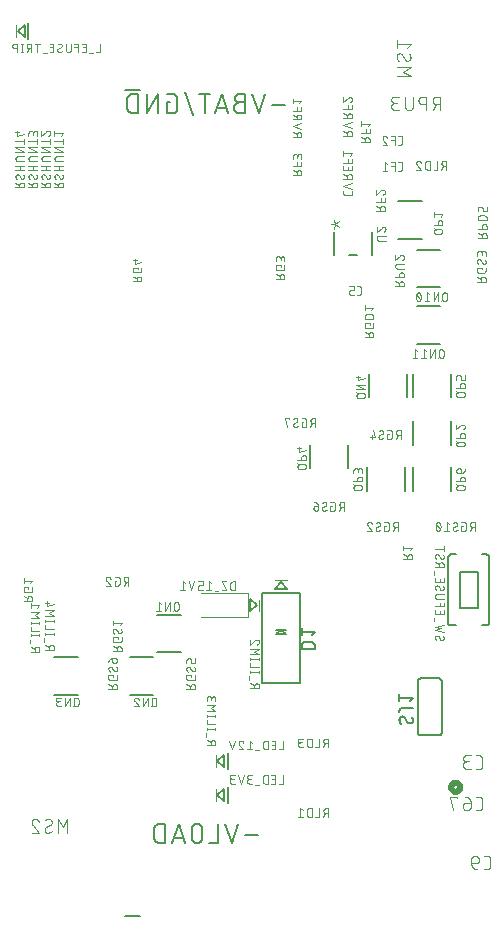
<source format=gbr>
G04 EAGLE Gerber RS-274X export*
G75*
%MOMM*%
%FSLAX34Y34*%
%LPD*%
%INSilkscreen Bottom*%
%IPPOS*%
%AMOC8*
5,1,8,0,0,1.08239X$1,22.5*%
G01*
%ADD10C,0.152400*%
%ADD11C,0.200000*%
%ADD12C,0.076200*%
%ADD13C,0.101600*%
%ADD14C,0.050800*%
%ADD15C,0.127000*%
%ADD16C,0.203200*%
%ADD17C,0.508000*%
%ADD18C,0.120000*%


D10*
X216238Y72084D02*
X205401Y72084D01*
X199565Y82018D02*
X194146Y65762D01*
X188727Y82018D01*
X182480Y82018D02*
X182480Y65762D01*
X175255Y65762D01*
X169483Y70278D02*
X169483Y77502D01*
X169484Y77502D02*
X169482Y77635D01*
X169476Y77767D01*
X169466Y77899D01*
X169453Y78031D01*
X169435Y78163D01*
X169414Y78293D01*
X169389Y78424D01*
X169360Y78553D01*
X169327Y78681D01*
X169291Y78809D01*
X169251Y78935D01*
X169207Y79060D01*
X169159Y79184D01*
X169108Y79306D01*
X169053Y79427D01*
X168995Y79546D01*
X168933Y79664D01*
X168868Y79779D01*
X168799Y79893D01*
X168728Y80004D01*
X168652Y80113D01*
X168574Y80220D01*
X168493Y80325D01*
X168408Y80427D01*
X168321Y80527D01*
X168231Y80624D01*
X168138Y80719D01*
X168042Y80810D01*
X167944Y80899D01*
X167843Y80985D01*
X167739Y81068D01*
X167633Y81148D01*
X167525Y81224D01*
X167415Y81298D01*
X167302Y81368D01*
X167188Y81435D01*
X167071Y81498D01*
X166953Y81558D01*
X166833Y81615D01*
X166711Y81668D01*
X166588Y81717D01*
X166464Y81763D01*
X166338Y81805D01*
X166211Y81843D01*
X166083Y81878D01*
X165954Y81909D01*
X165825Y81936D01*
X165694Y81959D01*
X165563Y81979D01*
X165431Y81994D01*
X165299Y82006D01*
X165167Y82014D01*
X165034Y82018D01*
X164902Y82018D01*
X164769Y82014D01*
X164637Y82006D01*
X164505Y81994D01*
X164373Y81979D01*
X164242Y81959D01*
X164111Y81936D01*
X163982Y81909D01*
X163853Y81878D01*
X163725Y81843D01*
X163598Y81805D01*
X163472Y81763D01*
X163348Y81717D01*
X163225Y81668D01*
X163103Y81615D01*
X162983Y81558D01*
X162865Y81498D01*
X162748Y81435D01*
X162634Y81368D01*
X162521Y81298D01*
X162411Y81224D01*
X162303Y81148D01*
X162197Y81068D01*
X162093Y80985D01*
X161992Y80899D01*
X161894Y80810D01*
X161798Y80719D01*
X161705Y80624D01*
X161615Y80527D01*
X161528Y80427D01*
X161443Y80325D01*
X161362Y80220D01*
X161284Y80113D01*
X161208Y80004D01*
X161137Y79893D01*
X161068Y79779D01*
X161003Y79664D01*
X160941Y79546D01*
X160883Y79427D01*
X160828Y79306D01*
X160777Y79184D01*
X160729Y79060D01*
X160685Y78935D01*
X160645Y78809D01*
X160609Y78681D01*
X160576Y78553D01*
X160547Y78424D01*
X160522Y78293D01*
X160501Y78163D01*
X160483Y78031D01*
X160470Y77899D01*
X160460Y77767D01*
X160454Y77635D01*
X160452Y77502D01*
X160452Y70278D01*
X160454Y70145D01*
X160460Y70013D01*
X160470Y69881D01*
X160483Y69749D01*
X160501Y69617D01*
X160522Y69487D01*
X160547Y69356D01*
X160576Y69227D01*
X160609Y69099D01*
X160645Y68971D01*
X160685Y68845D01*
X160729Y68720D01*
X160777Y68596D01*
X160828Y68474D01*
X160883Y68353D01*
X160941Y68234D01*
X161003Y68116D01*
X161068Y68001D01*
X161137Y67887D01*
X161208Y67776D01*
X161284Y67667D01*
X161362Y67560D01*
X161443Y67455D01*
X161528Y67353D01*
X161615Y67253D01*
X161705Y67156D01*
X161798Y67061D01*
X161894Y66970D01*
X161992Y66881D01*
X162093Y66795D01*
X162197Y66712D01*
X162303Y66632D01*
X162411Y66556D01*
X162521Y66482D01*
X162634Y66412D01*
X162748Y66345D01*
X162865Y66282D01*
X162983Y66222D01*
X163103Y66165D01*
X163225Y66112D01*
X163348Y66063D01*
X163472Y66017D01*
X163598Y65975D01*
X163725Y65937D01*
X163853Y65902D01*
X163982Y65871D01*
X164111Y65844D01*
X164242Y65821D01*
X164373Y65801D01*
X164505Y65786D01*
X164637Y65774D01*
X164769Y65766D01*
X164902Y65762D01*
X165034Y65762D01*
X165167Y65766D01*
X165299Y65774D01*
X165431Y65786D01*
X165563Y65801D01*
X165694Y65821D01*
X165825Y65844D01*
X165954Y65871D01*
X166083Y65902D01*
X166211Y65937D01*
X166338Y65975D01*
X166464Y66017D01*
X166588Y66063D01*
X166711Y66112D01*
X166833Y66165D01*
X166953Y66222D01*
X167071Y66282D01*
X167188Y66345D01*
X167302Y66412D01*
X167415Y66482D01*
X167525Y66556D01*
X167633Y66632D01*
X167739Y66712D01*
X167843Y66795D01*
X167944Y66881D01*
X168042Y66970D01*
X168138Y67061D01*
X168231Y67156D01*
X168321Y67253D01*
X168408Y67353D01*
X168493Y67455D01*
X168574Y67560D01*
X168652Y67667D01*
X168728Y67776D01*
X168799Y67887D01*
X168868Y68001D01*
X168933Y68116D01*
X168995Y68234D01*
X169053Y68353D01*
X169108Y68474D01*
X169159Y68596D01*
X169207Y68720D01*
X169251Y68845D01*
X169291Y68971D01*
X169327Y69099D01*
X169360Y69227D01*
X169389Y69356D01*
X169414Y69487D01*
X169435Y69617D01*
X169453Y69749D01*
X169466Y69881D01*
X169476Y70013D01*
X169482Y70145D01*
X169484Y70278D01*
X154755Y65762D02*
X149337Y82018D01*
X143918Y65762D01*
X145273Y69826D02*
X153401Y69826D01*
X137700Y65762D02*
X137700Y82018D01*
X133184Y82018D01*
X133053Y82016D01*
X132921Y82010D01*
X132790Y82001D01*
X132660Y81987D01*
X132529Y81970D01*
X132400Y81949D01*
X132271Y81925D01*
X132143Y81896D01*
X132015Y81864D01*
X131889Y81828D01*
X131764Y81789D01*
X131639Y81746D01*
X131517Y81699D01*
X131395Y81649D01*
X131275Y81595D01*
X131157Y81538D01*
X131041Y81477D01*
X130926Y81413D01*
X130813Y81346D01*
X130702Y81275D01*
X130594Y81201D01*
X130487Y81124D01*
X130383Y81044D01*
X130281Y80961D01*
X130182Y80876D01*
X130085Y80787D01*
X129991Y80695D01*
X129899Y80601D01*
X129810Y80504D01*
X129725Y80405D01*
X129642Y80303D01*
X129562Y80199D01*
X129485Y80092D01*
X129411Y79984D01*
X129340Y79873D01*
X129273Y79760D01*
X129209Y79645D01*
X129148Y79529D01*
X129091Y79411D01*
X129037Y79291D01*
X128987Y79169D01*
X128940Y79047D01*
X128897Y78922D01*
X128858Y78797D01*
X128822Y78671D01*
X128790Y78543D01*
X128761Y78415D01*
X128737Y78286D01*
X128716Y78157D01*
X128699Y78026D01*
X128685Y77896D01*
X128676Y77765D01*
X128670Y77633D01*
X128668Y77502D01*
X128669Y77502D02*
X128669Y70278D01*
X128668Y70278D02*
X128670Y70147D01*
X128676Y70015D01*
X128685Y69884D01*
X128699Y69754D01*
X128716Y69623D01*
X128737Y69494D01*
X128761Y69365D01*
X128790Y69237D01*
X128822Y69109D01*
X128858Y68983D01*
X128897Y68858D01*
X128940Y68733D01*
X128987Y68611D01*
X129037Y68489D01*
X129091Y68369D01*
X129148Y68251D01*
X129209Y68135D01*
X129273Y68020D01*
X129340Y67907D01*
X129411Y67796D01*
X129485Y67688D01*
X129562Y67581D01*
X129642Y67477D01*
X129725Y67375D01*
X129810Y67276D01*
X129899Y67179D01*
X129991Y67085D01*
X130085Y66993D01*
X130182Y66904D01*
X130281Y66819D01*
X130383Y66736D01*
X130487Y66656D01*
X130594Y66579D01*
X130702Y66505D01*
X130813Y66434D01*
X130926Y66367D01*
X131041Y66303D01*
X131157Y66242D01*
X131275Y66185D01*
X131395Y66131D01*
X131517Y66081D01*
X131639Y66034D01*
X131764Y65991D01*
X131889Y65952D01*
X132015Y65916D01*
X132143Y65884D01*
X132271Y65855D01*
X132400Y65831D01*
X132529Y65810D01*
X132660Y65793D01*
X132790Y65779D01*
X132921Y65770D01*
X133053Y65764D01*
X133184Y65762D01*
X137700Y65762D01*
X228401Y690084D02*
X239238Y690084D01*
X222565Y700018D02*
X217146Y683762D01*
X211727Y700018D01*
X205298Y692793D02*
X200783Y692793D01*
X200783Y692794D02*
X200650Y692792D01*
X200518Y692786D01*
X200386Y692776D01*
X200254Y692763D01*
X200122Y692745D01*
X199992Y692724D01*
X199861Y692699D01*
X199732Y692670D01*
X199604Y692637D01*
X199476Y692601D01*
X199350Y692561D01*
X199225Y692517D01*
X199101Y692469D01*
X198979Y692418D01*
X198858Y692363D01*
X198739Y692305D01*
X198621Y692243D01*
X198506Y692178D01*
X198392Y692109D01*
X198281Y692038D01*
X198172Y691962D01*
X198065Y691884D01*
X197960Y691803D01*
X197858Y691718D01*
X197758Y691631D01*
X197661Y691541D01*
X197566Y691448D01*
X197475Y691352D01*
X197386Y691254D01*
X197300Y691153D01*
X197217Y691049D01*
X197137Y690943D01*
X197061Y690835D01*
X196987Y690725D01*
X196917Y690612D01*
X196850Y690498D01*
X196787Y690381D01*
X196727Y690263D01*
X196670Y690143D01*
X196617Y690021D01*
X196568Y689898D01*
X196522Y689774D01*
X196480Y689648D01*
X196442Y689521D01*
X196407Y689393D01*
X196376Y689264D01*
X196349Y689135D01*
X196326Y689004D01*
X196306Y688873D01*
X196291Y688741D01*
X196279Y688609D01*
X196271Y688477D01*
X196267Y688344D01*
X196267Y688212D01*
X196271Y688079D01*
X196279Y687947D01*
X196291Y687815D01*
X196306Y687683D01*
X196326Y687552D01*
X196349Y687421D01*
X196376Y687292D01*
X196407Y687163D01*
X196442Y687035D01*
X196480Y686908D01*
X196522Y686782D01*
X196568Y686658D01*
X196617Y686535D01*
X196670Y686413D01*
X196727Y686293D01*
X196787Y686175D01*
X196850Y686058D01*
X196917Y685944D01*
X196987Y685831D01*
X197061Y685721D01*
X197137Y685613D01*
X197217Y685507D01*
X197300Y685403D01*
X197386Y685302D01*
X197475Y685204D01*
X197566Y685108D01*
X197661Y685015D01*
X197758Y684925D01*
X197858Y684838D01*
X197960Y684753D01*
X198065Y684672D01*
X198172Y684594D01*
X198281Y684518D01*
X198392Y684447D01*
X198506Y684378D01*
X198621Y684313D01*
X198739Y684251D01*
X198858Y684193D01*
X198979Y684138D01*
X199101Y684087D01*
X199225Y684039D01*
X199350Y683995D01*
X199476Y683955D01*
X199604Y683919D01*
X199732Y683886D01*
X199861Y683857D01*
X199992Y683832D01*
X200122Y683811D01*
X200254Y683793D01*
X200386Y683780D01*
X200518Y683770D01*
X200650Y683764D01*
X200783Y683762D01*
X205298Y683762D01*
X205298Y700018D01*
X200783Y700018D01*
X200664Y700016D01*
X200544Y700010D01*
X200425Y700000D01*
X200307Y699986D01*
X200188Y699969D01*
X200071Y699947D01*
X199954Y699922D01*
X199839Y699892D01*
X199724Y699859D01*
X199610Y699822D01*
X199498Y699782D01*
X199387Y699737D01*
X199278Y699689D01*
X199170Y699638D01*
X199064Y699583D01*
X198960Y699524D01*
X198858Y699462D01*
X198758Y699397D01*
X198660Y699328D01*
X198564Y699256D01*
X198471Y699181D01*
X198381Y699104D01*
X198293Y699023D01*
X198208Y698939D01*
X198126Y698852D01*
X198046Y698763D01*
X197970Y698671D01*
X197896Y698577D01*
X197826Y698480D01*
X197759Y698382D01*
X197695Y698281D01*
X197635Y698177D01*
X197578Y698072D01*
X197525Y697965D01*
X197475Y697857D01*
X197429Y697747D01*
X197387Y697635D01*
X197348Y697522D01*
X197313Y697408D01*
X197282Y697293D01*
X197254Y697176D01*
X197231Y697059D01*
X197211Y696942D01*
X197195Y696823D01*
X197183Y696704D01*
X197175Y696585D01*
X197171Y696466D01*
X197171Y696346D01*
X197175Y696227D01*
X197183Y696108D01*
X197195Y695989D01*
X197211Y695870D01*
X197231Y695753D01*
X197254Y695636D01*
X197282Y695519D01*
X197313Y695404D01*
X197348Y695290D01*
X197387Y695177D01*
X197429Y695065D01*
X197475Y694955D01*
X197525Y694847D01*
X197578Y694740D01*
X197635Y694635D01*
X197695Y694531D01*
X197759Y694430D01*
X197826Y694332D01*
X197896Y694235D01*
X197970Y694141D01*
X198046Y694049D01*
X198126Y693960D01*
X198208Y693873D01*
X198293Y693789D01*
X198381Y693708D01*
X198471Y693631D01*
X198564Y693556D01*
X198660Y693484D01*
X198758Y693415D01*
X198858Y693350D01*
X198960Y693288D01*
X199064Y693229D01*
X199170Y693174D01*
X199278Y693123D01*
X199387Y693075D01*
X199498Y693030D01*
X199610Y692990D01*
X199724Y692953D01*
X199839Y692920D01*
X199954Y692890D01*
X200071Y692865D01*
X200188Y692843D01*
X200307Y692826D01*
X200425Y692812D01*
X200544Y692802D01*
X200664Y692796D01*
X200783Y692794D01*
X191302Y683762D02*
X185884Y700018D01*
X180465Y683762D01*
X181820Y687826D02*
X189948Y687826D01*
X171294Y683762D02*
X171294Y700018D01*
X166779Y700018D02*
X175810Y700018D01*
X154656Y701824D02*
X161881Y681956D01*
X141873Y692793D02*
X139164Y692793D01*
X139164Y683762D01*
X144582Y683762D01*
X144700Y683764D01*
X144818Y683770D01*
X144936Y683779D01*
X145053Y683793D01*
X145170Y683810D01*
X145287Y683831D01*
X145402Y683856D01*
X145517Y683885D01*
X145631Y683918D01*
X145743Y683954D01*
X145854Y683994D01*
X145964Y684037D01*
X146073Y684084D01*
X146180Y684134D01*
X146285Y684189D01*
X146388Y684246D01*
X146489Y684307D01*
X146589Y684371D01*
X146686Y684438D01*
X146781Y684508D01*
X146873Y684582D01*
X146964Y684658D01*
X147051Y684738D01*
X147136Y684820D01*
X147218Y684905D01*
X147298Y684992D01*
X147374Y685083D01*
X147448Y685175D01*
X147518Y685270D01*
X147585Y685367D01*
X147649Y685467D01*
X147710Y685568D01*
X147767Y685671D01*
X147822Y685776D01*
X147872Y685883D01*
X147919Y685992D01*
X147962Y686102D01*
X148002Y686213D01*
X148038Y686325D01*
X148071Y686439D01*
X148100Y686554D01*
X148125Y686669D01*
X148146Y686786D01*
X148163Y686903D01*
X148177Y687020D01*
X148186Y687138D01*
X148192Y687256D01*
X148194Y687374D01*
X148195Y687374D02*
X148195Y696406D01*
X148194Y696406D02*
X148192Y696524D01*
X148186Y696642D01*
X148177Y696760D01*
X148163Y696877D01*
X148146Y696994D01*
X148125Y697111D01*
X148100Y697226D01*
X148071Y697341D01*
X148038Y697455D01*
X148002Y697567D01*
X147962Y697678D01*
X147919Y697788D01*
X147872Y697897D01*
X147822Y698004D01*
X147767Y698109D01*
X147710Y698212D01*
X147649Y698313D01*
X147585Y698413D01*
X147518Y698510D01*
X147448Y698605D01*
X147374Y698697D01*
X147298Y698788D01*
X147218Y698875D01*
X147136Y698960D01*
X147051Y699042D01*
X146964Y699122D01*
X146873Y699198D01*
X146781Y699272D01*
X146686Y699342D01*
X146589Y699409D01*
X146489Y699473D01*
X146388Y699534D01*
X146285Y699591D01*
X146180Y699646D01*
X146073Y699696D01*
X145964Y699743D01*
X145854Y699786D01*
X145743Y699826D01*
X145631Y699862D01*
X145517Y699895D01*
X145402Y699924D01*
X145287Y699949D01*
X145170Y699970D01*
X145053Y699987D01*
X144936Y700001D01*
X144818Y700010D01*
X144700Y700016D01*
X144582Y700018D01*
X139164Y700018D01*
X131521Y700018D02*
X131521Y683762D01*
X122490Y683762D02*
X131521Y700018D01*
X122490Y700018D02*
X122490Y683762D01*
X114848Y683762D02*
X114848Y700018D01*
X110333Y700018D01*
X110202Y700016D01*
X110070Y700010D01*
X109939Y700001D01*
X109809Y699987D01*
X109678Y699970D01*
X109549Y699949D01*
X109420Y699925D01*
X109292Y699896D01*
X109164Y699864D01*
X109038Y699828D01*
X108913Y699789D01*
X108788Y699746D01*
X108666Y699699D01*
X108544Y699649D01*
X108424Y699595D01*
X108306Y699538D01*
X108190Y699477D01*
X108075Y699413D01*
X107962Y699346D01*
X107851Y699275D01*
X107743Y699201D01*
X107636Y699124D01*
X107532Y699044D01*
X107430Y698961D01*
X107331Y698876D01*
X107234Y698787D01*
X107140Y698695D01*
X107048Y698601D01*
X106959Y698504D01*
X106874Y698405D01*
X106791Y698303D01*
X106711Y698199D01*
X106634Y698092D01*
X106560Y697984D01*
X106489Y697873D01*
X106422Y697760D01*
X106358Y697645D01*
X106297Y697529D01*
X106240Y697411D01*
X106186Y697291D01*
X106136Y697169D01*
X106089Y697047D01*
X106046Y696922D01*
X106007Y696797D01*
X105971Y696671D01*
X105939Y696543D01*
X105910Y696415D01*
X105886Y696286D01*
X105865Y696157D01*
X105848Y696026D01*
X105834Y695896D01*
X105825Y695765D01*
X105819Y695633D01*
X105817Y695502D01*
X105817Y688278D01*
X105819Y688147D01*
X105825Y688015D01*
X105834Y687884D01*
X105848Y687754D01*
X105865Y687623D01*
X105886Y687494D01*
X105910Y687365D01*
X105939Y687237D01*
X105971Y687109D01*
X106007Y686983D01*
X106046Y686858D01*
X106089Y686733D01*
X106136Y686611D01*
X106186Y686489D01*
X106240Y686369D01*
X106297Y686251D01*
X106358Y686135D01*
X106422Y686020D01*
X106489Y685907D01*
X106560Y685796D01*
X106634Y685688D01*
X106711Y685581D01*
X106791Y685477D01*
X106874Y685375D01*
X106959Y685276D01*
X107048Y685179D01*
X107140Y685085D01*
X107234Y684993D01*
X107331Y684904D01*
X107430Y684819D01*
X107532Y684736D01*
X107636Y684656D01*
X107743Y684579D01*
X107851Y684505D01*
X107962Y684434D01*
X108075Y684367D01*
X108190Y684303D01*
X108306Y684242D01*
X108424Y684185D01*
X108544Y684131D01*
X108666Y684081D01*
X108788Y684034D01*
X108913Y683991D01*
X109038Y683952D01*
X109164Y683916D01*
X109292Y683884D01*
X109420Y683855D01*
X109549Y683831D01*
X109678Y683810D01*
X109809Y683793D01*
X109939Y683779D01*
X110070Y683770D01*
X110202Y683764D01*
X110333Y683762D01*
X114848Y683762D01*
D11*
X231000Y281000D02*
X241000Y281000D01*
X236000Y287000D02*
X231000Y281000D01*
X236000Y287000D02*
X241000Y281000D01*
D12*
X241000Y288000D02*
X231000Y288000D01*
D11*
X210000Y272000D02*
X210000Y262000D01*
X216000Y267000D02*
X210000Y272000D01*
X216000Y267000D02*
X210000Y262000D01*
D12*
X217000Y262000D02*
X217000Y271000D01*
D11*
X188000Y111000D02*
X188000Y101000D01*
X182000Y106000D01*
X188000Y111000D01*
D12*
X181000Y111000D02*
X181000Y101000D01*
D11*
X19000Y748000D02*
X19000Y758000D01*
X13000Y753000D02*
X19000Y748000D01*
X13000Y753000D02*
X19000Y758000D01*
D12*
X12000Y758000D02*
X12000Y748000D01*
D11*
X188000Y140000D02*
X188000Y130000D01*
X182000Y135000D01*
X188000Y140000D01*
D12*
X181000Y140000D02*
X181000Y130000D01*
D13*
X400999Y93208D02*
X403596Y93208D01*
X403695Y93210D01*
X403795Y93216D01*
X403894Y93225D01*
X403992Y93238D01*
X404090Y93255D01*
X404188Y93276D01*
X404284Y93301D01*
X404379Y93329D01*
X404473Y93361D01*
X404566Y93396D01*
X404658Y93435D01*
X404748Y93478D01*
X404836Y93523D01*
X404923Y93573D01*
X405007Y93625D01*
X405090Y93681D01*
X405170Y93739D01*
X405248Y93801D01*
X405323Y93866D01*
X405396Y93934D01*
X405466Y94004D01*
X405534Y94077D01*
X405599Y94152D01*
X405661Y94230D01*
X405719Y94310D01*
X405775Y94393D01*
X405827Y94477D01*
X405877Y94564D01*
X405922Y94652D01*
X405965Y94742D01*
X406004Y94834D01*
X406039Y94927D01*
X406071Y95021D01*
X406099Y95116D01*
X406124Y95212D01*
X406145Y95310D01*
X406162Y95408D01*
X406175Y95506D01*
X406184Y95605D01*
X406190Y95705D01*
X406192Y95804D01*
X406192Y102296D01*
X406190Y102395D01*
X406184Y102495D01*
X406175Y102594D01*
X406162Y102692D01*
X406145Y102790D01*
X406124Y102888D01*
X406099Y102984D01*
X406071Y103079D01*
X406039Y103173D01*
X406004Y103266D01*
X405965Y103358D01*
X405922Y103448D01*
X405877Y103536D01*
X405827Y103623D01*
X405775Y103707D01*
X405719Y103790D01*
X405661Y103870D01*
X405599Y103948D01*
X405534Y104023D01*
X405466Y104096D01*
X405396Y104166D01*
X405323Y104234D01*
X405248Y104299D01*
X405170Y104361D01*
X405090Y104419D01*
X405007Y104475D01*
X404923Y104527D01*
X404836Y104577D01*
X404748Y104622D01*
X404658Y104665D01*
X404566Y104704D01*
X404473Y104739D01*
X404379Y104771D01*
X404284Y104799D01*
X404188Y104824D01*
X404090Y104845D01*
X403992Y104862D01*
X403894Y104875D01*
X403795Y104884D01*
X403695Y104890D01*
X403596Y104892D01*
X400999Y104892D01*
X396634Y99699D02*
X392739Y99699D01*
X392640Y99697D01*
X392540Y99691D01*
X392441Y99682D01*
X392343Y99669D01*
X392245Y99652D01*
X392147Y99631D01*
X392051Y99606D01*
X391956Y99578D01*
X391862Y99546D01*
X391769Y99511D01*
X391677Y99472D01*
X391587Y99429D01*
X391499Y99384D01*
X391412Y99334D01*
X391328Y99282D01*
X391245Y99226D01*
X391165Y99168D01*
X391087Y99106D01*
X391012Y99041D01*
X390939Y98973D01*
X390869Y98903D01*
X390801Y98830D01*
X390736Y98755D01*
X390674Y98677D01*
X390616Y98597D01*
X390560Y98514D01*
X390508Y98430D01*
X390458Y98343D01*
X390413Y98255D01*
X390370Y98165D01*
X390331Y98073D01*
X390296Y97980D01*
X390264Y97886D01*
X390236Y97791D01*
X390211Y97695D01*
X390190Y97597D01*
X390173Y97499D01*
X390160Y97401D01*
X390151Y97302D01*
X390145Y97202D01*
X390143Y97103D01*
X390143Y96454D01*
X390142Y96454D02*
X390144Y96341D01*
X390150Y96228D01*
X390160Y96115D01*
X390174Y96002D01*
X390191Y95890D01*
X390213Y95779D01*
X390238Y95669D01*
X390268Y95559D01*
X390301Y95451D01*
X390338Y95344D01*
X390378Y95238D01*
X390423Y95134D01*
X390471Y95031D01*
X390522Y94930D01*
X390577Y94831D01*
X390635Y94734D01*
X390697Y94639D01*
X390762Y94546D01*
X390830Y94456D01*
X390901Y94368D01*
X390976Y94282D01*
X391053Y94199D01*
X391133Y94119D01*
X391216Y94042D01*
X391302Y93967D01*
X391390Y93896D01*
X391480Y93828D01*
X391573Y93763D01*
X391668Y93701D01*
X391765Y93643D01*
X391864Y93588D01*
X391965Y93537D01*
X392068Y93489D01*
X392172Y93444D01*
X392278Y93404D01*
X392385Y93367D01*
X392493Y93334D01*
X392603Y93304D01*
X392713Y93279D01*
X392824Y93257D01*
X392936Y93240D01*
X393049Y93226D01*
X393162Y93216D01*
X393275Y93210D01*
X393388Y93208D01*
X393501Y93210D01*
X393614Y93216D01*
X393727Y93226D01*
X393840Y93240D01*
X393952Y93257D01*
X394063Y93279D01*
X394173Y93304D01*
X394283Y93334D01*
X394391Y93367D01*
X394498Y93404D01*
X394604Y93444D01*
X394708Y93489D01*
X394811Y93537D01*
X394912Y93588D01*
X395011Y93643D01*
X395108Y93701D01*
X395203Y93763D01*
X395296Y93828D01*
X395386Y93896D01*
X395474Y93967D01*
X395560Y94042D01*
X395643Y94119D01*
X395723Y94199D01*
X395800Y94282D01*
X395875Y94368D01*
X395946Y94456D01*
X396014Y94546D01*
X396079Y94639D01*
X396141Y94734D01*
X396199Y94831D01*
X396254Y94930D01*
X396305Y95031D01*
X396353Y95134D01*
X396398Y95238D01*
X396438Y95344D01*
X396475Y95451D01*
X396508Y95559D01*
X396538Y95669D01*
X396563Y95779D01*
X396585Y95890D01*
X396602Y96002D01*
X396616Y96115D01*
X396626Y96228D01*
X396632Y96341D01*
X396634Y96454D01*
X396634Y99699D01*
X396632Y99842D01*
X396626Y99985D01*
X396616Y100128D01*
X396602Y100270D01*
X396585Y100412D01*
X396563Y100554D01*
X396538Y100695D01*
X396508Y100835D01*
X396475Y100974D01*
X396438Y101112D01*
X396397Y101249D01*
X396353Y101385D01*
X396304Y101520D01*
X396252Y101653D01*
X396197Y101785D01*
X396137Y101915D01*
X396074Y102044D01*
X396008Y102171D01*
X395938Y102296D01*
X395865Y102418D01*
X395788Y102539D01*
X395708Y102658D01*
X395625Y102774D01*
X395539Y102889D01*
X395450Y103000D01*
X395357Y103110D01*
X395262Y103216D01*
X395163Y103320D01*
X395062Y103421D01*
X394958Y103520D01*
X394852Y103615D01*
X394742Y103708D01*
X394631Y103797D01*
X394516Y103883D01*
X394400Y103966D01*
X394281Y104046D01*
X394160Y104123D01*
X394038Y104196D01*
X393913Y104266D01*
X393786Y104332D01*
X393657Y104395D01*
X393527Y104455D01*
X393395Y104510D01*
X393262Y104562D01*
X393127Y104611D01*
X392991Y104655D01*
X392854Y104696D01*
X392716Y104733D01*
X392577Y104766D01*
X392437Y104796D01*
X392296Y104821D01*
X392154Y104843D01*
X392012Y104860D01*
X391870Y104874D01*
X391727Y104884D01*
X391584Y104890D01*
X391441Y104892D01*
X385204Y104892D02*
X385204Y103594D01*
X385204Y104892D02*
X378713Y104892D01*
X381958Y93208D01*
X400999Y128208D02*
X403596Y128208D01*
X403695Y128210D01*
X403795Y128216D01*
X403894Y128225D01*
X403992Y128238D01*
X404090Y128255D01*
X404188Y128276D01*
X404284Y128301D01*
X404379Y128329D01*
X404473Y128361D01*
X404566Y128396D01*
X404658Y128435D01*
X404748Y128478D01*
X404836Y128523D01*
X404923Y128573D01*
X405007Y128625D01*
X405090Y128681D01*
X405170Y128739D01*
X405248Y128801D01*
X405323Y128866D01*
X405396Y128934D01*
X405466Y129004D01*
X405534Y129077D01*
X405599Y129152D01*
X405661Y129230D01*
X405719Y129310D01*
X405775Y129393D01*
X405827Y129477D01*
X405877Y129564D01*
X405922Y129652D01*
X405965Y129742D01*
X406004Y129834D01*
X406039Y129927D01*
X406071Y130021D01*
X406099Y130116D01*
X406124Y130212D01*
X406145Y130310D01*
X406162Y130408D01*
X406175Y130506D01*
X406184Y130605D01*
X406190Y130705D01*
X406192Y130804D01*
X406192Y137296D01*
X406190Y137395D01*
X406184Y137495D01*
X406175Y137594D01*
X406162Y137692D01*
X406145Y137790D01*
X406124Y137888D01*
X406099Y137984D01*
X406071Y138079D01*
X406039Y138173D01*
X406004Y138266D01*
X405965Y138358D01*
X405922Y138448D01*
X405877Y138536D01*
X405827Y138623D01*
X405775Y138707D01*
X405719Y138790D01*
X405661Y138870D01*
X405599Y138948D01*
X405534Y139023D01*
X405466Y139096D01*
X405396Y139166D01*
X405323Y139234D01*
X405248Y139299D01*
X405170Y139361D01*
X405090Y139419D01*
X405007Y139475D01*
X404923Y139527D01*
X404836Y139577D01*
X404748Y139622D01*
X404658Y139665D01*
X404566Y139704D01*
X404473Y139739D01*
X404379Y139771D01*
X404284Y139799D01*
X404188Y139824D01*
X404090Y139845D01*
X403992Y139862D01*
X403894Y139875D01*
X403795Y139884D01*
X403695Y139890D01*
X403596Y139892D01*
X400999Y139892D01*
X396634Y128208D02*
X393388Y128208D01*
X393275Y128210D01*
X393162Y128216D01*
X393049Y128226D01*
X392936Y128240D01*
X392824Y128257D01*
X392713Y128279D01*
X392603Y128304D01*
X392493Y128334D01*
X392385Y128367D01*
X392278Y128404D01*
X392172Y128444D01*
X392068Y128489D01*
X391965Y128537D01*
X391864Y128588D01*
X391765Y128643D01*
X391668Y128701D01*
X391573Y128763D01*
X391480Y128828D01*
X391390Y128896D01*
X391302Y128967D01*
X391216Y129042D01*
X391133Y129119D01*
X391053Y129199D01*
X390976Y129282D01*
X390901Y129368D01*
X390830Y129456D01*
X390762Y129546D01*
X390697Y129639D01*
X390635Y129734D01*
X390577Y129831D01*
X390522Y129930D01*
X390471Y130031D01*
X390423Y130134D01*
X390378Y130238D01*
X390338Y130344D01*
X390301Y130451D01*
X390268Y130559D01*
X390238Y130669D01*
X390213Y130779D01*
X390191Y130890D01*
X390174Y131002D01*
X390160Y131115D01*
X390150Y131228D01*
X390144Y131341D01*
X390142Y131454D01*
X390144Y131567D01*
X390150Y131680D01*
X390160Y131793D01*
X390174Y131906D01*
X390191Y132018D01*
X390213Y132129D01*
X390238Y132239D01*
X390268Y132349D01*
X390301Y132457D01*
X390338Y132564D01*
X390378Y132670D01*
X390423Y132774D01*
X390471Y132877D01*
X390522Y132978D01*
X390577Y133077D01*
X390635Y133174D01*
X390697Y133269D01*
X390762Y133362D01*
X390830Y133452D01*
X390901Y133540D01*
X390976Y133626D01*
X391053Y133709D01*
X391133Y133789D01*
X391216Y133866D01*
X391302Y133941D01*
X391390Y134012D01*
X391480Y134080D01*
X391573Y134145D01*
X391668Y134207D01*
X391765Y134265D01*
X391864Y134320D01*
X391965Y134371D01*
X392068Y134419D01*
X392172Y134464D01*
X392278Y134504D01*
X392385Y134541D01*
X392493Y134574D01*
X392603Y134604D01*
X392713Y134629D01*
X392824Y134651D01*
X392936Y134668D01*
X393049Y134682D01*
X393162Y134692D01*
X393275Y134698D01*
X393388Y134700D01*
X392739Y139892D02*
X396634Y139892D01*
X392739Y139892D02*
X392638Y139890D01*
X392538Y139884D01*
X392438Y139874D01*
X392338Y139861D01*
X392239Y139843D01*
X392140Y139822D01*
X392043Y139797D01*
X391946Y139768D01*
X391851Y139735D01*
X391757Y139699D01*
X391665Y139659D01*
X391574Y139616D01*
X391485Y139569D01*
X391398Y139519D01*
X391312Y139465D01*
X391229Y139408D01*
X391149Y139348D01*
X391070Y139285D01*
X390994Y139218D01*
X390921Y139149D01*
X390851Y139077D01*
X390783Y139003D01*
X390718Y138926D01*
X390657Y138846D01*
X390598Y138764D01*
X390543Y138680D01*
X390491Y138594D01*
X390442Y138506D01*
X390397Y138416D01*
X390355Y138324D01*
X390317Y138231D01*
X390283Y138136D01*
X390252Y138041D01*
X390225Y137944D01*
X390202Y137846D01*
X390182Y137747D01*
X390167Y137647D01*
X390155Y137547D01*
X390147Y137447D01*
X390143Y137346D01*
X390143Y137246D01*
X390147Y137145D01*
X390155Y137045D01*
X390167Y136945D01*
X390182Y136845D01*
X390202Y136746D01*
X390225Y136648D01*
X390252Y136551D01*
X390283Y136456D01*
X390317Y136361D01*
X390355Y136268D01*
X390397Y136176D01*
X390442Y136086D01*
X390491Y135998D01*
X390543Y135912D01*
X390598Y135828D01*
X390657Y135746D01*
X390718Y135666D01*
X390783Y135589D01*
X390851Y135515D01*
X390921Y135443D01*
X390994Y135374D01*
X391070Y135307D01*
X391149Y135244D01*
X391229Y135184D01*
X391312Y135127D01*
X391398Y135073D01*
X391485Y135023D01*
X391574Y134976D01*
X391665Y134933D01*
X391757Y134893D01*
X391851Y134857D01*
X391946Y134824D01*
X392043Y134795D01*
X392140Y134770D01*
X392239Y134749D01*
X392338Y134731D01*
X392438Y134718D01*
X392538Y134708D01*
X392638Y134702D01*
X392739Y134700D01*
X392739Y134699D02*
X395336Y134699D01*
X407999Y43208D02*
X410596Y43208D01*
X410695Y43210D01*
X410795Y43216D01*
X410894Y43225D01*
X410992Y43238D01*
X411090Y43255D01*
X411188Y43276D01*
X411284Y43301D01*
X411379Y43329D01*
X411473Y43361D01*
X411566Y43396D01*
X411658Y43435D01*
X411748Y43478D01*
X411836Y43523D01*
X411923Y43573D01*
X412007Y43625D01*
X412090Y43681D01*
X412170Y43739D01*
X412248Y43801D01*
X412323Y43866D01*
X412396Y43934D01*
X412466Y44004D01*
X412534Y44077D01*
X412599Y44152D01*
X412661Y44230D01*
X412719Y44310D01*
X412775Y44393D01*
X412827Y44477D01*
X412877Y44564D01*
X412922Y44652D01*
X412965Y44742D01*
X413004Y44834D01*
X413039Y44927D01*
X413071Y45021D01*
X413099Y45116D01*
X413124Y45212D01*
X413145Y45310D01*
X413162Y45408D01*
X413175Y45506D01*
X413184Y45605D01*
X413190Y45705D01*
X413192Y45804D01*
X413192Y52296D01*
X413190Y52395D01*
X413184Y52495D01*
X413175Y52594D01*
X413162Y52692D01*
X413145Y52790D01*
X413124Y52888D01*
X413099Y52984D01*
X413071Y53079D01*
X413039Y53173D01*
X413004Y53266D01*
X412965Y53358D01*
X412922Y53448D01*
X412877Y53536D01*
X412827Y53623D01*
X412775Y53707D01*
X412719Y53790D01*
X412661Y53870D01*
X412599Y53948D01*
X412534Y54023D01*
X412466Y54096D01*
X412396Y54166D01*
X412323Y54234D01*
X412248Y54299D01*
X412170Y54361D01*
X412090Y54419D01*
X412007Y54475D01*
X411923Y54527D01*
X411836Y54577D01*
X411748Y54622D01*
X411658Y54665D01*
X411566Y54704D01*
X411473Y54739D01*
X411379Y54771D01*
X411284Y54799D01*
X411188Y54824D01*
X411090Y54845D01*
X410992Y54862D01*
X410894Y54875D01*
X410795Y54884D01*
X410695Y54890D01*
X410596Y54892D01*
X407999Y54892D01*
X401037Y48401D02*
X397143Y48401D01*
X401037Y48401D02*
X401136Y48403D01*
X401236Y48409D01*
X401335Y48418D01*
X401433Y48431D01*
X401531Y48448D01*
X401629Y48469D01*
X401725Y48494D01*
X401820Y48522D01*
X401914Y48554D01*
X402007Y48589D01*
X402099Y48628D01*
X402189Y48671D01*
X402277Y48716D01*
X402364Y48766D01*
X402448Y48818D01*
X402531Y48874D01*
X402611Y48932D01*
X402689Y48994D01*
X402764Y49059D01*
X402837Y49127D01*
X402907Y49197D01*
X402975Y49270D01*
X403040Y49345D01*
X403102Y49423D01*
X403160Y49503D01*
X403216Y49586D01*
X403268Y49670D01*
X403318Y49757D01*
X403363Y49845D01*
X403406Y49935D01*
X403445Y50027D01*
X403480Y50120D01*
X403512Y50214D01*
X403540Y50309D01*
X403565Y50405D01*
X403586Y50503D01*
X403603Y50601D01*
X403616Y50699D01*
X403625Y50798D01*
X403631Y50898D01*
X403633Y50997D01*
X403634Y50997D02*
X403634Y51646D01*
X403632Y51759D01*
X403626Y51872D01*
X403616Y51985D01*
X403602Y52098D01*
X403585Y52210D01*
X403563Y52321D01*
X403538Y52431D01*
X403508Y52541D01*
X403475Y52649D01*
X403438Y52756D01*
X403398Y52862D01*
X403353Y52966D01*
X403305Y53069D01*
X403254Y53170D01*
X403199Y53269D01*
X403141Y53366D01*
X403079Y53461D01*
X403014Y53554D01*
X402946Y53644D01*
X402875Y53732D01*
X402800Y53818D01*
X402723Y53901D01*
X402643Y53981D01*
X402560Y54058D01*
X402474Y54133D01*
X402386Y54204D01*
X402296Y54272D01*
X402203Y54337D01*
X402108Y54399D01*
X402011Y54457D01*
X401912Y54512D01*
X401811Y54563D01*
X401708Y54611D01*
X401604Y54656D01*
X401498Y54696D01*
X401391Y54733D01*
X401283Y54766D01*
X401173Y54796D01*
X401063Y54821D01*
X400952Y54843D01*
X400840Y54860D01*
X400727Y54874D01*
X400614Y54884D01*
X400501Y54890D01*
X400388Y54892D01*
X400275Y54890D01*
X400162Y54884D01*
X400049Y54874D01*
X399936Y54860D01*
X399824Y54843D01*
X399713Y54821D01*
X399603Y54796D01*
X399493Y54766D01*
X399385Y54733D01*
X399278Y54696D01*
X399172Y54656D01*
X399068Y54611D01*
X398965Y54563D01*
X398864Y54512D01*
X398765Y54457D01*
X398668Y54399D01*
X398573Y54337D01*
X398480Y54272D01*
X398390Y54204D01*
X398302Y54133D01*
X398216Y54058D01*
X398133Y53981D01*
X398053Y53901D01*
X397976Y53818D01*
X397901Y53732D01*
X397830Y53644D01*
X397762Y53554D01*
X397697Y53461D01*
X397635Y53366D01*
X397577Y53269D01*
X397522Y53170D01*
X397471Y53069D01*
X397423Y52966D01*
X397378Y52862D01*
X397338Y52756D01*
X397301Y52649D01*
X397268Y52541D01*
X397238Y52431D01*
X397213Y52321D01*
X397191Y52210D01*
X397174Y52098D01*
X397160Y51985D01*
X397150Y51872D01*
X397144Y51759D01*
X397142Y51646D01*
X397143Y51646D02*
X397143Y48401D01*
X397145Y48258D01*
X397151Y48115D01*
X397161Y47972D01*
X397175Y47830D01*
X397192Y47688D01*
X397214Y47546D01*
X397239Y47405D01*
X397269Y47265D01*
X397302Y47126D01*
X397339Y46988D01*
X397380Y46851D01*
X397424Y46715D01*
X397473Y46580D01*
X397525Y46447D01*
X397580Y46315D01*
X397640Y46185D01*
X397703Y46056D01*
X397769Y45929D01*
X397839Y45805D01*
X397912Y45682D01*
X397989Y45561D01*
X398069Y45442D01*
X398152Y45326D01*
X398238Y45211D01*
X398327Y45100D01*
X398420Y44990D01*
X398515Y44884D01*
X398614Y44780D01*
X398715Y44679D01*
X398819Y44580D01*
X398925Y44485D01*
X399035Y44392D01*
X399146Y44303D01*
X399261Y44217D01*
X399377Y44134D01*
X399496Y44054D01*
X399617Y43977D01*
X399739Y43904D01*
X399864Y43834D01*
X399991Y43768D01*
X400120Y43705D01*
X400250Y43645D01*
X400382Y43590D01*
X400515Y43538D01*
X400650Y43489D01*
X400786Y43445D01*
X400923Y43404D01*
X401061Y43367D01*
X401200Y43334D01*
X401340Y43304D01*
X401481Y43279D01*
X401623Y43257D01*
X401765Y43240D01*
X401907Y43226D01*
X402050Y43216D01*
X402193Y43210D01*
X402336Y43208D01*
D12*
X336945Y656903D02*
X335308Y656903D01*
X336945Y656903D02*
X337023Y656905D01*
X337101Y656910D01*
X337178Y656920D01*
X337255Y656933D01*
X337331Y656949D01*
X337406Y656969D01*
X337480Y656993D01*
X337553Y657020D01*
X337625Y657051D01*
X337695Y657085D01*
X337764Y657122D01*
X337830Y657163D01*
X337895Y657207D01*
X337957Y657253D01*
X338017Y657303D01*
X338075Y657355D01*
X338130Y657410D01*
X338182Y657468D01*
X338232Y657528D01*
X338278Y657590D01*
X338322Y657655D01*
X338363Y657722D01*
X338400Y657790D01*
X338434Y657860D01*
X338465Y657932D01*
X338492Y658005D01*
X338516Y658079D01*
X338536Y658154D01*
X338552Y658230D01*
X338565Y658307D01*
X338575Y658384D01*
X338580Y658462D01*
X338582Y658540D01*
X338582Y662632D01*
X338580Y662710D01*
X338575Y662788D01*
X338565Y662865D01*
X338552Y662942D01*
X338536Y663018D01*
X338516Y663093D01*
X338492Y663167D01*
X338465Y663240D01*
X338434Y663312D01*
X338400Y663382D01*
X338363Y663451D01*
X338322Y663517D01*
X338278Y663582D01*
X338232Y663644D01*
X338182Y663704D01*
X338130Y663762D01*
X338075Y663817D01*
X338017Y663869D01*
X337957Y663919D01*
X337895Y663965D01*
X337830Y664009D01*
X337764Y664050D01*
X337695Y664087D01*
X337625Y664121D01*
X337553Y664152D01*
X337480Y664179D01*
X337406Y664203D01*
X337331Y664223D01*
X337255Y664239D01*
X337178Y664252D01*
X337101Y664262D01*
X337023Y664267D01*
X336945Y664269D01*
X335308Y664269D01*
X332204Y664269D02*
X332204Y656903D01*
X332204Y664269D02*
X328930Y664269D01*
X328930Y660995D02*
X332204Y660995D01*
X323873Y664270D02*
X323788Y664268D01*
X323703Y664262D01*
X323619Y664252D01*
X323535Y664239D01*
X323451Y664221D01*
X323369Y664200D01*
X323288Y664175D01*
X323208Y664146D01*
X323129Y664113D01*
X323052Y664077D01*
X322977Y664037D01*
X322903Y663994D01*
X322832Y663948D01*
X322763Y663898D01*
X322696Y663845D01*
X322632Y663789D01*
X322571Y663730D01*
X322512Y663669D01*
X322456Y663605D01*
X322403Y663538D01*
X322353Y663469D01*
X322307Y663398D01*
X322264Y663324D01*
X322224Y663249D01*
X322188Y663172D01*
X322155Y663093D01*
X322126Y663013D01*
X322101Y662932D01*
X322080Y662850D01*
X322062Y662766D01*
X322049Y662682D01*
X322039Y662598D01*
X322033Y662513D01*
X322031Y662428D01*
X323873Y664269D02*
X323969Y664267D01*
X324065Y664261D01*
X324160Y664251D01*
X324255Y664238D01*
X324350Y664220D01*
X324443Y664199D01*
X324536Y664174D01*
X324627Y664145D01*
X324718Y664113D01*
X324807Y664077D01*
X324894Y664037D01*
X324980Y663994D01*
X325064Y663948D01*
X325146Y663898D01*
X325226Y663844D01*
X325303Y663788D01*
X325378Y663728D01*
X325451Y663666D01*
X325521Y663600D01*
X325589Y663532D01*
X325654Y663461D01*
X325715Y663388D01*
X325774Y663312D01*
X325830Y663233D01*
X325882Y663153D01*
X325931Y663070D01*
X325977Y662986D01*
X326019Y662900D01*
X326057Y662812D01*
X326092Y662723D01*
X326124Y662632D01*
X322645Y660996D02*
X322585Y661055D01*
X322528Y661117D01*
X322473Y661181D01*
X322422Y661248D01*
X322373Y661317D01*
X322327Y661387D01*
X322284Y661460D01*
X322244Y661534D01*
X322208Y661610D01*
X322175Y661688D01*
X322145Y661767D01*
X322118Y661847D01*
X322095Y661928D01*
X322076Y662010D01*
X322060Y662092D01*
X322047Y662176D01*
X322038Y662260D01*
X322033Y662344D01*
X322031Y662428D01*
X322645Y660995D02*
X326123Y656903D01*
X322031Y656903D01*
X324097Y601031D02*
X316731Y601031D01*
X324097Y601031D02*
X324097Y603077D01*
X324095Y603166D01*
X324089Y603255D01*
X324079Y603344D01*
X324066Y603432D01*
X324049Y603520D01*
X324027Y603607D01*
X324002Y603692D01*
X323974Y603777D01*
X323941Y603860D01*
X323905Y603942D01*
X323866Y604022D01*
X323823Y604100D01*
X323777Y604176D01*
X323727Y604251D01*
X323674Y604323D01*
X323618Y604392D01*
X323559Y604459D01*
X323498Y604524D01*
X323433Y604585D01*
X323366Y604644D01*
X323297Y604700D01*
X323225Y604753D01*
X323150Y604803D01*
X323074Y604849D01*
X322996Y604892D01*
X322916Y604931D01*
X322834Y604967D01*
X322751Y605000D01*
X322666Y605028D01*
X322581Y605053D01*
X322494Y605075D01*
X322406Y605092D01*
X322318Y605105D01*
X322229Y605115D01*
X322140Y605121D01*
X322051Y605123D01*
X321962Y605121D01*
X321873Y605115D01*
X321784Y605105D01*
X321696Y605092D01*
X321608Y605075D01*
X321521Y605053D01*
X321436Y605028D01*
X321351Y605000D01*
X321268Y604967D01*
X321186Y604931D01*
X321106Y604892D01*
X321028Y604849D01*
X320952Y604803D01*
X320877Y604753D01*
X320805Y604700D01*
X320736Y604644D01*
X320669Y604585D01*
X320604Y604524D01*
X320543Y604459D01*
X320484Y604392D01*
X320428Y604323D01*
X320375Y604251D01*
X320325Y604176D01*
X320279Y604100D01*
X320236Y604022D01*
X320197Y603942D01*
X320161Y603860D01*
X320128Y603777D01*
X320100Y603692D01*
X320075Y603607D01*
X320053Y603520D01*
X320036Y603432D01*
X320023Y603344D01*
X320013Y603255D01*
X320007Y603166D01*
X320005Y603077D01*
X320005Y601031D01*
X320005Y603486D02*
X316731Y605123D01*
X316731Y608555D02*
X324097Y608555D01*
X324097Y611828D01*
X320823Y611828D02*
X320823Y608555D01*
X324098Y616886D02*
X324096Y616971D01*
X324090Y617056D01*
X324080Y617140D01*
X324067Y617224D01*
X324049Y617308D01*
X324028Y617390D01*
X324003Y617471D01*
X323974Y617551D01*
X323941Y617630D01*
X323905Y617707D01*
X323865Y617782D01*
X323822Y617856D01*
X323776Y617927D01*
X323726Y617996D01*
X323673Y618063D01*
X323617Y618127D01*
X323558Y618188D01*
X323497Y618247D01*
X323433Y618303D01*
X323366Y618356D01*
X323297Y618406D01*
X323226Y618452D01*
X323152Y618495D01*
X323077Y618535D01*
X323000Y618571D01*
X322921Y618604D01*
X322841Y618633D01*
X322760Y618658D01*
X322678Y618679D01*
X322594Y618697D01*
X322510Y618710D01*
X322426Y618720D01*
X322341Y618726D01*
X322256Y618728D01*
X324097Y616886D02*
X324095Y616790D01*
X324089Y616694D01*
X324079Y616599D01*
X324066Y616504D01*
X324048Y616409D01*
X324027Y616316D01*
X324002Y616223D01*
X323973Y616132D01*
X323941Y616041D01*
X323905Y615952D01*
X323865Y615865D01*
X323822Y615779D01*
X323776Y615695D01*
X323726Y615613D01*
X323672Y615533D01*
X323616Y615456D01*
X323556Y615381D01*
X323494Y615308D01*
X323428Y615238D01*
X323360Y615170D01*
X323289Y615105D01*
X323216Y615044D01*
X323140Y614985D01*
X323061Y614929D01*
X322981Y614877D01*
X322898Y614828D01*
X322814Y614782D01*
X322728Y614740D01*
X322640Y614702D01*
X322551Y614667D01*
X322460Y614635D01*
X320824Y618113D02*
X320883Y618173D01*
X320945Y618230D01*
X321009Y618285D01*
X321076Y618336D01*
X321145Y618385D01*
X321215Y618431D01*
X321288Y618474D01*
X321362Y618514D01*
X321438Y618550D01*
X321516Y618583D01*
X321595Y618613D01*
X321675Y618640D01*
X321756Y618663D01*
X321838Y618682D01*
X321920Y618698D01*
X322004Y618711D01*
X322088Y618720D01*
X322172Y618725D01*
X322256Y618727D01*
X320823Y618113D02*
X316731Y614635D01*
X316731Y618727D01*
X311097Y659031D02*
X303731Y659031D01*
X311097Y659031D02*
X311097Y661077D01*
X311095Y661166D01*
X311089Y661255D01*
X311079Y661344D01*
X311066Y661432D01*
X311049Y661520D01*
X311027Y661607D01*
X311002Y661692D01*
X310974Y661777D01*
X310941Y661860D01*
X310905Y661942D01*
X310866Y662022D01*
X310823Y662100D01*
X310777Y662176D01*
X310727Y662251D01*
X310674Y662323D01*
X310618Y662392D01*
X310559Y662459D01*
X310498Y662524D01*
X310433Y662585D01*
X310366Y662644D01*
X310297Y662700D01*
X310225Y662753D01*
X310150Y662803D01*
X310074Y662849D01*
X309996Y662892D01*
X309916Y662931D01*
X309834Y662967D01*
X309751Y663000D01*
X309666Y663028D01*
X309581Y663053D01*
X309494Y663075D01*
X309406Y663092D01*
X309318Y663105D01*
X309229Y663115D01*
X309140Y663121D01*
X309051Y663123D01*
X308962Y663121D01*
X308873Y663115D01*
X308784Y663105D01*
X308696Y663092D01*
X308608Y663075D01*
X308521Y663053D01*
X308436Y663028D01*
X308351Y663000D01*
X308268Y662967D01*
X308186Y662931D01*
X308106Y662892D01*
X308028Y662849D01*
X307952Y662803D01*
X307877Y662753D01*
X307805Y662700D01*
X307736Y662644D01*
X307669Y662585D01*
X307604Y662524D01*
X307543Y662459D01*
X307484Y662392D01*
X307428Y662323D01*
X307375Y662251D01*
X307325Y662176D01*
X307279Y662100D01*
X307236Y662022D01*
X307197Y661942D01*
X307161Y661860D01*
X307128Y661777D01*
X307100Y661692D01*
X307075Y661607D01*
X307053Y661520D01*
X307036Y661432D01*
X307023Y661344D01*
X307013Y661255D01*
X307007Y661166D01*
X307005Y661077D01*
X307005Y659031D01*
X307005Y661486D02*
X303731Y663123D01*
X303731Y666555D02*
X311097Y666555D01*
X311097Y669828D01*
X307823Y669828D02*
X307823Y666555D01*
X309460Y672635D02*
X311097Y674681D01*
X303731Y674681D01*
X303731Y672635D02*
X303731Y676727D01*
D10*
X313256Y582652D02*
X313256Y563348D01*
X300302Y563348D02*
X293698Y563348D01*
X280744Y563348D02*
X280744Y582652D01*
D12*
X282070Y589545D02*
X278091Y589545D01*
X282070Y589545D02*
X285055Y587224D01*
X282070Y589545D02*
X285055Y591867D01*
X282070Y589545D02*
X280744Y585898D01*
X282070Y589545D02*
X280744Y593193D01*
D14*
X319021Y575488D02*
X324524Y575488D01*
X319021Y575488D02*
X318930Y575490D01*
X318839Y575496D01*
X318748Y575506D01*
X318658Y575519D01*
X318569Y575537D01*
X318480Y575558D01*
X318393Y575583D01*
X318306Y575612D01*
X318221Y575645D01*
X318138Y575681D01*
X318056Y575721D01*
X317976Y575764D01*
X317897Y575811D01*
X317821Y575861D01*
X317747Y575914D01*
X317676Y575970D01*
X317607Y576030D01*
X317540Y576092D01*
X317477Y576157D01*
X317416Y576225D01*
X317358Y576295D01*
X317303Y576368D01*
X317251Y576443D01*
X317203Y576520D01*
X317158Y576600D01*
X317116Y576681D01*
X317078Y576763D01*
X317044Y576848D01*
X317013Y576934D01*
X316986Y577021D01*
X316963Y577109D01*
X316944Y577198D01*
X316928Y577287D01*
X316916Y577378D01*
X316908Y577468D01*
X316904Y577559D01*
X316904Y577651D01*
X316908Y577742D01*
X316916Y577832D01*
X316928Y577923D01*
X316944Y578012D01*
X316963Y578101D01*
X316986Y578189D01*
X317013Y578276D01*
X317044Y578362D01*
X317078Y578447D01*
X317116Y578529D01*
X317158Y578610D01*
X317203Y578690D01*
X317251Y578767D01*
X317303Y578842D01*
X317358Y578915D01*
X317416Y578985D01*
X317477Y579053D01*
X317540Y579118D01*
X317607Y579180D01*
X317676Y579240D01*
X317747Y579296D01*
X317821Y579349D01*
X317897Y579399D01*
X317976Y579446D01*
X318056Y579489D01*
X318138Y579529D01*
X318221Y579565D01*
X318306Y579598D01*
X318393Y579627D01*
X318480Y579652D01*
X318569Y579673D01*
X318658Y579691D01*
X318748Y579704D01*
X318839Y579714D01*
X318930Y579720D01*
X319021Y579722D01*
X319021Y579721D02*
X324524Y579721D01*
X324524Y585375D02*
X324522Y585460D01*
X324516Y585546D01*
X324507Y585631D01*
X324493Y585715D01*
X324476Y585799D01*
X324455Y585882D01*
X324431Y585964D01*
X324403Y586044D01*
X324371Y586124D01*
X324335Y586202D01*
X324297Y586278D01*
X324254Y586352D01*
X324209Y586424D01*
X324160Y586495D01*
X324108Y586563D01*
X324054Y586628D01*
X323996Y586691D01*
X323935Y586752D01*
X323872Y586810D01*
X323807Y586864D01*
X323739Y586916D01*
X323668Y586965D01*
X323596Y587010D01*
X323522Y587053D01*
X323446Y587091D01*
X323368Y587127D01*
X323288Y587159D01*
X323208Y587187D01*
X323126Y587211D01*
X323043Y587232D01*
X322959Y587249D01*
X322875Y587263D01*
X322790Y587272D01*
X322704Y587278D01*
X322619Y587280D01*
X324524Y585375D02*
X324522Y585279D01*
X324516Y585183D01*
X324507Y585087D01*
X324494Y584992D01*
X324477Y584897D01*
X324456Y584803D01*
X324432Y584710D01*
X324404Y584618D01*
X324373Y584527D01*
X324337Y584438D01*
X324299Y584350D01*
X324257Y584263D01*
X324212Y584179D01*
X324163Y584096D01*
X324111Y584015D01*
X324056Y583936D01*
X323998Y583859D01*
X323937Y583785D01*
X323873Y583713D01*
X323806Y583644D01*
X323737Y583577D01*
X323665Y583513D01*
X323591Y583452D01*
X323514Y583394D01*
X323435Y583339D01*
X323354Y583288D01*
X323271Y583239D01*
X323186Y583194D01*
X323100Y583152D01*
X323011Y583113D01*
X322922Y583078D01*
X322831Y583047D01*
X321137Y586645D02*
X321199Y586707D01*
X321263Y586766D01*
X321329Y586822D01*
X321398Y586876D01*
X321469Y586926D01*
X321543Y586974D01*
X321618Y587018D01*
X321695Y587059D01*
X321773Y587097D01*
X321853Y587131D01*
X321935Y587162D01*
X322018Y587190D01*
X322101Y587213D01*
X322186Y587234D01*
X322272Y587250D01*
X322358Y587263D01*
X322445Y587273D01*
X322532Y587278D01*
X322619Y587280D01*
X321137Y586645D02*
X316904Y583047D01*
X316904Y587280D01*
D12*
X332731Y537031D02*
X340097Y537031D01*
X340097Y539077D01*
X340095Y539166D01*
X340089Y539255D01*
X340079Y539344D01*
X340066Y539432D01*
X340049Y539520D01*
X340027Y539607D01*
X340002Y539692D01*
X339974Y539777D01*
X339941Y539860D01*
X339905Y539942D01*
X339866Y540022D01*
X339823Y540100D01*
X339777Y540176D01*
X339727Y540251D01*
X339674Y540323D01*
X339618Y540392D01*
X339559Y540459D01*
X339498Y540524D01*
X339433Y540585D01*
X339366Y540644D01*
X339297Y540700D01*
X339225Y540753D01*
X339150Y540803D01*
X339074Y540849D01*
X338996Y540892D01*
X338916Y540931D01*
X338834Y540967D01*
X338751Y541000D01*
X338666Y541028D01*
X338581Y541053D01*
X338494Y541075D01*
X338406Y541092D01*
X338318Y541105D01*
X338229Y541115D01*
X338140Y541121D01*
X338051Y541123D01*
X337962Y541121D01*
X337873Y541115D01*
X337784Y541105D01*
X337696Y541092D01*
X337608Y541075D01*
X337521Y541053D01*
X337436Y541028D01*
X337351Y541000D01*
X337268Y540967D01*
X337186Y540931D01*
X337106Y540892D01*
X337028Y540849D01*
X336952Y540803D01*
X336877Y540753D01*
X336805Y540700D01*
X336736Y540644D01*
X336669Y540585D01*
X336604Y540524D01*
X336543Y540459D01*
X336484Y540392D01*
X336428Y540323D01*
X336375Y540251D01*
X336325Y540176D01*
X336279Y540100D01*
X336236Y540022D01*
X336197Y539942D01*
X336161Y539860D01*
X336128Y539777D01*
X336100Y539692D01*
X336075Y539607D01*
X336053Y539520D01*
X336036Y539432D01*
X336023Y539344D01*
X336013Y539255D01*
X336007Y539166D01*
X336005Y539077D01*
X336005Y537031D01*
X336005Y539486D02*
X332731Y541123D01*
X332731Y544657D02*
X340097Y544657D01*
X340097Y546703D01*
X340095Y546792D01*
X340089Y546881D01*
X340079Y546970D01*
X340066Y547058D01*
X340049Y547146D01*
X340027Y547233D01*
X340002Y547318D01*
X339974Y547403D01*
X339941Y547486D01*
X339905Y547568D01*
X339866Y547648D01*
X339823Y547726D01*
X339777Y547802D01*
X339727Y547877D01*
X339674Y547949D01*
X339618Y548018D01*
X339559Y548085D01*
X339498Y548150D01*
X339433Y548211D01*
X339366Y548270D01*
X339297Y548326D01*
X339225Y548379D01*
X339150Y548429D01*
X339074Y548475D01*
X338996Y548518D01*
X338916Y548557D01*
X338834Y548593D01*
X338751Y548626D01*
X338666Y548654D01*
X338581Y548679D01*
X338494Y548701D01*
X338406Y548718D01*
X338318Y548731D01*
X338229Y548741D01*
X338140Y548747D01*
X338051Y548749D01*
X337962Y548747D01*
X337873Y548741D01*
X337784Y548731D01*
X337696Y548718D01*
X337608Y548701D01*
X337521Y548679D01*
X337436Y548654D01*
X337351Y548626D01*
X337268Y548593D01*
X337186Y548557D01*
X337106Y548518D01*
X337028Y548475D01*
X336952Y548429D01*
X336877Y548379D01*
X336805Y548326D01*
X336736Y548270D01*
X336669Y548211D01*
X336604Y548150D01*
X336543Y548085D01*
X336484Y548018D01*
X336428Y547949D01*
X336375Y547877D01*
X336325Y547802D01*
X336279Y547726D01*
X336236Y547648D01*
X336197Y547568D01*
X336161Y547486D01*
X336128Y547403D01*
X336100Y547318D01*
X336075Y547233D01*
X336053Y547146D01*
X336036Y547058D01*
X336023Y546970D01*
X336013Y546881D01*
X336007Y546792D01*
X336005Y546703D01*
X336005Y544657D01*
X334777Y551854D02*
X340097Y551854D01*
X334777Y551854D02*
X334688Y551856D01*
X334599Y551862D01*
X334510Y551872D01*
X334422Y551885D01*
X334334Y551902D01*
X334247Y551924D01*
X334162Y551949D01*
X334077Y551977D01*
X333994Y552010D01*
X333912Y552046D01*
X333832Y552085D01*
X333754Y552128D01*
X333678Y552174D01*
X333603Y552224D01*
X333531Y552277D01*
X333462Y552333D01*
X333395Y552392D01*
X333330Y552453D01*
X333269Y552518D01*
X333210Y552585D01*
X333154Y552654D01*
X333101Y552726D01*
X333051Y552801D01*
X333005Y552877D01*
X332962Y552955D01*
X332923Y553035D01*
X332887Y553117D01*
X332854Y553200D01*
X332826Y553285D01*
X332801Y553370D01*
X332779Y553457D01*
X332762Y553545D01*
X332749Y553633D01*
X332739Y553722D01*
X332733Y553811D01*
X332731Y553900D01*
X332733Y553989D01*
X332739Y554078D01*
X332749Y554167D01*
X332762Y554255D01*
X332779Y554343D01*
X332801Y554430D01*
X332826Y554515D01*
X332854Y554600D01*
X332887Y554683D01*
X332923Y554765D01*
X332962Y554845D01*
X333005Y554923D01*
X333051Y554999D01*
X333101Y555074D01*
X333154Y555146D01*
X333210Y555215D01*
X333269Y555282D01*
X333330Y555347D01*
X333395Y555408D01*
X333462Y555467D01*
X333531Y555523D01*
X333603Y555576D01*
X333678Y555626D01*
X333754Y555672D01*
X333832Y555715D01*
X333912Y555754D01*
X333994Y555790D01*
X334077Y555823D01*
X334162Y555851D01*
X334247Y555876D01*
X334334Y555898D01*
X334422Y555915D01*
X334510Y555928D01*
X334599Y555938D01*
X334688Y555944D01*
X334777Y555946D01*
X340097Y555946D01*
X340098Y561664D02*
X340096Y561749D01*
X340090Y561834D01*
X340080Y561918D01*
X340067Y562002D01*
X340049Y562086D01*
X340028Y562168D01*
X340003Y562249D01*
X339974Y562329D01*
X339941Y562408D01*
X339905Y562485D01*
X339865Y562560D01*
X339822Y562634D01*
X339776Y562705D01*
X339726Y562774D01*
X339673Y562841D01*
X339617Y562905D01*
X339558Y562966D01*
X339497Y563025D01*
X339433Y563081D01*
X339366Y563134D01*
X339297Y563184D01*
X339226Y563230D01*
X339152Y563273D01*
X339077Y563313D01*
X339000Y563349D01*
X338921Y563382D01*
X338841Y563411D01*
X338760Y563436D01*
X338678Y563457D01*
X338594Y563475D01*
X338510Y563488D01*
X338426Y563498D01*
X338341Y563504D01*
X338256Y563506D01*
X340097Y561664D02*
X340095Y561568D01*
X340089Y561472D01*
X340079Y561377D01*
X340066Y561282D01*
X340048Y561187D01*
X340027Y561094D01*
X340002Y561001D01*
X339973Y560910D01*
X339941Y560819D01*
X339905Y560730D01*
X339865Y560643D01*
X339822Y560557D01*
X339776Y560473D01*
X339726Y560391D01*
X339672Y560311D01*
X339616Y560234D01*
X339556Y560159D01*
X339494Y560086D01*
X339428Y560016D01*
X339360Y559948D01*
X339289Y559883D01*
X339216Y559822D01*
X339140Y559763D01*
X339061Y559707D01*
X338981Y559655D01*
X338898Y559606D01*
X338814Y559560D01*
X338728Y559518D01*
X338640Y559480D01*
X338551Y559445D01*
X338460Y559413D01*
X336824Y562891D02*
X336883Y562951D01*
X336945Y563008D01*
X337009Y563063D01*
X337076Y563114D01*
X337145Y563163D01*
X337215Y563209D01*
X337288Y563252D01*
X337362Y563292D01*
X337438Y563328D01*
X337516Y563361D01*
X337595Y563391D01*
X337675Y563418D01*
X337756Y563441D01*
X337838Y563460D01*
X337920Y563476D01*
X338004Y563489D01*
X338088Y563498D01*
X338172Y563503D01*
X338256Y563505D01*
X336823Y562891D02*
X332731Y559413D01*
X332731Y563505D01*
X253269Y663399D02*
X245903Y663399D01*
X253269Y663399D02*
X253269Y665445D01*
X253267Y665534D01*
X253261Y665623D01*
X253251Y665712D01*
X253238Y665800D01*
X253221Y665888D01*
X253199Y665975D01*
X253174Y666060D01*
X253146Y666145D01*
X253113Y666228D01*
X253077Y666310D01*
X253038Y666390D01*
X252995Y666468D01*
X252949Y666544D01*
X252899Y666619D01*
X252846Y666691D01*
X252790Y666760D01*
X252731Y666827D01*
X252670Y666892D01*
X252605Y666953D01*
X252538Y667012D01*
X252469Y667068D01*
X252397Y667121D01*
X252322Y667171D01*
X252246Y667217D01*
X252168Y667260D01*
X252088Y667299D01*
X252006Y667335D01*
X251923Y667368D01*
X251838Y667396D01*
X251753Y667421D01*
X251666Y667443D01*
X251578Y667460D01*
X251490Y667473D01*
X251401Y667483D01*
X251312Y667489D01*
X251223Y667491D01*
X251134Y667489D01*
X251045Y667483D01*
X250956Y667473D01*
X250868Y667460D01*
X250780Y667443D01*
X250693Y667421D01*
X250608Y667396D01*
X250523Y667368D01*
X250440Y667335D01*
X250358Y667299D01*
X250278Y667260D01*
X250200Y667217D01*
X250124Y667171D01*
X250049Y667121D01*
X249977Y667068D01*
X249908Y667012D01*
X249841Y666953D01*
X249776Y666892D01*
X249715Y666827D01*
X249656Y666760D01*
X249600Y666691D01*
X249547Y666619D01*
X249497Y666544D01*
X249451Y666468D01*
X249408Y666390D01*
X249369Y666310D01*
X249333Y666228D01*
X249300Y666145D01*
X249272Y666060D01*
X249247Y665975D01*
X249225Y665888D01*
X249208Y665800D01*
X249195Y665712D01*
X249185Y665623D01*
X249179Y665534D01*
X249177Y665445D01*
X249177Y663399D01*
X249177Y665854D02*
X245903Y667491D01*
X245903Y672709D02*
X253269Y670254D01*
X253269Y675164D02*
X245903Y672709D01*
X245903Y678273D02*
X253269Y678273D01*
X253269Y680319D01*
X253267Y680408D01*
X253261Y680497D01*
X253251Y680586D01*
X253238Y680674D01*
X253221Y680762D01*
X253199Y680849D01*
X253174Y680934D01*
X253146Y681019D01*
X253113Y681102D01*
X253077Y681184D01*
X253038Y681264D01*
X252995Y681342D01*
X252949Y681418D01*
X252899Y681493D01*
X252846Y681565D01*
X252790Y681634D01*
X252731Y681701D01*
X252670Y681766D01*
X252605Y681827D01*
X252538Y681886D01*
X252469Y681942D01*
X252397Y681995D01*
X252322Y682045D01*
X252246Y682091D01*
X252168Y682134D01*
X252088Y682173D01*
X252006Y682209D01*
X251923Y682242D01*
X251838Y682270D01*
X251753Y682295D01*
X251666Y682317D01*
X251578Y682334D01*
X251490Y682347D01*
X251401Y682357D01*
X251312Y682363D01*
X251223Y682365D01*
X251134Y682363D01*
X251045Y682357D01*
X250956Y682347D01*
X250868Y682334D01*
X250780Y682317D01*
X250693Y682295D01*
X250608Y682270D01*
X250523Y682242D01*
X250440Y682209D01*
X250358Y682173D01*
X250278Y682134D01*
X250200Y682091D01*
X250124Y682045D01*
X250049Y681995D01*
X249977Y681942D01*
X249908Y681886D01*
X249841Y681827D01*
X249776Y681766D01*
X249715Y681701D01*
X249656Y681634D01*
X249600Y681565D01*
X249547Y681493D01*
X249497Y681418D01*
X249451Y681342D01*
X249408Y681264D01*
X249369Y681184D01*
X249333Y681102D01*
X249300Y681019D01*
X249272Y680934D01*
X249247Y680849D01*
X249225Y680762D01*
X249208Y680674D01*
X249195Y680586D01*
X249185Y680497D01*
X249179Y680408D01*
X249177Y680319D01*
X249177Y678273D01*
X249177Y680728D02*
X245903Y682365D01*
X245903Y685797D02*
X253269Y685797D01*
X253269Y689070D01*
X249995Y689070D02*
X249995Y685797D01*
X251632Y691877D02*
X253269Y693923D01*
X245903Y693923D01*
X245903Y691877D02*
X245903Y695969D01*
X288903Y664399D02*
X296269Y664399D01*
X296269Y666445D01*
X296267Y666534D01*
X296261Y666623D01*
X296251Y666712D01*
X296238Y666800D01*
X296221Y666888D01*
X296199Y666975D01*
X296174Y667060D01*
X296146Y667145D01*
X296113Y667228D01*
X296077Y667310D01*
X296038Y667390D01*
X295995Y667468D01*
X295949Y667544D01*
X295899Y667619D01*
X295846Y667691D01*
X295790Y667760D01*
X295731Y667827D01*
X295670Y667892D01*
X295605Y667953D01*
X295538Y668012D01*
X295469Y668068D01*
X295397Y668121D01*
X295322Y668171D01*
X295246Y668217D01*
X295168Y668260D01*
X295088Y668299D01*
X295006Y668335D01*
X294923Y668368D01*
X294838Y668396D01*
X294753Y668421D01*
X294666Y668443D01*
X294578Y668460D01*
X294490Y668473D01*
X294401Y668483D01*
X294312Y668489D01*
X294223Y668491D01*
X294134Y668489D01*
X294045Y668483D01*
X293956Y668473D01*
X293868Y668460D01*
X293780Y668443D01*
X293693Y668421D01*
X293608Y668396D01*
X293523Y668368D01*
X293440Y668335D01*
X293358Y668299D01*
X293278Y668260D01*
X293200Y668217D01*
X293124Y668171D01*
X293049Y668121D01*
X292977Y668068D01*
X292908Y668012D01*
X292841Y667953D01*
X292776Y667892D01*
X292715Y667827D01*
X292656Y667760D01*
X292600Y667691D01*
X292547Y667619D01*
X292497Y667544D01*
X292451Y667468D01*
X292408Y667390D01*
X292369Y667310D01*
X292333Y667228D01*
X292300Y667145D01*
X292272Y667060D01*
X292247Y666975D01*
X292225Y666888D01*
X292208Y666800D01*
X292195Y666712D01*
X292185Y666623D01*
X292179Y666534D01*
X292177Y666445D01*
X292177Y664399D01*
X292177Y666854D02*
X288903Y668491D01*
X288903Y673709D02*
X296269Y671254D01*
X296269Y676164D02*
X288903Y673709D01*
X288903Y679273D02*
X296269Y679273D01*
X296269Y681319D01*
X296267Y681408D01*
X296261Y681497D01*
X296251Y681586D01*
X296238Y681674D01*
X296221Y681762D01*
X296199Y681849D01*
X296174Y681934D01*
X296146Y682019D01*
X296113Y682102D01*
X296077Y682184D01*
X296038Y682264D01*
X295995Y682342D01*
X295949Y682418D01*
X295899Y682493D01*
X295846Y682565D01*
X295790Y682634D01*
X295731Y682701D01*
X295670Y682766D01*
X295605Y682827D01*
X295538Y682886D01*
X295469Y682942D01*
X295397Y682995D01*
X295322Y683045D01*
X295246Y683091D01*
X295168Y683134D01*
X295088Y683173D01*
X295006Y683209D01*
X294923Y683242D01*
X294838Y683270D01*
X294753Y683295D01*
X294666Y683317D01*
X294578Y683334D01*
X294490Y683347D01*
X294401Y683357D01*
X294312Y683363D01*
X294223Y683365D01*
X294134Y683363D01*
X294045Y683357D01*
X293956Y683347D01*
X293868Y683334D01*
X293780Y683317D01*
X293693Y683295D01*
X293608Y683270D01*
X293523Y683242D01*
X293440Y683209D01*
X293358Y683173D01*
X293278Y683134D01*
X293200Y683091D01*
X293124Y683045D01*
X293049Y682995D01*
X292977Y682942D01*
X292908Y682886D01*
X292841Y682827D01*
X292776Y682766D01*
X292715Y682701D01*
X292656Y682634D01*
X292600Y682565D01*
X292547Y682493D01*
X292497Y682418D01*
X292451Y682342D01*
X292408Y682264D01*
X292369Y682184D01*
X292333Y682102D01*
X292300Y682019D01*
X292272Y681934D01*
X292247Y681849D01*
X292225Y681762D01*
X292208Y681674D01*
X292195Y681586D01*
X292185Y681497D01*
X292179Y681408D01*
X292177Y681319D01*
X292177Y679273D01*
X292177Y681728D02*
X288903Y683365D01*
X288903Y686797D02*
X296269Y686797D01*
X296269Y690070D01*
X292995Y690070D02*
X292995Y686797D01*
X296270Y695128D02*
X296268Y695213D01*
X296262Y695298D01*
X296252Y695382D01*
X296239Y695466D01*
X296221Y695550D01*
X296200Y695632D01*
X296175Y695713D01*
X296146Y695793D01*
X296113Y695872D01*
X296077Y695949D01*
X296037Y696024D01*
X295994Y696098D01*
X295948Y696169D01*
X295898Y696238D01*
X295845Y696305D01*
X295789Y696369D01*
X295730Y696430D01*
X295669Y696489D01*
X295605Y696545D01*
X295538Y696598D01*
X295469Y696648D01*
X295398Y696694D01*
X295324Y696737D01*
X295249Y696777D01*
X295172Y696813D01*
X295093Y696846D01*
X295013Y696875D01*
X294932Y696900D01*
X294850Y696921D01*
X294766Y696939D01*
X294682Y696952D01*
X294598Y696962D01*
X294513Y696968D01*
X294428Y696970D01*
X296269Y695128D02*
X296267Y695032D01*
X296261Y694936D01*
X296251Y694841D01*
X296238Y694746D01*
X296220Y694651D01*
X296199Y694558D01*
X296174Y694465D01*
X296145Y694374D01*
X296113Y694283D01*
X296077Y694194D01*
X296037Y694107D01*
X295994Y694021D01*
X295948Y693937D01*
X295898Y693855D01*
X295844Y693775D01*
X295788Y693698D01*
X295728Y693623D01*
X295666Y693550D01*
X295600Y693480D01*
X295532Y693412D01*
X295461Y693347D01*
X295388Y693286D01*
X295312Y693227D01*
X295233Y693171D01*
X295153Y693119D01*
X295070Y693070D01*
X294986Y693024D01*
X294900Y692982D01*
X294812Y692944D01*
X294723Y692909D01*
X294632Y692877D01*
X292996Y696355D02*
X293055Y696415D01*
X293117Y696472D01*
X293181Y696527D01*
X293248Y696578D01*
X293317Y696627D01*
X293387Y696673D01*
X293460Y696716D01*
X293534Y696756D01*
X293610Y696792D01*
X293688Y696825D01*
X293767Y696855D01*
X293847Y696882D01*
X293928Y696905D01*
X294010Y696924D01*
X294092Y696940D01*
X294176Y696953D01*
X294260Y696962D01*
X294344Y696967D01*
X294428Y696969D01*
X292995Y696355D02*
X288903Y692877D01*
X288903Y696969D01*
D15*
X335000Y577000D02*
X355000Y577000D01*
X355000Y609000D02*
X335000Y609000D01*
D12*
X367427Y581381D02*
X370701Y581381D01*
X370790Y581383D01*
X370879Y581389D01*
X370968Y581399D01*
X371056Y581412D01*
X371144Y581429D01*
X371231Y581451D01*
X371316Y581476D01*
X371401Y581504D01*
X371484Y581537D01*
X371566Y581573D01*
X371646Y581612D01*
X371724Y581655D01*
X371800Y581701D01*
X371875Y581751D01*
X371947Y581804D01*
X372016Y581860D01*
X372083Y581919D01*
X372148Y581980D01*
X372209Y582045D01*
X372268Y582112D01*
X372324Y582181D01*
X372377Y582253D01*
X372427Y582328D01*
X372473Y582404D01*
X372516Y582482D01*
X372555Y582562D01*
X372591Y582644D01*
X372624Y582727D01*
X372652Y582812D01*
X372677Y582897D01*
X372699Y582984D01*
X372716Y583072D01*
X372729Y583160D01*
X372739Y583249D01*
X372745Y583338D01*
X372747Y583427D01*
X372745Y583516D01*
X372739Y583605D01*
X372729Y583694D01*
X372716Y583782D01*
X372699Y583870D01*
X372677Y583957D01*
X372652Y584042D01*
X372624Y584127D01*
X372591Y584210D01*
X372555Y584292D01*
X372516Y584372D01*
X372473Y584450D01*
X372427Y584526D01*
X372377Y584601D01*
X372324Y584673D01*
X372268Y584742D01*
X372209Y584809D01*
X372148Y584874D01*
X372083Y584935D01*
X372016Y584994D01*
X371947Y585050D01*
X371875Y585103D01*
X371800Y585153D01*
X371724Y585199D01*
X371646Y585242D01*
X371566Y585281D01*
X371484Y585317D01*
X371401Y585350D01*
X371316Y585378D01*
X371231Y585403D01*
X371144Y585425D01*
X371056Y585442D01*
X370968Y585455D01*
X370879Y585465D01*
X370790Y585471D01*
X370701Y585473D01*
X367427Y585473D01*
X367338Y585471D01*
X367249Y585465D01*
X367160Y585455D01*
X367072Y585442D01*
X366984Y585425D01*
X366897Y585403D01*
X366812Y585378D01*
X366727Y585350D01*
X366644Y585317D01*
X366562Y585281D01*
X366482Y585242D01*
X366404Y585199D01*
X366328Y585153D01*
X366253Y585103D01*
X366181Y585050D01*
X366112Y584994D01*
X366045Y584935D01*
X365980Y584874D01*
X365919Y584809D01*
X365860Y584742D01*
X365804Y584673D01*
X365751Y584601D01*
X365701Y584526D01*
X365655Y584450D01*
X365612Y584372D01*
X365573Y584292D01*
X365537Y584210D01*
X365504Y584127D01*
X365476Y584042D01*
X365451Y583957D01*
X365429Y583870D01*
X365412Y583782D01*
X365399Y583694D01*
X365389Y583605D01*
X365383Y583516D01*
X365381Y583427D01*
X365383Y583338D01*
X365389Y583249D01*
X365399Y583160D01*
X365412Y583072D01*
X365429Y582984D01*
X365451Y582897D01*
X365476Y582812D01*
X365504Y582727D01*
X365537Y582644D01*
X365573Y582562D01*
X365612Y582482D01*
X365655Y582404D01*
X365701Y582328D01*
X365751Y582253D01*
X365804Y582181D01*
X365860Y582112D01*
X365919Y582045D01*
X365980Y581980D01*
X366045Y581919D01*
X366112Y581860D01*
X366181Y581804D01*
X366253Y581751D01*
X366328Y581701D01*
X366404Y581655D01*
X366482Y581612D01*
X366562Y581573D01*
X366644Y581537D01*
X366727Y581504D01*
X366812Y581476D01*
X366897Y581451D01*
X366984Y581429D01*
X367072Y581412D01*
X367160Y581399D01*
X367249Y581389D01*
X367338Y581383D01*
X367427Y581381D01*
X367018Y584655D02*
X365381Y586292D01*
X365381Y588838D02*
X372747Y588838D01*
X372747Y590884D01*
X372745Y590973D01*
X372739Y591062D01*
X372729Y591151D01*
X372716Y591239D01*
X372699Y591327D01*
X372677Y591414D01*
X372652Y591499D01*
X372624Y591584D01*
X372591Y591667D01*
X372555Y591749D01*
X372516Y591829D01*
X372473Y591907D01*
X372427Y591983D01*
X372377Y592058D01*
X372324Y592130D01*
X372268Y592199D01*
X372209Y592266D01*
X372148Y592331D01*
X372083Y592392D01*
X372016Y592451D01*
X371947Y592507D01*
X371875Y592560D01*
X371800Y592610D01*
X371724Y592656D01*
X371646Y592699D01*
X371566Y592738D01*
X371484Y592774D01*
X371401Y592807D01*
X371316Y592835D01*
X371231Y592860D01*
X371144Y592882D01*
X371056Y592899D01*
X370968Y592912D01*
X370879Y592922D01*
X370790Y592928D01*
X370701Y592930D01*
X370612Y592928D01*
X370523Y592922D01*
X370434Y592912D01*
X370346Y592899D01*
X370258Y592882D01*
X370171Y592860D01*
X370086Y592835D01*
X370001Y592807D01*
X369918Y592774D01*
X369836Y592738D01*
X369756Y592699D01*
X369678Y592656D01*
X369602Y592610D01*
X369527Y592560D01*
X369455Y592507D01*
X369386Y592451D01*
X369319Y592392D01*
X369254Y592331D01*
X369193Y592266D01*
X369134Y592199D01*
X369078Y592130D01*
X369025Y592058D01*
X368975Y591983D01*
X368929Y591907D01*
X368886Y591829D01*
X368847Y591749D01*
X368811Y591667D01*
X368778Y591584D01*
X368750Y591499D01*
X368725Y591414D01*
X368703Y591327D01*
X368686Y591239D01*
X368673Y591151D01*
X368663Y591062D01*
X368657Y590973D01*
X368655Y590884D01*
X368655Y588838D01*
X371110Y595792D02*
X372747Y597838D01*
X365381Y597838D01*
X365381Y595792D02*
X365381Y599884D01*
X402731Y578031D02*
X410097Y578031D01*
X410097Y580077D01*
X410095Y580166D01*
X410089Y580255D01*
X410079Y580344D01*
X410066Y580432D01*
X410049Y580520D01*
X410027Y580607D01*
X410002Y580692D01*
X409974Y580777D01*
X409941Y580860D01*
X409905Y580942D01*
X409866Y581022D01*
X409823Y581100D01*
X409777Y581176D01*
X409727Y581251D01*
X409674Y581323D01*
X409618Y581392D01*
X409559Y581459D01*
X409498Y581524D01*
X409433Y581585D01*
X409366Y581644D01*
X409297Y581700D01*
X409225Y581753D01*
X409150Y581803D01*
X409074Y581849D01*
X408996Y581892D01*
X408916Y581931D01*
X408834Y581967D01*
X408751Y582000D01*
X408666Y582028D01*
X408581Y582053D01*
X408494Y582075D01*
X408406Y582092D01*
X408318Y582105D01*
X408229Y582115D01*
X408140Y582121D01*
X408051Y582123D01*
X407962Y582121D01*
X407873Y582115D01*
X407784Y582105D01*
X407696Y582092D01*
X407608Y582075D01*
X407521Y582053D01*
X407436Y582028D01*
X407351Y582000D01*
X407268Y581967D01*
X407186Y581931D01*
X407106Y581892D01*
X407028Y581849D01*
X406952Y581803D01*
X406877Y581753D01*
X406805Y581700D01*
X406736Y581644D01*
X406669Y581585D01*
X406604Y581524D01*
X406543Y581459D01*
X406484Y581392D01*
X406428Y581323D01*
X406375Y581251D01*
X406325Y581176D01*
X406279Y581100D01*
X406236Y581022D01*
X406197Y580942D01*
X406161Y580860D01*
X406128Y580777D01*
X406100Y580692D01*
X406075Y580607D01*
X406053Y580520D01*
X406036Y580432D01*
X406023Y580344D01*
X406013Y580255D01*
X406007Y580166D01*
X406005Y580077D01*
X406005Y578031D01*
X406005Y580486D02*
X402731Y582123D01*
X402731Y585657D02*
X410097Y585657D01*
X410097Y587703D01*
X410095Y587792D01*
X410089Y587881D01*
X410079Y587970D01*
X410066Y588058D01*
X410049Y588146D01*
X410027Y588233D01*
X410002Y588318D01*
X409974Y588403D01*
X409941Y588486D01*
X409905Y588568D01*
X409866Y588648D01*
X409823Y588726D01*
X409777Y588802D01*
X409727Y588877D01*
X409674Y588949D01*
X409618Y589018D01*
X409559Y589085D01*
X409498Y589150D01*
X409433Y589211D01*
X409366Y589270D01*
X409297Y589326D01*
X409225Y589379D01*
X409150Y589429D01*
X409074Y589475D01*
X408996Y589518D01*
X408916Y589557D01*
X408834Y589593D01*
X408751Y589626D01*
X408666Y589654D01*
X408581Y589679D01*
X408494Y589701D01*
X408406Y589718D01*
X408318Y589731D01*
X408229Y589741D01*
X408140Y589747D01*
X408051Y589749D01*
X407962Y589747D01*
X407873Y589741D01*
X407784Y589731D01*
X407696Y589718D01*
X407608Y589701D01*
X407521Y589679D01*
X407436Y589654D01*
X407351Y589626D01*
X407268Y589593D01*
X407186Y589557D01*
X407106Y589518D01*
X407028Y589475D01*
X406952Y589429D01*
X406877Y589379D01*
X406805Y589326D01*
X406736Y589270D01*
X406669Y589211D01*
X406604Y589150D01*
X406543Y589085D01*
X406484Y589018D01*
X406428Y588949D01*
X406375Y588877D01*
X406325Y588802D01*
X406279Y588726D01*
X406236Y588648D01*
X406197Y588568D01*
X406161Y588486D01*
X406128Y588403D01*
X406100Y588318D01*
X406075Y588233D01*
X406053Y588146D01*
X406036Y588058D01*
X406023Y587970D01*
X406013Y587881D01*
X406007Y587792D01*
X406005Y587703D01*
X406005Y585657D01*
X402731Y592854D02*
X410097Y592854D01*
X410097Y594900D01*
X410095Y594989D01*
X410089Y595078D01*
X410079Y595167D01*
X410066Y595255D01*
X410049Y595343D01*
X410027Y595430D01*
X410002Y595515D01*
X409974Y595600D01*
X409941Y595683D01*
X409905Y595765D01*
X409866Y595845D01*
X409823Y595923D01*
X409777Y595999D01*
X409727Y596074D01*
X409674Y596146D01*
X409618Y596215D01*
X409559Y596282D01*
X409498Y596347D01*
X409433Y596408D01*
X409366Y596467D01*
X409297Y596523D01*
X409225Y596576D01*
X409150Y596626D01*
X409074Y596672D01*
X408996Y596715D01*
X408916Y596754D01*
X408834Y596790D01*
X408751Y596823D01*
X408666Y596851D01*
X408581Y596876D01*
X408494Y596898D01*
X408406Y596915D01*
X408318Y596928D01*
X408229Y596938D01*
X408140Y596944D01*
X408051Y596946D01*
X404777Y596946D01*
X404688Y596944D01*
X404599Y596938D01*
X404510Y596928D01*
X404422Y596915D01*
X404334Y596898D01*
X404247Y596876D01*
X404162Y596851D01*
X404077Y596823D01*
X403994Y596790D01*
X403912Y596754D01*
X403832Y596715D01*
X403754Y596672D01*
X403678Y596626D01*
X403603Y596576D01*
X403531Y596523D01*
X403462Y596467D01*
X403395Y596408D01*
X403330Y596347D01*
X403269Y596282D01*
X403210Y596215D01*
X403154Y596146D01*
X403101Y596074D01*
X403051Y595999D01*
X403005Y595923D01*
X402962Y595845D01*
X402923Y595765D01*
X402887Y595683D01*
X402854Y595600D01*
X402826Y595515D01*
X402801Y595430D01*
X402779Y595343D01*
X402762Y595255D01*
X402749Y595167D01*
X402739Y595078D01*
X402733Y594989D01*
X402731Y594900D01*
X402731Y592854D01*
X402731Y600413D02*
X402731Y602868D01*
X402733Y602948D01*
X402739Y603028D01*
X402749Y603108D01*
X402762Y603187D01*
X402780Y603266D01*
X402801Y603343D01*
X402827Y603419D01*
X402856Y603494D01*
X402888Y603568D01*
X402924Y603640D01*
X402964Y603710D01*
X403007Y603777D01*
X403053Y603843D01*
X403103Y603906D01*
X403155Y603967D01*
X403210Y604026D01*
X403269Y604081D01*
X403329Y604133D01*
X403393Y604183D01*
X403459Y604229D01*
X403526Y604272D01*
X403596Y604312D01*
X403668Y604348D01*
X403742Y604380D01*
X403816Y604409D01*
X403893Y604435D01*
X403970Y604456D01*
X404049Y604474D01*
X404128Y604487D01*
X404208Y604497D01*
X404288Y604503D01*
X404368Y604505D01*
X405186Y604505D01*
X405264Y604503D01*
X405342Y604498D01*
X405419Y604488D01*
X405496Y604475D01*
X405572Y604459D01*
X405647Y604439D01*
X405721Y604415D01*
X405794Y604388D01*
X405866Y604357D01*
X405936Y604323D01*
X406005Y604286D01*
X406071Y604245D01*
X406136Y604201D01*
X406198Y604155D01*
X406258Y604105D01*
X406316Y604053D01*
X406371Y603998D01*
X406423Y603940D01*
X406473Y603880D01*
X406519Y603818D01*
X406563Y603753D01*
X406604Y603687D01*
X406641Y603618D01*
X406675Y603548D01*
X406706Y603476D01*
X406733Y603403D01*
X406757Y603329D01*
X406777Y603254D01*
X406793Y603178D01*
X406806Y603101D01*
X406816Y603024D01*
X406821Y602946D01*
X406823Y602868D01*
X406823Y600413D01*
X410097Y600413D01*
X410097Y604505D01*
D15*
X371000Y488000D02*
X351000Y488000D01*
X351000Y520000D02*
X371000Y520000D01*
D12*
X373687Y481573D02*
X373687Y478299D01*
X373687Y481573D02*
X373685Y481662D01*
X373679Y481751D01*
X373669Y481840D01*
X373656Y481928D01*
X373639Y482016D01*
X373617Y482103D01*
X373592Y482188D01*
X373564Y482273D01*
X373531Y482356D01*
X373495Y482438D01*
X373456Y482518D01*
X373413Y482596D01*
X373367Y482672D01*
X373317Y482747D01*
X373264Y482819D01*
X373208Y482888D01*
X373149Y482955D01*
X373088Y483020D01*
X373023Y483081D01*
X372956Y483140D01*
X372887Y483196D01*
X372815Y483249D01*
X372740Y483299D01*
X372664Y483345D01*
X372586Y483388D01*
X372506Y483427D01*
X372424Y483463D01*
X372341Y483496D01*
X372256Y483524D01*
X372171Y483549D01*
X372084Y483571D01*
X371996Y483588D01*
X371908Y483601D01*
X371819Y483611D01*
X371730Y483617D01*
X371641Y483619D01*
X371552Y483617D01*
X371463Y483611D01*
X371374Y483601D01*
X371286Y483588D01*
X371198Y483571D01*
X371111Y483549D01*
X371026Y483524D01*
X370941Y483496D01*
X370858Y483463D01*
X370776Y483427D01*
X370696Y483388D01*
X370618Y483345D01*
X370542Y483299D01*
X370467Y483249D01*
X370395Y483196D01*
X370326Y483140D01*
X370259Y483081D01*
X370194Y483020D01*
X370133Y482955D01*
X370074Y482888D01*
X370018Y482819D01*
X369965Y482747D01*
X369915Y482672D01*
X369869Y482596D01*
X369826Y482518D01*
X369787Y482438D01*
X369751Y482356D01*
X369718Y482273D01*
X369690Y482188D01*
X369665Y482103D01*
X369643Y482016D01*
X369626Y481928D01*
X369613Y481840D01*
X369603Y481751D01*
X369597Y481662D01*
X369595Y481573D01*
X369594Y481573D02*
X369594Y478299D01*
X369595Y478299D02*
X369597Y478210D01*
X369603Y478121D01*
X369613Y478032D01*
X369626Y477944D01*
X369643Y477856D01*
X369665Y477769D01*
X369690Y477684D01*
X369718Y477599D01*
X369751Y477516D01*
X369787Y477434D01*
X369826Y477354D01*
X369869Y477276D01*
X369915Y477200D01*
X369965Y477125D01*
X370018Y477053D01*
X370074Y476984D01*
X370133Y476917D01*
X370194Y476852D01*
X370259Y476791D01*
X370326Y476732D01*
X370395Y476676D01*
X370467Y476623D01*
X370542Y476573D01*
X370618Y476527D01*
X370696Y476484D01*
X370776Y476445D01*
X370858Y476409D01*
X370941Y476376D01*
X371026Y476348D01*
X371111Y476323D01*
X371198Y476301D01*
X371286Y476284D01*
X371374Y476271D01*
X371463Y476261D01*
X371552Y476255D01*
X371641Y476253D01*
X371730Y476255D01*
X371819Y476261D01*
X371908Y476271D01*
X371996Y476284D01*
X372084Y476301D01*
X372171Y476323D01*
X372256Y476348D01*
X372341Y476376D01*
X372424Y476409D01*
X372506Y476445D01*
X372586Y476484D01*
X372664Y476527D01*
X372740Y476573D01*
X372815Y476623D01*
X372887Y476676D01*
X372956Y476732D01*
X373023Y476791D01*
X373088Y476852D01*
X373149Y476917D01*
X373208Y476984D01*
X373264Y477053D01*
X373317Y477125D01*
X373367Y477200D01*
X373413Y477276D01*
X373456Y477354D01*
X373495Y477434D01*
X373531Y477516D01*
X373564Y477599D01*
X373592Y477684D01*
X373617Y477769D01*
X373639Y477856D01*
X373656Y477944D01*
X373669Y478032D01*
X373679Y478121D01*
X373685Y478210D01*
X373687Y478299D01*
X370413Y477890D02*
X368776Y476253D01*
X366347Y476253D02*
X366347Y483619D01*
X362255Y476253D01*
X362255Y483619D01*
X358788Y481982D02*
X356742Y483619D01*
X356742Y476253D01*
X358788Y476253D02*
X354696Y476253D01*
X351473Y481982D02*
X349427Y483619D01*
X349427Y476253D01*
X351473Y476253D02*
X347381Y476253D01*
D15*
X351000Y568000D02*
X371000Y568000D01*
X371000Y536000D02*
X351000Y536000D01*
D12*
X376619Y529701D02*
X376619Y526427D01*
X376619Y529701D02*
X376617Y529790D01*
X376611Y529879D01*
X376601Y529968D01*
X376588Y530056D01*
X376571Y530144D01*
X376549Y530231D01*
X376524Y530316D01*
X376496Y530401D01*
X376463Y530484D01*
X376427Y530566D01*
X376388Y530646D01*
X376345Y530724D01*
X376299Y530800D01*
X376249Y530875D01*
X376196Y530947D01*
X376140Y531016D01*
X376081Y531083D01*
X376020Y531148D01*
X375955Y531209D01*
X375888Y531268D01*
X375819Y531324D01*
X375747Y531377D01*
X375672Y531427D01*
X375596Y531473D01*
X375518Y531516D01*
X375438Y531555D01*
X375356Y531591D01*
X375273Y531624D01*
X375188Y531652D01*
X375103Y531677D01*
X375016Y531699D01*
X374928Y531716D01*
X374840Y531729D01*
X374751Y531739D01*
X374662Y531745D01*
X374573Y531747D01*
X374484Y531745D01*
X374395Y531739D01*
X374306Y531729D01*
X374218Y531716D01*
X374130Y531699D01*
X374043Y531677D01*
X373958Y531652D01*
X373873Y531624D01*
X373790Y531591D01*
X373708Y531555D01*
X373628Y531516D01*
X373550Y531473D01*
X373474Y531427D01*
X373399Y531377D01*
X373327Y531324D01*
X373258Y531268D01*
X373191Y531209D01*
X373126Y531148D01*
X373065Y531083D01*
X373006Y531016D01*
X372950Y530947D01*
X372897Y530875D01*
X372847Y530800D01*
X372801Y530724D01*
X372758Y530646D01*
X372719Y530566D01*
X372683Y530484D01*
X372650Y530401D01*
X372622Y530316D01*
X372597Y530231D01*
X372575Y530144D01*
X372558Y530056D01*
X372545Y529968D01*
X372535Y529879D01*
X372529Y529790D01*
X372527Y529701D01*
X372527Y526427D01*
X372529Y526338D01*
X372535Y526249D01*
X372545Y526160D01*
X372558Y526072D01*
X372575Y525984D01*
X372597Y525897D01*
X372622Y525812D01*
X372650Y525727D01*
X372683Y525644D01*
X372719Y525562D01*
X372758Y525482D01*
X372801Y525404D01*
X372847Y525328D01*
X372897Y525253D01*
X372950Y525181D01*
X373006Y525112D01*
X373065Y525045D01*
X373126Y524980D01*
X373191Y524919D01*
X373258Y524860D01*
X373327Y524804D01*
X373399Y524751D01*
X373474Y524701D01*
X373550Y524655D01*
X373628Y524612D01*
X373708Y524573D01*
X373790Y524537D01*
X373873Y524504D01*
X373958Y524476D01*
X374043Y524451D01*
X374130Y524429D01*
X374218Y524412D01*
X374306Y524399D01*
X374395Y524389D01*
X374484Y524383D01*
X374573Y524381D01*
X374662Y524383D01*
X374751Y524389D01*
X374840Y524399D01*
X374928Y524412D01*
X375016Y524429D01*
X375103Y524451D01*
X375188Y524476D01*
X375273Y524504D01*
X375356Y524537D01*
X375438Y524573D01*
X375518Y524612D01*
X375596Y524655D01*
X375672Y524701D01*
X375747Y524751D01*
X375819Y524804D01*
X375888Y524860D01*
X375955Y524919D01*
X376020Y524980D01*
X376081Y525045D01*
X376140Y525112D01*
X376196Y525181D01*
X376249Y525253D01*
X376299Y525328D01*
X376345Y525404D01*
X376388Y525482D01*
X376427Y525562D01*
X376463Y525644D01*
X376496Y525727D01*
X376524Y525812D01*
X376549Y525897D01*
X376571Y525984D01*
X376588Y526072D01*
X376601Y526160D01*
X376611Y526249D01*
X376617Y526338D01*
X376619Y526427D01*
X373345Y526018D02*
X371708Y524381D01*
X369280Y524381D02*
X369280Y531747D01*
X365188Y524381D01*
X365188Y531747D01*
X361721Y530110D02*
X359675Y531747D01*
X359675Y524381D01*
X361721Y524381D02*
X357629Y524381D01*
X354405Y528064D02*
X354403Y528217D01*
X354397Y528370D01*
X354388Y528522D01*
X354374Y528675D01*
X354357Y528827D01*
X354336Y528978D01*
X354311Y529129D01*
X354282Y529279D01*
X354250Y529429D01*
X354213Y529577D01*
X354173Y529725D01*
X354130Y529872D01*
X354082Y530017D01*
X354031Y530161D01*
X353977Y530304D01*
X353918Y530446D01*
X353857Y530585D01*
X353791Y530724D01*
X353765Y530794D01*
X353735Y530863D01*
X353703Y530931D01*
X353666Y530997D01*
X353627Y531061D01*
X353584Y531123D01*
X353539Y531182D01*
X353490Y531240D01*
X353439Y531294D01*
X353385Y531347D01*
X353328Y531396D01*
X353269Y531443D01*
X353208Y531486D01*
X353145Y531527D01*
X353080Y531564D01*
X353013Y531599D01*
X352944Y531629D01*
X352874Y531657D01*
X352803Y531680D01*
X352731Y531701D01*
X352658Y531717D01*
X352584Y531730D01*
X352509Y531740D01*
X352434Y531745D01*
X352359Y531747D01*
X352284Y531745D01*
X352209Y531740D01*
X352134Y531730D01*
X352060Y531717D01*
X351987Y531701D01*
X351915Y531680D01*
X351844Y531657D01*
X351774Y531629D01*
X351705Y531599D01*
X351638Y531564D01*
X351573Y531527D01*
X351510Y531486D01*
X351449Y531443D01*
X351390Y531396D01*
X351333Y531347D01*
X351279Y531294D01*
X351228Y531240D01*
X351180Y531182D01*
X351134Y531123D01*
X351091Y531061D01*
X351052Y530997D01*
X351016Y530931D01*
X350983Y530864D01*
X350953Y530794D01*
X350927Y530724D01*
X350862Y530586D01*
X350800Y530446D01*
X350742Y530304D01*
X350687Y530161D01*
X350636Y530017D01*
X350588Y529872D01*
X350545Y529725D01*
X350505Y529578D01*
X350468Y529429D01*
X350436Y529279D01*
X350407Y529129D01*
X350382Y528978D01*
X350361Y528827D01*
X350344Y528675D01*
X350330Y528522D01*
X350321Y528370D01*
X350315Y528217D01*
X350313Y528064D01*
X354406Y528064D02*
X354404Y527911D01*
X354398Y527758D01*
X354389Y527605D01*
X354375Y527453D01*
X354358Y527301D01*
X354337Y527150D01*
X354312Y526999D01*
X354283Y526848D01*
X354251Y526699D01*
X354214Y526550D01*
X354174Y526403D01*
X354131Y526256D01*
X354083Y526111D01*
X354032Y525966D01*
X353977Y525824D01*
X353919Y525682D01*
X353857Y525542D01*
X353792Y525404D01*
X353791Y525404D02*
X353765Y525334D01*
X353735Y525264D01*
X353703Y525197D01*
X353666Y525131D01*
X353627Y525067D01*
X353584Y525005D01*
X353538Y524946D01*
X353490Y524888D01*
X353439Y524834D01*
X353385Y524781D01*
X353328Y524732D01*
X353269Y524685D01*
X353208Y524642D01*
X353145Y524601D01*
X353080Y524564D01*
X353013Y524529D01*
X352944Y524499D01*
X352874Y524471D01*
X352803Y524448D01*
X352731Y524427D01*
X352658Y524411D01*
X352584Y524398D01*
X352509Y524388D01*
X352434Y524383D01*
X352359Y524381D01*
X350928Y525404D02*
X350863Y525542D01*
X350801Y525682D01*
X350743Y525824D01*
X350688Y525967D01*
X350637Y526111D01*
X350589Y526256D01*
X350546Y526403D01*
X350506Y526551D01*
X350469Y526699D01*
X350437Y526849D01*
X350408Y526999D01*
X350383Y527150D01*
X350362Y527301D01*
X350345Y527453D01*
X350331Y527606D01*
X350322Y527758D01*
X350316Y527911D01*
X350314Y528064D01*
X350927Y525404D02*
X350953Y525333D01*
X350983Y525264D01*
X351016Y525197D01*
X351052Y525131D01*
X351091Y525067D01*
X351134Y525005D01*
X351180Y524946D01*
X351228Y524888D01*
X351279Y524834D01*
X351333Y524781D01*
X351390Y524732D01*
X351449Y524685D01*
X351510Y524642D01*
X351573Y524601D01*
X351638Y524564D01*
X351705Y524529D01*
X351774Y524499D01*
X351844Y524471D01*
X351915Y524448D01*
X351987Y524427D01*
X352060Y524411D01*
X352134Y524398D01*
X352209Y524388D01*
X352284Y524383D01*
X352359Y524381D01*
X353996Y526018D02*
X350723Y530110D01*
X401903Y540982D02*
X409269Y540982D01*
X409269Y543028D01*
X409267Y543117D01*
X409261Y543206D01*
X409251Y543295D01*
X409238Y543383D01*
X409221Y543471D01*
X409199Y543558D01*
X409174Y543643D01*
X409146Y543728D01*
X409113Y543811D01*
X409077Y543893D01*
X409038Y543973D01*
X408995Y544051D01*
X408949Y544127D01*
X408899Y544202D01*
X408846Y544274D01*
X408790Y544343D01*
X408731Y544410D01*
X408670Y544475D01*
X408605Y544536D01*
X408538Y544595D01*
X408469Y544651D01*
X408397Y544704D01*
X408322Y544754D01*
X408246Y544800D01*
X408168Y544843D01*
X408088Y544882D01*
X408006Y544918D01*
X407923Y544951D01*
X407838Y544979D01*
X407753Y545004D01*
X407666Y545026D01*
X407578Y545043D01*
X407490Y545056D01*
X407401Y545066D01*
X407312Y545072D01*
X407223Y545074D01*
X407134Y545072D01*
X407045Y545066D01*
X406956Y545056D01*
X406868Y545043D01*
X406780Y545026D01*
X406693Y545004D01*
X406608Y544979D01*
X406523Y544951D01*
X406440Y544918D01*
X406358Y544882D01*
X406278Y544843D01*
X406200Y544800D01*
X406124Y544754D01*
X406049Y544704D01*
X405977Y544651D01*
X405908Y544595D01*
X405841Y544536D01*
X405776Y544475D01*
X405715Y544410D01*
X405656Y544343D01*
X405600Y544274D01*
X405547Y544202D01*
X405497Y544127D01*
X405451Y544051D01*
X405408Y543973D01*
X405369Y543893D01*
X405333Y543811D01*
X405300Y543728D01*
X405272Y543643D01*
X405247Y543558D01*
X405225Y543471D01*
X405208Y543383D01*
X405195Y543295D01*
X405185Y543206D01*
X405179Y543117D01*
X405177Y543028D01*
X405177Y540982D01*
X405177Y543438D02*
X401903Y545075D01*
X405995Y551355D02*
X405995Y552582D01*
X401903Y552582D01*
X401903Y550127D01*
X401905Y550049D01*
X401910Y549971D01*
X401920Y549894D01*
X401933Y549817D01*
X401949Y549741D01*
X401969Y549666D01*
X401993Y549592D01*
X402020Y549519D01*
X402051Y549447D01*
X402085Y549377D01*
X402122Y549309D01*
X402163Y549242D01*
X402207Y549177D01*
X402253Y549115D01*
X402303Y549055D01*
X402355Y548997D01*
X402410Y548942D01*
X402468Y548890D01*
X402528Y548840D01*
X402590Y548794D01*
X402655Y548750D01*
X402722Y548709D01*
X402790Y548672D01*
X402860Y548638D01*
X402932Y548607D01*
X403005Y548580D01*
X403079Y548556D01*
X403154Y548536D01*
X403230Y548520D01*
X403307Y548507D01*
X403384Y548497D01*
X403462Y548492D01*
X403540Y548490D01*
X407632Y548490D01*
X407710Y548492D01*
X407788Y548497D01*
X407865Y548507D01*
X407942Y548520D01*
X408018Y548536D01*
X408093Y548556D01*
X408167Y548580D01*
X408240Y548607D01*
X408312Y548638D01*
X408382Y548672D01*
X408451Y548709D01*
X408517Y548750D01*
X408582Y548794D01*
X408644Y548840D01*
X408704Y548890D01*
X408762Y548942D01*
X408817Y548997D01*
X408869Y549055D01*
X408919Y549115D01*
X408965Y549177D01*
X409009Y549242D01*
X409050Y549309D01*
X409087Y549377D01*
X409121Y549447D01*
X409152Y549519D01*
X409179Y549592D01*
X409203Y549666D01*
X409223Y549741D01*
X409239Y549817D01*
X409252Y549894D01*
X409262Y549971D01*
X409267Y550049D01*
X409269Y550127D01*
X409269Y552582D01*
X403540Y559898D02*
X403462Y559896D01*
X403384Y559891D01*
X403307Y559881D01*
X403230Y559868D01*
X403154Y559852D01*
X403079Y559832D01*
X403005Y559808D01*
X402932Y559781D01*
X402860Y559750D01*
X402790Y559716D01*
X402722Y559679D01*
X402655Y559638D01*
X402590Y559594D01*
X402528Y559548D01*
X402468Y559498D01*
X402410Y559446D01*
X402355Y559391D01*
X402303Y559333D01*
X402253Y559273D01*
X402207Y559211D01*
X402163Y559146D01*
X402122Y559080D01*
X402085Y559011D01*
X402051Y558941D01*
X402020Y558869D01*
X401993Y558796D01*
X401969Y558722D01*
X401949Y558647D01*
X401933Y558571D01*
X401920Y558494D01*
X401910Y558417D01*
X401905Y558339D01*
X401903Y558261D01*
X401905Y558147D01*
X401910Y558034D01*
X401920Y557920D01*
X401933Y557807D01*
X401950Y557695D01*
X401970Y557583D01*
X401994Y557472D01*
X402022Y557361D01*
X402053Y557252D01*
X402088Y557144D01*
X402127Y557037D01*
X402169Y556931D01*
X402214Y556827D01*
X402263Y556724D01*
X402316Y556623D01*
X402371Y556524D01*
X402430Y556426D01*
X402492Y556331D01*
X402557Y556238D01*
X402625Y556146D01*
X402696Y556058D01*
X402770Y555971D01*
X402847Y555887D01*
X402926Y555806D01*
X407632Y556010D02*
X407710Y556012D01*
X407788Y556017D01*
X407865Y556027D01*
X407942Y556040D01*
X408018Y556056D01*
X408093Y556076D01*
X408167Y556100D01*
X408240Y556127D01*
X408312Y556158D01*
X408382Y556192D01*
X408451Y556229D01*
X408517Y556270D01*
X408582Y556314D01*
X408644Y556360D01*
X408704Y556410D01*
X408762Y556462D01*
X408817Y556517D01*
X408869Y556575D01*
X408919Y556635D01*
X408965Y556697D01*
X409009Y556762D01*
X409050Y556829D01*
X409087Y556897D01*
X409121Y556967D01*
X409152Y557039D01*
X409179Y557112D01*
X409203Y557186D01*
X409223Y557261D01*
X409239Y557337D01*
X409252Y557414D01*
X409262Y557491D01*
X409267Y557569D01*
X409269Y557647D01*
X409267Y557757D01*
X409261Y557866D01*
X409251Y557976D01*
X409238Y558084D01*
X409220Y558193D01*
X409199Y558300D01*
X409173Y558407D01*
X409144Y558513D01*
X409112Y558618D01*
X409075Y558721D01*
X409035Y558823D01*
X408991Y558924D01*
X408943Y559023D01*
X408893Y559120D01*
X408838Y559215D01*
X408780Y559308D01*
X408719Y559399D01*
X408655Y559488D01*
X406199Y556829D02*
X406241Y556762D01*
X406285Y556697D01*
X406333Y556635D01*
X406383Y556575D01*
X406436Y556517D01*
X406492Y556462D01*
X406551Y556410D01*
X406611Y556360D01*
X406675Y556313D01*
X406740Y556270D01*
X406807Y556229D01*
X406876Y556192D01*
X406947Y556158D01*
X407019Y556127D01*
X407093Y556100D01*
X407167Y556076D01*
X407243Y556056D01*
X407320Y556040D01*
X407397Y556027D01*
X407475Y556017D01*
X407554Y556012D01*
X407632Y556010D01*
X404972Y559079D02*
X404930Y559145D01*
X404886Y559210D01*
X404839Y559272D01*
X404788Y559332D01*
X404735Y559390D01*
X404679Y559445D01*
X404621Y559498D01*
X404560Y559547D01*
X404497Y559594D01*
X404432Y559637D01*
X404365Y559678D01*
X404296Y559715D01*
X404225Y559749D01*
X404153Y559780D01*
X404079Y559807D01*
X404004Y559831D01*
X403929Y559851D01*
X403852Y559867D01*
X403775Y559880D01*
X403697Y559890D01*
X403618Y559895D01*
X403540Y559897D01*
X404972Y559079D02*
X406200Y556828D01*
X401903Y562877D02*
X401903Y564923D01*
X401905Y565012D01*
X401911Y565101D01*
X401921Y565190D01*
X401934Y565278D01*
X401951Y565366D01*
X401973Y565453D01*
X401998Y565538D01*
X402026Y565623D01*
X402059Y565706D01*
X402095Y565788D01*
X402134Y565868D01*
X402177Y565946D01*
X402223Y566022D01*
X402273Y566097D01*
X402326Y566169D01*
X402382Y566238D01*
X402441Y566305D01*
X402502Y566370D01*
X402567Y566431D01*
X402634Y566490D01*
X402703Y566546D01*
X402775Y566599D01*
X402850Y566649D01*
X402926Y566695D01*
X403004Y566738D01*
X403084Y566777D01*
X403166Y566813D01*
X403249Y566846D01*
X403334Y566874D01*
X403419Y566899D01*
X403506Y566921D01*
X403594Y566938D01*
X403682Y566951D01*
X403771Y566961D01*
X403860Y566967D01*
X403949Y566969D01*
X404038Y566967D01*
X404127Y566961D01*
X404216Y566951D01*
X404304Y566938D01*
X404392Y566921D01*
X404479Y566899D01*
X404564Y566874D01*
X404649Y566846D01*
X404732Y566813D01*
X404814Y566777D01*
X404894Y566738D01*
X404972Y566695D01*
X405048Y566649D01*
X405123Y566599D01*
X405195Y566546D01*
X405264Y566490D01*
X405331Y566431D01*
X405396Y566370D01*
X405457Y566305D01*
X405516Y566238D01*
X405572Y566169D01*
X405625Y566097D01*
X405675Y566022D01*
X405721Y565946D01*
X405764Y565868D01*
X405803Y565788D01*
X405839Y565706D01*
X405872Y565623D01*
X405900Y565538D01*
X405925Y565453D01*
X405947Y565366D01*
X405964Y565278D01*
X405977Y565190D01*
X405987Y565101D01*
X405993Y565012D01*
X405995Y564923D01*
X409269Y565332D02*
X409269Y562877D01*
X409269Y565332D02*
X409267Y565411D01*
X409261Y565490D01*
X409252Y565569D01*
X409239Y565647D01*
X409221Y565724D01*
X409201Y565800D01*
X409176Y565875D01*
X409148Y565949D01*
X409117Y566022D01*
X409081Y566093D01*
X409043Y566162D01*
X409001Y566229D01*
X408956Y566294D01*
X408908Y566357D01*
X408857Y566418D01*
X408803Y566475D01*
X408747Y566531D01*
X408688Y566583D01*
X408626Y566633D01*
X408562Y566679D01*
X408496Y566723D01*
X408428Y566763D01*
X408358Y566799D01*
X408286Y566833D01*
X408212Y566863D01*
X408138Y566889D01*
X408062Y566912D01*
X407985Y566930D01*
X407908Y566946D01*
X407829Y566957D01*
X407751Y566965D01*
X407672Y566969D01*
X407592Y566969D01*
X407513Y566965D01*
X407435Y566957D01*
X407356Y566946D01*
X407279Y566930D01*
X407202Y566912D01*
X407126Y566889D01*
X407052Y566863D01*
X406978Y566833D01*
X406906Y566799D01*
X406836Y566763D01*
X406768Y566723D01*
X406702Y566679D01*
X406638Y566633D01*
X406576Y566583D01*
X406517Y566531D01*
X406461Y566475D01*
X406407Y566418D01*
X406356Y566357D01*
X406308Y566294D01*
X406263Y566229D01*
X406221Y566162D01*
X406183Y566093D01*
X406147Y566022D01*
X406116Y565949D01*
X406088Y565875D01*
X406063Y565800D01*
X406043Y565724D01*
X406025Y565647D01*
X406012Y565569D01*
X406003Y565490D01*
X405997Y565411D01*
X405995Y565332D01*
X405995Y563695D01*
X314269Y494007D02*
X306903Y494007D01*
X314269Y494007D02*
X314269Y496053D01*
X314267Y496142D01*
X314261Y496231D01*
X314251Y496320D01*
X314238Y496408D01*
X314221Y496496D01*
X314199Y496583D01*
X314174Y496668D01*
X314146Y496753D01*
X314113Y496836D01*
X314077Y496918D01*
X314038Y496998D01*
X313995Y497076D01*
X313949Y497152D01*
X313899Y497227D01*
X313846Y497299D01*
X313790Y497368D01*
X313731Y497435D01*
X313670Y497500D01*
X313605Y497561D01*
X313538Y497620D01*
X313469Y497676D01*
X313397Y497729D01*
X313322Y497779D01*
X313246Y497825D01*
X313168Y497868D01*
X313088Y497907D01*
X313006Y497943D01*
X312923Y497976D01*
X312838Y498004D01*
X312753Y498029D01*
X312666Y498051D01*
X312578Y498068D01*
X312490Y498081D01*
X312401Y498091D01*
X312312Y498097D01*
X312223Y498099D01*
X312134Y498097D01*
X312045Y498091D01*
X311956Y498081D01*
X311868Y498068D01*
X311780Y498051D01*
X311693Y498029D01*
X311608Y498004D01*
X311523Y497976D01*
X311440Y497943D01*
X311358Y497907D01*
X311278Y497868D01*
X311200Y497825D01*
X311124Y497779D01*
X311049Y497729D01*
X310977Y497676D01*
X310908Y497620D01*
X310841Y497561D01*
X310776Y497500D01*
X310715Y497435D01*
X310656Y497368D01*
X310600Y497299D01*
X310547Y497227D01*
X310497Y497152D01*
X310451Y497076D01*
X310408Y496998D01*
X310369Y496918D01*
X310333Y496836D01*
X310300Y496753D01*
X310272Y496668D01*
X310247Y496583D01*
X310225Y496496D01*
X310208Y496408D01*
X310195Y496320D01*
X310185Y496231D01*
X310179Y496142D01*
X310177Y496053D01*
X310177Y494007D01*
X310177Y496462D02*
X306903Y498099D01*
X310995Y504379D02*
X310995Y505607D01*
X306903Y505607D01*
X306903Y503152D01*
X306905Y503074D01*
X306910Y502996D01*
X306920Y502919D01*
X306933Y502842D01*
X306949Y502766D01*
X306969Y502691D01*
X306993Y502617D01*
X307020Y502544D01*
X307051Y502472D01*
X307085Y502402D01*
X307122Y502334D01*
X307163Y502267D01*
X307207Y502202D01*
X307253Y502140D01*
X307303Y502080D01*
X307355Y502022D01*
X307410Y501967D01*
X307468Y501915D01*
X307528Y501865D01*
X307590Y501819D01*
X307655Y501775D01*
X307722Y501734D01*
X307790Y501697D01*
X307860Y501663D01*
X307932Y501632D01*
X308005Y501605D01*
X308079Y501581D01*
X308154Y501561D01*
X308230Y501545D01*
X308307Y501532D01*
X308384Y501522D01*
X308462Y501517D01*
X308540Y501515D01*
X312632Y501515D01*
X312710Y501517D01*
X312788Y501522D01*
X312865Y501532D01*
X312942Y501545D01*
X313018Y501561D01*
X313093Y501581D01*
X313167Y501605D01*
X313240Y501632D01*
X313312Y501663D01*
X313382Y501697D01*
X313451Y501734D01*
X313517Y501775D01*
X313582Y501819D01*
X313644Y501865D01*
X313704Y501915D01*
X313762Y501967D01*
X313817Y502022D01*
X313869Y502080D01*
X313919Y502140D01*
X313965Y502202D01*
X314009Y502267D01*
X314050Y502334D01*
X314087Y502402D01*
X314121Y502472D01*
X314152Y502544D01*
X314179Y502617D01*
X314203Y502691D01*
X314223Y502766D01*
X314239Y502842D01*
X314252Y502919D01*
X314262Y502996D01*
X314267Y503074D01*
X314269Y503152D01*
X314269Y505607D01*
X314269Y509318D02*
X306903Y509318D01*
X314269Y509318D02*
X314269Y511364D01*
X314267Y511453D01*
X314261Y511542D01*
X314251Y511631D01*
X314238Y511719D01*
X314221Y511807D01*
X314199Y511894D01*
X314174Y511979D01*
X314146Y512064D01*
X314113Y512147D01*
X314077Y512229D01*
X314038Y512309D01*
X313995Y512387D01*
X313949Y512463D01*
X313899Y512538D01*
X313846Y512610D01*
X313790Y512679D01*
X313731Y512746D01*
X313670Y512811D01*
X313605Y512872D01*
X313538Y512931D01*
X313469Y512987D01*
X313397Y513040D01*
X313322Y513090D01*
X313246Y513136D01*
X313168Y513179D01*
X313088Y513218D01*
X313006Y513254D01*
X312923Y513287D01*
X312838Y513315D01*
X312753Y513340D01*
X312666Y513362D01*
X312578Y513379D01*
X312490Y513392D01*
X312401Y513402D01*
X312312Y513408D01*
X312223Y513410D01*
X308949Y513410D01*
X308860Y513408D01*
X308771Y513402D01*
X308682Y513392D01*
X308594Y513379D01*
X308506Y513362D01*
X308419Y513340D01*
X308334Y513315D01*
X308249Y513287D01*
X308166Y513254D01*
X308084Y513218D01*
X308004Y513179D01*
X307926Y513136D01*
X307850Y513090D01*
X307775Y513040D01*
X307703Y512987D01*
X307634Y512931D01*
X307567Y512872D01*
X307502Y512811D01*
X307441Y512746D01*
X307382Y512679D01*
X307326Y512610D01*
X307273Y512538D01*
X307223Y512463D01*
X307177Y512387D01*
X307134Y512309D01*
X307095Y512229D01*
X307059Y512147D01*
X307026Y512064D01*
X306998Y511979D01*
X306973Y511894D01*
X306951Y511807D01*
X306934Y511719D01*
X306921Y511631D01*
X306911Y511542D01*
X306905Y511453D01*
X306903Y511364D01*
X306903Y509318D01*
X312632Y516877D02*
X314269Y518923D01*
X306903Y518923D01*
X306903Y516877D02*
X306903Y520969D01*
X51569Y620687D02*
X44203Y620687D01*
X51569Y620687D02*
X51569Y622733D01*
X51567Y622822D01*
X51561Y622911D01*
X51551Y623000D01*
X51538Y623088D01*
X51521Y623176D01*
X51499Y623263D01*
X51474Y623348D01*
X51446Y623433D01*
X51413Y623516D01*
X51377Y623598D01*
X51338Y623678D01*
X51295Y623756D01*
X51249Y623832D01*
X51199Y623907D01*
X51146Y623979D01*
X51090Y624048D01*
X51031Y624115D01*
X50970Y624180D01*
X50905Y624241D01*
X50838Y624300D01*
X50769Y624356D01*
X50697Y624409D01*
X50622Y624459D01*
X50546Y624505D01*
X50468Y624548D01*
X50388Y624587D01*
X50306Y624623D01*
X50223Y624656D01*
X50138Y624684D01*
X50053Y624709D01*
X49966Y624731D01*
X49878Y624748D01*
X49790Y624761D01*
X49701Y624771D01*
X49612Y624777D01*
X49523Y624779D01*
X49434Y624777D01*
X49345Y624771D01*
X49256Y624761D01*
X49168Y624748D01*
X49080Y624731D01*
X48993Y624709D01*
X48908Y624684D01*
X48823Y624656D01*
X48740Y624623D01*
X48658Y624587D01*
X48578Y624548D01*
X48500Y624505D01*
X48424Y624459D01*
X48349Y624409D01*
X48277Y624356D01*
X48208Y624300D01*
X48141Y624241D01*
X48076Y624180D01*
X48015Y624115D01*
X47956Y624048D01*
X47900Y623979D01*
X47847Y623907D01*
X47797Y623832D01*
X47751Y623756D01*
X47708Y623678D01*
X47669Y623598D01*
X47633Y623516D01*
X47600Y623433D01*
X47572Y623348D01*
X47547Y623263D01*
X47525Y623176D01*
X47508Y623088D01*
X47495Y623000D01*
X47485Y622911D01*
X47479Y622822D01*
X47477Y622733D01*
X47477Y620687D01*
X47477Y623142D02*
X44203Y624779D01*
X44203Y630162D02*
X44205Y630240D01*
X44210Y630318D01*
X44220Y630395D01*
X44233Y630472D01*
X44249Y630548D01*
X44269Y630623D01*
X44293Y630697D01*
X44320Y630770D01*
X44351Y630842D01*
X44385Y630912D01*
X44422Y630981D01*
X44463Y631047D01*
X44507Y631112D01*
X44553Y631174D01*
X44603Y631234D01*
X44655Y631292D01*
X44710Y631347D01*
X44768Y631399D01*
X44828Y631449D01*
X44890Y631495D01*
X44955Y631539D01*
X45022Y631580D01*
X45090Y631617D01*
X45160Y631651D01*
X45232Y631682D01*
X45305Y631709D01*
X45379Y631733D01*
X45454Y631753D01*
X45530Y631769D01*
X45607Y631782D01*
X45684Y631792D01*
X45762Y631797D01*
X45840Y631799D01*
X44203Y630162D02*
X44205Y630048D01*
X44210Y629935D01*
X44220Y629821D01*
X44233Y629708D01*
X44250Y629596D01*
X44270Y629484D01*
X44294Y629373D01*
X44322Y629262D01*
X44353Y629153D01*
X44388Y629045D01*
X44427Y628938D01*
X44469Y628832D01*
X44514Y628728D01*
X44563Y628625D01*
X44616Y628524D01*
X44671Y628425D01*
X44730Y628327D01*
X44792Y628232D01*
X44857Y628139D01*
X44925Y628047D01*
X44996Y627959D01*
X45070Y627872D01*
X45147Y627788D01*
X45226Y627707D01*
X49932Y627912D02*
X50010Y627914D01*
X50088Y627919D01*
X50165Y627929D01*
X50242Y627942D01*
X50318Y627958D01*
X50393Y627978D01*
X50467Y628002D01*
X50540Y628029D01*
X50612Y628060D01*
X50682Y628094D01*
X50751Y628131D01*
X50817Y628172D01*
X50882Y628216D01*
X50944Y628262D01*
X51004Y628312D01*
X51062Y628364D01*
X51117Y628419D01*
X51169Y628477D01*
X51219Y628537D01*
X51265Y628599D01*
X51309Y628664D01*
X51350Y628731D01*
X51387Y628799D01*
X51421Y628869D01*
X51452Y628941D01*
X51479Y629014D01*
X51503Y629088D01*
X51523Y629163D01*
X51539Y629239D01*
X51552Y629316D01*
X51562Y629393D01*
X51567Y629471D01*
X51569Y629549D01*
X51569Y629548D02*
X51567Y629658D01*
X51561Y629767D01*
X51551Y629877D01*
X51538Y629985D01*
X51520Y630094D01*
X51499Y630201D01*
X51473Y630308D01*
X51444Y630414D01*
X51412Y630519D01*
X51375Y630622D01*
X51335Y630724D01*
X51291Y630825D01*
X51243Y630924D01*
X51193Y631021D01*
X51138Y631116D01*
X51080Y631209D01*
X51019Y631300D01*
X50955Y631389D01*
X48499Y628730D02*
X48541Y628663D01*
X48585Y628598D01*
X48633Y628536D01*
X48683Y628476D01*
X48736Y628418D01*
X48792Y628363D01*
X48851Y628311D01*
X48911Y628261D01*
X48975Y628214D01*
X49040Y628171D01*
X49107Y628130D01*
X49176Y628093D01*
X49247Y628059D01*
X49319Y628028D01*
X49393Y628001D01*
X49467Y627977D01*
X49543Y627957D01*
X49620Y627941D01*
X49697Y627928D01*
X49775Y627918D01*
X49854Y627913D01*
X49932Y627911D01*
X47272Y630981D02*
X47230Y631047D01*
X47186Y631112D01*
X47139Y631174D01*
X47088Y631234D01*
X47035Y631292D01*
X46979Y631347D01*
X46921Y631400D01*
X46860Y631449D01*
X46797Y631496D01*
X46732Y631539D01*
X46665Y631580D01*
X46596Y631617D01*
X46525Y631651D01*
X46453Y631682D01*
X46379Y631709D01*
X46304Y631733D01*
X46229Y631753D01*
X46152Y631769D01*
X46075Y631782D01*
X45997Y631792D01*
X45918Y631797D01*
X45840Y631799D01*
X47272Y630981D02*
X48500Y628730D01*
X51569Y635022D02*
X44203Y635022D01*
X48295Y635022D02*
X48295Y639114D01*
X51569Y639114D02*
X44203Y639114D01*
X46249Y642825D02*
X51569Y642825D01*
X46249Y642825D02*
X46160Y642827D01*
X46071Y642833D01*
X45982Y642843D01*
X45894Y642856D01*
X45806Y642873D01*
X45719Y642895D01*
X45634Y642920D01*
X45549Y642948D01*
X45466Y642981D01*
X45384Y643017D01*
X45304Y643056D01*
X45226Y643099D01*
X45150Y643145D01*
X45075Y643195D01*
X45003Y643248D01*
X44934Y643304D01*
X44867Y643363D01*
X44802Y643424D01*
X44741Y643489D01*
X44682Y643556D01*
X44626Y643625D01*
X44573Y643697D01*
X44523Y643772D01*
X44477Y643848D01*
X44434Y643926D01*
X44395Y644006D01*
X44359Y644088D01*
X44326Y644171D01*
X44298Y644256D01*
X44273Y644341D01*
X44251Y644428D01*
X44234Y644516D01*
X44221Y644604D01*
X44211Y644693D01*
X44205Y644782D01*
X44203Y644871D01*
X44205Y644960D01*
X44211Y645049D01*
X44221Y645138D01*
X44234Y645226D01*
X44251Y645314D01*
X44273Y645401D01*
X44298Y645486D01*
X44326Y645571D01*
X44359Y645654D01*
X44395Y645736D01*
X44434Y645816D01*
X44477Y645894D01*
X44523Y645970D01*
X44573Y646045D01*
X44626Y646117D01*
X44682Y646186D01*
X44741Y646253D01*
X44802Y646318D01*
X44867Y646379D01*
X44934Y646438D01*
X45003Y646494D01*
X45075Y646547D01*
X45150Y646597D01*
X45226Y646643D01*
X45304Y646686D01*
X45384Y646725D01*
X45466Y646761D01*
X45549Y646794D01*
X45634Y646822D01*
X45719Y646847D01*
X45806Y646869D01*
X45894Y646886D01*
X45982Y646899D01*
X46071Y646909D01*
X46160Y646915D01*
X46249Y646917D01*
X51569Y646917D01*
X51569Y650628D02*
X44203Y650628D01*
X44203Y654720D02*
X51569Y650628D01*
X51569Y654720D02*
X44203Y654720D01*
X44203Y659745D02*
X51569Y659745D01*
X51569Y657699D02*
X51569Y661791D01*
X49932Y664527D02*
X51569Y666573D01*
X44203Y666573D01*
X44203Y664527D02*
X44203Y668619D01*
X245903Y631273D02*
X253269Y631273D01*
X253269Y633319D01*
X253267Y633408D01*
X253261Y633497D01*
X253251Y633586D01*
X253238Y633674D01*
X253221Y633762D01*
X253199Y633849D01*
X253174Y633934D01*
X253146Y634019D01*
X253113Y634102D01*
X253077Y634184D01*
X253038Y634264D01*
X252995Y634342D01*
X252949Y634418D01*
X252899Y634493D01*
X252846Y634565D01*
X252790Y634634D01*
X252731Y634701D01*
X252670Y634766D01*
X252605Y634827D01*
X252538Y634886D01*
X252469Y634942D01*
X252397Y634995D01*
X252322Y635045D01*
X252246Y635091D01*
X252168Y635134D01*
X252088Y635173D01*
X252006Y635209D01*
X251923Y635242D01*
X251838Y635270D01*
X251753Y635295D01*
X251666Y635317D01*
X251578Y635334D01*
X251490Y635347D01*
X251401Y635357D01*
X251312Y635363D01*
X251223Y635365D01*
X251134Y635363D01*
X251045Y635357D01*
X250956Y635347D01*
X250868Y635334D01*
X250780Y635317D01*
X250693Y635295D01*
X250608Y635270D01*
X250523Y635242D01*
X250440Y635209D01*
X250358Y635173D01*
X250278Y635134D01*
X250200Y635091D01*
X250124Y635045D01*
X250049Y634995D01*
X249977Y634942D01*
X249908Y634886D01*
X249841Y634827D01*
X249776Y634766D01*
X249715Y634701D01*
X249656Y634634D01*
X249600Y634565D01*
X249547Y634493D01*
X249497Y634418D01*
X249451Y634342D01*
X249408Y634264D01*
X249369Y634184D01*
X249333Y634102D01*
X249300Y634019D01*
X249272Y633934D01*
X249247Y633849D01*
X249225Y633762D01*
X249208Y633674D01*
X249195Y633586D01*
X249185Y633497D01*
X249179Y633408D01*
X249177Y633319D01*
X249177Y631273D01*
X249177Y633728D02*
X245903Y635365D01*
X245903Y638797D02*
X253269Y638797D01*
X253269Y642070D01*
X249995Y642070D02*
X249995Y638797D01*
X245903Y644877D02*
X245903Y646923D01*
X245905Y647012D01*
X245911Y647101D01*
X245921Y647190D01*
X245934Y647278D01*
X245951Y647366D01*
X245973Y647453D01*
X245998Y647538D01*
X246026Y647623D01*
X246059Y647706D01*
X246095Y647788D01*
X246134Y647868D01*
X246177Y647946D01*
X246223Y648022D01*
X246273Y648097D01*
X246326Y648169D01*
X246382Y648238D01*
X246441Y648305D01*
X246502Y648370D01*
X246567Y648431D01*
X246634Y648490D01*
X246703Y648546D01*
X246775Y648599D01*
X246850Y648649D01*
X246926Y648695D01*
X247004Y648738D01*
X247084Y648777D01*
X247166Y648813D01*
X247249Y648846D01*
X247334Y648874D01*
X247419Y648899D01*
X247506Y648921D01*
X247594Y648938D01*
X247682Y648951D01*
X247771Y648961D01*
X247860Y648967D01*
X247949Y648969D01*
X248038Y648967D01*
X248127Y648961D01*
X248216Y648951D01*
X248304Y648938D01*
X248392Y648921D01*
X248479Y648899D01*
X248564Y648874D01*
X248649Y648846D01*
X248732Y648813D01*
X248814Y648777D01*
X248894Y648738D01*
X248972Y648695D01*
X249048Y648649D01*
X249123Y648599D01*
X249195Y648546D01*
X249264Y648490D01*
X249331Y648431D01*
X249396Y648370D01*
X249457Y648305D01*
X249516Y648238D01*
X249572Y648169D01*
X249625Y648097D01*
X249675Y648022D01*
X249721Y647946D01*
X249764Y647868D01*
X249803Y647788D01*
X249839Y647706D01*
X249872Y647623D01*
X249900Y647538D01*
X249925Y647453D01*
X249947Y647366D01*
X249964Y647278D01*
X249977Y647190D01*
X249987Y647101D01*
X249993Y647012D01*
X249995Y646923D01*
X253269Y647332D02*
X253269Y644877D01*
X253269Y647332D02*
X253267Y647411D01*
X253261Y647490D01*
X253252Y647569D01*
X253239Y647647D01*
X253221Y647724D01*
X253201Y647800D01*
X253176Y647875D01*
X253148Y647949D01*
X253117Y648022D01*
X253081Y648093D01*
X253043Y648162D01*
X253001Y648229D01*
X252956Y648294D01*
X252908Y648357D01*
X252857Y648418D01*
X252803Y648475D01*
X252747Y648531D01*
X252688Y648583D01*
X252626Y648633D01*
X252562Y648679D01*
X252496Y648723D01*
X252428Y648763D01*
X252358Y648799D01*
X252286Y648833D01*
X252212Y648863D01*
X252138Y648889D01*
X252062Y648912D01*
X251985Y648930D01*
X251908Y648946D01*
X251829Y648957D01*
X251751Y648965D01*
X251672Y648969D01*
X251592Y648969D01*
X251513Y648965D01*
X251435Y648957D01*
X251356Y648946D01*
X251279Y648930D01*
X251202Y648912D01*
X251126Y648889D01*
X251052Y648863D01*
X250978Y648833D01*
X250906Y648799D01*
X250836Y648763D01*
X250768Y648723D01*
X250702Y648679D01*
X250638Y648633D01*
X250576Y648583D01*
X250517Y648531D01*
X250461Y648475D01*
X250407Y648418D01*
X250356Y648357D01*
X250308Y648294D01*
X250263Y648229D01*
X250221Y648162D01*
X250183Y648093D01*
X250147Y648022D01*
X250116Y647949D01*
X250088Y647875D01*
X250063Y647800D01*
X250043Y647724D01*
X250025Y647647D01*
X250012Y647569D01*
X250003Y647490D01*
X249997Y647411D01*
X249995Y647332D01*
X249995Y645695D01*
X238919Y543160D02*
X231553Y543160D01*
X238919Y543160D02*
X238919Y545206D01*
X238917Y545295D01*
X238911Y545384D01*
X238901Y545473D01*
X238888Y545561D01*
X238871Y545649D01*
X238849Y545736D01*
X238824Y545821D01*
X238796Y545906D01*
X238763Y545989D01*
X238727Y546071D01*
X238688Y546151D01*
X238645Y546229D01*
X238599Y546305D01*
X238549Y546380D01*
X238496Y546452D01*
X238440Y546521D01*
X238381Y546588D01*
X238320Y546653D01*
X238255Y546714D01*
X238188Y546773D01*
X238119Y546829D01*
X238047Y546882D01*
X237972Y546932D01*
X237896Y546978D01*
X237818Y547021D01*
X237738Y547060D01*
X237656Y547096D01*
X237573Y547129D01*
X237488Y547157D01*
X237403Y547182D01*
X237316Y547204D01*
X237228Y547221D01*
X237140Y547234D01*
X237051Y547244D01*
X236962Y547250D01*
X236873Y547252D01*
X236784Y547250D01*
X236695Y547244D01*
X236606Y547234D01*
X236518Y547221D01*
X236430Y547204D01*
X236343Y547182D01*
X236258Y547157D01*
X236173Y547129D01*
X236090Y547096D01*
X236008Y547060D01*
X235928Y547021D01*
X235850Y546978D01*
X235774Y546932D01*
X235699Y546882D01*
X235627Y546829D01*
X235558Y546773D01*
X235491Y546714D01*
X235426Y546653D01*
X235365Y546588D01*
X235306Y546521D01*
X235250Y546452D01*
X235197Y546380D01*
X235147Y546305D01*
X235101Y546229D01*
X235058Y546151D01*
X235019Y546071D01*
X234983Y545989D01*
X234950Y545906D01*
X234922Y545821D01*
X234897Y545736D01*
X234875Y545649D01*
X234858Y545561D01*
X234845Y545473D01*
X234835Y545384D01*
X234829Y545295D01*
X234827Y545206D01*
X234827Y543160D01*
X234827Y545615D02*
X231553Y547252D01*
X235645Y553532D02*
X235645Y554760D01*
X231553Y554760D01*
X231553Y552305D01*
X231555Y552227D01*
X231560Y552149D01*
X231570Y552072D01*
X231583Y551995D01*
X231599Y551919D01*
X231619Y551844D01*
X231643Y551770D01*
X231670Y551697D01*
X231701Y551625D01*
X231735Y551555D01*
X231772Y551487D01*
X231813Y551420D01*
X231857Y551355D01*
X231903Y551293D01*
X231953Y551233D01*
X232005Y551175D01*
X232060Y551120D01*
X232118Y551068D01*
X232178Y551018D01*
X232240Y550972D01*
X232305Y550928D01*
X232372Y550887D01*
X232440Y550850D01*
X232510Y550816D01*
X232582Y550785D01*
X232655Y550758D01*
X232729Y550734D01*
X232804Y550714D01*
X232880Y550698D01*
X232957Y550685D01*
X233034Y550675D01*
X233112Y550670D01*
X233190Y550668D01*
X237282Y550668D01*
X237360Y550670D01*
X237438Y550675D01*
X237515Y550685D01*
X237592Y550698D01*
X237668Y550714D01*
X237743Y550734D01*
X237817Y550758D01*
X237890Y550785D01*
X237962Y550816D01*
X238032Y550850D01*
X238101Y550887D01*
X238167Y550928D01*
X238232Y550972D01*
X238294Y551018D01*
X238354Y551068D01*
X238412Y551120D01*
X238467Y551175D01*
X238519Y551233D01*
X238569Y551293D01*
X238615Y551355D01*
X238659Y551420D01*
X238700Y551487D01*
X238737Y551555D01*
X238771Y551625D01*
X238802Y551697D01*
X238829Y551770D01*
X238853Y551844D01*
X238873Y551919D01*
X238889Y551995D01*
X238902Y552072D01*
X238912Y552149D01*
X238917Y552227D01*
X238919Y552305D01*
X238919Y554760D01*
X231553Y558227D02*
X231553Y560273D01*
X231555Y560362D01*
X231561Y560451D01*
X231571Y560540D01*
X231584Y560628D01*
X231601Y560716D01*
X231623Y560803D01*
X231648Y560888D01*
X231676Y560973D01*
X231709Y561056D01*
X231745Y561138D01*
X231784Y561218D01*
X231827Y561296D01*
X231873Y561372D01*
X231923Y561447D01*
X231976Y561519D01*
X232032Y561588D01*
X232091Y561655D01*
X232152Y561720D01*
X232217Y561781D01*
X232284Y561840D01*
X232353Y561896D01*
X232425Y561949D01*
X232500Y561999D01*
X232576Y562045D01*
X232654Y562088D01*
X232734Y562127D01*
X232816Y562163D01*
X232899Y562196D01*
X232984Y562224D01*
X233069Y562249D01*
X233156Y562271D01*
X233244Y562288D01*
X233332Y562301D01*
X233421Y562311D01*
X233510Y562317D01*
X233599Y562319D01*
X233688Y562317D01*
X233777Y562311D01*
X233866Y562301D01*
X233954Y562288D01*
X234042Y562271D01*
X234129Y562249D01*
X234214Y562224D01*
X234299Y562196D01*
X234382Y562163D01*
X234464Y562127D01*
X234544Y562088D01*
X234622Y562045D01*
X234698Y561999D01*
X234773Y561949D01*
X234845Y561896D01*
X234914Y561840D01*
X234981Y561781D01*
X235046Y561720D01*
X235107Y561655D01*
X235166Y561588D01*
X235222Y561519D01*
X235275Y561447D01*
X235325Y561372D01*
X235371Y561296D01*
X235414Y561218D01*
X235453Y561138D01*
X235489Y561056D01*
X235522Y560973D01*
X235550Y560888D01*
X235575Y560803D01*
X235597Y560716D01*
X235614Y560628D01*
X235627Y560540D01*
X235637Y560451D01*
X235643Y560362D01*
X235645Y560273D01*
X238919Y560682D02*
X238919Y558227D01*
X238919Y560682D02*
X238917Y560761D01*
X238911Y560840D01*
X238902Y560919D01*
X238889Y560997D01*
X238871Y561074D01*
X238851Y561150D01*
X238826Y561225D01*
X238798Y561299D01*
X238767Y561372D01*
X238731Y561443D01*
X238693Y561512D01*
X238651Y561579D01*
X238606Y561644D01*
X238558Y561707D01*
X238507Y561768D01*
X238453Y561825D01*
X238397Y561881D01*
X238338Y561933D01*
X238276Y561983D01*
X238212Y562029D01*
X238146Y562073D01*
X238078Y562113D01*
X238008Y562149D01*
X237936Y562183D01*
X237862Y562213D01*
X237788Y562239D01*
X237712Y562262D01*
X237635Y562280D01*
X237558Y562296D01*
X237479Y562307D01*
X237401Y562315D01*
X237322Y562319D01*
X237242Y562319D01*
X237163Y562315D01*
X237085Y562307D01*
X237006Y562296D01*
X236929Y562280D01*
X236852Y562262D01*
X236776Y562239D01*
X236702Y562213D01*
X236628Y562183D01*
X236556Y562149D01*
X236486Y562113D01*
X236418Y562073D01*
X236352Y562029D01*
X236288Y561983D01*
X236226Y561933D01*
X236167Y561881D01*
X236111Y561825D01*
X236057Y561768D01*
X236006Y561707D01*
X235958Y561644D01*
X235913Y561579D01*
X235871Y561512D01*
X235833Y561443D01*
X235797Y561372D01*
X235766Y561299D01*
X235738Y561225D01*
X235713Y561150D01*
X235693Y561074D01*
X235675Y560997D01*
X235662Y560919D01*
X235653Y560840D01*
X235647Y560761D01*
X235645Y560682D01*
X235645Y559045D01*
X106840Y290919D02*
X106840Y283553D01*
X106840Y290919D02*
X104794Y290919D01*
X104705Y290917D01*
X104616Y290911D01*
X104527Y290901D01*
X104439Y290888D01*
X104351Y290871D01*
X104264Y290849D01*
X104179Y290824D01*
X104094Y290796D01*
X104011Y290763D01*
X103929Y290727D01*
X103849Y290688D01*
X103771Y290645D01*
X103695Y290599D01*
X103620Y290549D01*
X103548Y290496D01*
X103479Y290440D01*
X103412Y290381D01*
X103347Y290320D01*
X103286Y290255D01*
X103227Y290188D01*
X103171Y290119D01*
X103118Y290047D01*
X103068Y289972D01*
X103022Y289896D01*
X102979Y289818D01*
X102940Y289738D01*
X102904Y289656D01*
X102871Y289573D01*
X102843Y289488D01*
X102818Y289403D01*
X102796Y289316D01*
X102779Y289228D01*
X102766Y289140D01*
X102756Y289051D01*
X102750Y288962D01*
X102748Y288873D01*
X102750Y288784D01*
X102756Y288695D01*
X102766Y288606D01*
X102779Y288518D01*
X102796Y288430D01*
X102818Y288343D01*
X102843Y288258D01*
X102871Y288173D01*
X102904Y288090D01*
X102940Y288008D01*
X102979Y287928D01*
X103022Y287850D01*
X103068Y287774D01*
X103118Y287699D01*
X103171Y287627D01*
X103227Y287558D01*
X103286Y287491D01*
X103347Y287426D01*
X103412Y287365D01*
X103479Y287306D01*
X103548Y287250D01*
X103620Y287197D01*
X103695Y287147D01*
X103771Y287101D01*
X103849Y287058D01*
X103929Y287019D01*
X104011Y286983D01*
X104094Y286950D01*
X104179Y286922D01*
X104264Y286897D01*
X104351Y286875D01*
X104439Y286858D01*
X104527Y286845D01*
X104616Y286835D01*
X104705Y286829D01*
X104794Y286827D01*
X106840Y286827D01*
X104385Y286827D02*
X102748Y283553D01*
X96468Y287645D02*
X95240Y287645D01*
X95240Y283553D01*
X97695Y283553D01*
X97773Y283555D01*
X97851Y283560D01*
X97928Y283570D01*
X98005Y283583D01*
X98081Y283599D01*
X98156Y283619D01*
X98230Y283643D01*
X98303Y283670D01*
X98375Y283701D01*
X98445Y283735D01*
X98514Y283772D01*
X98580Y283813D01*
X98645Y283857D01*
X98707Y283903D01*
X98767Y283953D01*
X98825Y284005D01*
X98880Y284060D01*
X98932Y284118D01*
X98982Y284178D01*
X99028Y284240D01*
X99072Y284305D01*
X99113Y284372D01*
X99150Y284440D01*
X99184Y284510D01*
X99215Y284582D01*
X99242Y284655D01*
X99266Y284729D01*
X99286Y284804D01*
X99302Y284880D01*
X99315Y284957D01*
X99325Y285034D01*
X99330Y285112D01*
X99332Y285190D01*
X99332Y289282D01*
X99330Y289360D01*
X99325Y289438D01*
X99315Y289515D01*
X99302Y289592D01*
X99286Y289668D01*
X99266Y289743D01*
X99242Y289817D01*
X99215Y289890D01*
X99184Y289962D01*
X99150Y290032D01*
X99113Y290101D01*
X99072Y290167D01*
X99028Y290232D01*
X98982Y290294D01*
X98932Y290354D01*
X98880Y290412D01*
X98825Y290467D01*
X98767Y290519D01*
X98707Y290569D01*
X98645Y290615D01*
X98580Y290659D01*
X98514Y290700D01*
X98445Y290737D01*
X98375Y290771D01*
X98303Y290802D01*
X98230Y290829D01*
X98156Y290853D01*
X98081Y290873D01*
X98005Y290889D01*
X97928Y290902D01*
X97851Y290912D01*
X97773Y290917D01*
X97695Y290919D01*
X95240Y290919D01*
X89523Y290920D02*
X89438Y290918D01*
X89353Y290912D01*
X89269Y290902D01*
X89185Y290889D01*
X89101Y290871D01*
X89019Y290850D01*
X88938Y290825D01*
X88858Y290796D01*
X88779Y290763D01*
X88702Y290727D01*
X88627Y290687D01*
X88553Y290644D01*
X88482Y290598D01*
X88413Y290548D01*
X88346Y290495D01*
X88282Y290439D01*
X88221Y290380D01*
X88162Y290319D01*
X88106Y290255D01*
X88053Y290188D01*
X88003Y290119D01*
X87957Y290048D01*
X87914Y289974D01*
X87874Y289899D01*
X87838Y289822D01*
X87805Y289743D01*
X87776Y289663D01*
X87751Y289582D01*
X87730Y289500D01*
X87712Y289416D01*
X87699Y289332D01*
X87689Y289248D01*
X87683Y289163D01*
X87681Y289078D01*
X89523Y290919D02*
X89619Y290917D01*
X89715Y290911D01*
X89810Y290901D01*
X89905Y290888D01*
X90000Y290870D01*
X90093Y290849D01*
X90186Y290824D01*
X90277Y290795D01*
X90368Y290763D01*
X90457Y290727D01*
X90544Y290687D01*
X90630Y290644D01*
X90714Y290598D01*
X90796Y290548D01*
X90876Y290494D01*
X90953Y290438D01*
X91028Y290378D01*
X91101Y290316D01*
X91171Y290250D01*
X91239Y290182D01*
X91304Y290111D01*
X91365Y290038D01*
X91424Y289962D01*
X91480Y289883D01*
X91532Y289803D01*
X91581Y289720D01*
X91627Y289636D01*
X91669Y289550D01*
X91707Y289462D01*
X91742Y289373D01*
X91774Y289282D01*
X88295Y287646D02*
X88235Y287705D01*
X88178Y287767D01*
X88123Y287831D01*
X88072Y287898D01*
X88023Y287967D01*
X87977Y288037D01*
X87934Y288110D01*
X87894Y288184D01*
X87858Y288260D01*
X87825Y288338D01*
X87795Y288417D01*
X87768Y288497D01*
X87745Y288578D01*
X87726Y288660D01*
X87710Y288742D01*
X87697Y288826D01*
X87688Y288910D01*
X87683Y288994D01*
X87681Y289078D01*
X88295Y287645D02*
X91773Y283553D01*
X87681Y283553D01*
X25447Y270681D02*
X18081Y270681D01*
X25447Y270681D02*
X25447Y272727D01*
X25445Y272816D01*
X25439Y272905D01*
X25429Y272994D01*
X25416Y273082D01*
X25399Y273170D01*
X25377Y273257D01*
X25352Y273342D01*
X25324Y273427D01*
X25291Y273510D01*
X25255Y273592D01*
X25216Y273672D01*
X25173Y273750D01*
X25127Y273826D01*
X25077Y273901D01*
X25024Y273973D01*
X24968Y274042D01*
X24909Y274109D01*
X24848Y274174D01*
X24783Y274235D01*
X24716Y274294D01*
X24647Y274350D01*
X24575Y274403D01*
X24500Y274453D01*
X24424Y274499D01*
X24346Y274542D01*
X24266Y274581D01*
X24184Y274617D01*
X24101Y274650D01*
X24016Y274678D01*
X23931Y274703D01*
X23844Y274725D01*
X23756Y274742D01*
X23668Y274755D01*
X23579Y274765D01*
X23490Y274771D01*
X23401Y274773D01*
X23312Y274771D01*
X23223Y274765D01*
X23134Y274755D01*
X23046Y274742D01*
X22958Y274725D01*
X22871Y274703D01*
X22786Y274678D01*
X22701Y274650D01*
X22618Y274617D01*
X22536Y274581D01*
X22456Y274542D01*
X22378Y274499D01*
X22302Y274453D01*
X22227Y274403D01*
X22155Y274350D01*
X22086Y274294D01*
X22019Y274235D01*
X21954Y274174D01*
X21893Y274109D01*
X21834Y274042D01*
X21778Y273973D01*
X21725Y273901D01*
X21675Y273826D01*
X21629Y273750D01*
X21586Y273672D01*
X21547Y273592D01*
X21511Y273510D01*
X21478Y273427D01*
X21450Y273342D01*
X21425Y273257D01*
X21403Y273170D01*
X21386Y273082D01*
X21373Y272994D01*
X21363Y272905D01*
X21357Y272816D01*
X21355Y272727D01*
X21355Y270681D01*
X21355Y273136D02*
X18081Y274773D01*
X22173Y281053D02*
X22173Y282281D01*
X18081Y282281D01*
X18081Y279826D01*
X18083Y279748D01*
X18088Y279670D01*
X18098Y279593D01*
X18111Y279516D01*
X18127Y279440D01*
X18147Y279365D01*
X18171Y279291D01*
X18198Y279218D01*
X18229Y279146D01*
X18263Y279076D01*
X18300Y279008D01*
X18341Y278941D01*
X18385Y278876D01*
X18431Y278814D01*
X18481Y278754D01*
X18533Y278696D01*
X18588Y278641D01*
X18646Y278589D01*
X18706Y278539D01*
X18768Y278493D01*
X18833Y278449D01*
X18899Y278408D01*
X18968Y278371D01*
X19038Y278337D01*
X19110Y278306D01*
X19183Y278279D01*
X19257Y278255D01*
X19332Y278235D01*
X19408Y278219D01*
X19485Y278206D01*
X19562Y278196D01*
X19640Y278191D01*
X19718Y278189D01*
X23810Y278189D01*
X23888Y278191D01*
X23966Y278196D01*
X24043Y278206D01*
X24120Y278219D01*
X24196Y278235D01*
X24271Y278255D01*
X24345Y278279D01*
X24418Y278306D01*
X24490Y278337D01*
X24560Y278371D01*
X24629Y278408D01*
X24695Y278449D01*
X24760Y278493D01*
X24822Y278539D01*
X24882Y278589D01*
X24940Y278641D01*
X24995Y278696D01*
X25047Y278754D01*
X25097Y278814D01*
X25143Y278876D01*
X25187Y278941D01*
X25228Y279008D01*
X25265Y279076D01*
X25299Y279146D01*
X25330Y279218D01*
X25357Y279291D01*
X25381Y279365D01*
X25401Y279440D01*
X25417Y279516D01*
X25430Y279593D01*
X25440Y279670D01*
X25445Y279748D01*
X25447Y279826D01*
X25447Y282281D01*
X23810Y285748D02*
X25447Y287794D01*
X18081Y287794D01*
X18081Y285748D02*
X18081Y289840D01*
X110553Y541160D02*
X117919Y541160D01*
X117919Y543206D01*
X117917Y543295D01*
X117911Y543384D01*
X117901Y543473D01*
X117888Y543561D01*
X117871Y543649D01*
X117849Y543736D01*
X117824Y543821D01*
X117796Y543906D01*
X117763Y543989D01*
X117727Y544071D01*
X117688Y544151D01*
X117645Y544229D01*
X117599Y544305D01*
X117549Y544380D01*
X117496Y544452D01*
X117440Y544521D01*
X117381Y544588D01*
X117320Y544653D01*
X117255Y544714D01*
X117188Y544773D01*
X117119Y544829D01*
X117047Y544882D01*
X116972Y544932D01*
X116896Y544978D01*
X116818Y545021D01*
X116738Y545060D01*
X116656Y545096D01*
X116573Y545129D01*
X116488Y545157D01*
X116403Y545182D01*
X116316Y545204D01*
X116228Y545221D01*
X116140Y545234D01*
X116051Y545244D01*
X115962Y545250D01*
X115873Y545252D01*
X115784Y545250D01*
X115695Y545244D01*
X115606Y545234D01*
X115518Y545221D01*
X115430Y545204D01*
X115343Y545182D01*
X115258Y545157D01*
X115173Y545129D01*
X115090Y545096D01*
X115008Y545060D01*
X114928Y545021D01*
X114850Y544978D01*
X114774Y544932D01*
X114699Y544882D01*
X114627Y544829D01*
X114558Y544773D01*
X114491Y544714D01*
X114426Y544653D01*
X114365Y544588D01*
X114306Y544521D01*
X114250Y544452D01*
X114197Y544380D01*
X114147Y544305D01*
X114101Y544229D01*
X114058Y544151D01*
X114019Y544071D01*
X113983Y543989D01*
X113950Y543906D01*
X113922Y543821D01*
X113897Y543736D01*
X113875Y543649D01*
X113858Y543561D01*
X113845Y543473D01*
X113835Y543384D01*
X113829Y543295D01*
X113827Y543206D01*
X113827Y541160D01*
X113827Y543615D02*
X110553Y545252D01*
X114645Y551532D02*
X114645Y552760D01*
X110553Y552760D01*
X110553Y550305D01*
X110555Y550227D01*
X110560Y550149D01*
X110570Y550072D01*
X110583Y549995D01*
X110599Y549919D01*
X110619Y549844D01*
X110643Y549770D01*
X110670Y549697D01*
X110701Y549625D01*
X110735Y549555D01*
X110772Y549487D01*
X110813Y549420D01*
X110857Y549355D01*
X110903Y549293D01*
X110953Y549233D01*
X111005Y549175D01*
X111060Y549120D01*
X111118Y549068D01*
X111178Y549018D01*
X111240Y548972D01*
X111305Y548928D01*
X111372Y548887D01*
X111440Y548850D01*
X111510Y548816D01*
X111582Y548785D01*
X111655Y548758D01*
X111729Y548734D01*
X111804Y548714D01*
X111880Y548698D01*
X111957Y548685D01*
X112034Y548675D01*
X112112Y548670D01*
X112190Y548668D01*
X116282Y548668D01*
X116360Y548670D01*
X116438Y548675D01*
X116515Y548685D01*
X116592Y548698D01*
X116668Y548714D01*
X116743Y548734D01*
X116817Y548758D01*
X116890Y548785D01*
X116962Y548816D01*
X117032Y548850D01*
X117101Y548887D01*
X117167Y548928D01*
X117232Y548972D01*
X117294Y549018D01*
X117354Y549068D01*
X117412Y549120D01*
X117467Y549175D01*
X117519Y549233D01*
X117569Y549293D01*
X117615Y549355D01*
X117659Y549420D01*
X117700Y549487D01*
X117737Y549555D01*
X117771Y549625D01*
X117802Y549697D01*
X117829Y549770D01*
X117853Y549844D01*
X117873Y549919D01*
X117889Y549995D01*
X117902Y550072D01*
X117912Y550149D01*
X117917Y550227D01*
X117919Y550305D01*
X117919Y552760D01*
X117919Y557864D02*
X112190Y556227D01*
X112190Y560319D01*
X113827Y559091D02*
X110553Y559091D01*
D15*
X64000Y223000D02*
X44000Y223000D01*
X44000Y191000D02*
X64000Y191000D01*
D12*
X64619Y186701D02*
X64619Y183427D01*
X64619Y186701D02*
X64617Y186790D01*
X64611Y186879D01*
X64601Y186968D01*
X64588Y187056D01*
X64571Y187144D01*
X64549Y187231D01*
X64524Y187316D01*
X64496Y187401D01*
X64463Y187484D01*
X64427Y187566D01*
X64388Y187646D01*
X64345Y187724D01*
X64299Y187800D01*
X64249Y187875D01*
X64196Y187947D01*
X64140Y188016D01*
X64081Y188083D01*
X64020Y188148D01*
X63955Y188209D01*
X63888Y188268D01*
X63819Y188324D01*
X63747Y188377D01*
X63672Y188427D01*
X63596Y188473D01*
X63518Y188516D01*
X63438Y188555D01*
X63356Y188591D01*
X63273Y188624D01*
X63188Y188652D01*
X63103Y188677D01*
X63016Y188699D01*
X62928Y188716D01*
X62840Y188729D01*
X62751Y188739D01*
X62662Y188745D01*
X62573Y188747D01*
X62484Y188745D01*
X62395Y188739D01*
X62306Y188729D01*
X62218Y188716D01*
X62130Y188699D01*
X62043Y188677D01*
X61958Y188652D01*
X61873Y188624D01*
X61790Y188591D01*
X61708Y188555D01*
X61628Y188516D01*
X61550Y188473D01*
X61474Y188427D01*
X61399Y188377D01*
X61327Y188324D01*
X61258Y188268D01*
X61191Y188209D01*
X61126Y188148D01*
X61065Y188083D01*
X61006Y188016D01*
X60950Y187947D01*
X60897Y187875D01*
X60847Y187800D01*
X60801Y187724D01*
X60758Y187646D01*
X60719Y187566D01*
X60683Y187484D01*
X60650Y187401D01*
X60622Y187316D01*
X60597Y187231D01*
X60575Y187144D01*
X60558Y187056D01*
X60545Y186968D01*
X60535Y186879D01*
X60529Y186790D01*
X60527Y186701D01*
X60527Y183427D01*
X60529Y183338D01*
X60535Y183249D01*
X60545Y183160D01*
X60558Y183072D01*
X60575Y182984D01*
X60597Y182897D01*
X60622Y182812D01*
X60650Y182727D01*
X60683Y182644D01*
X60719Y182562D01*
X60758Y182482D01*
X60801Y182404D01*
X60847Y182328D01*
X60897Y182253D01*
X60950Y182181D01*
X61006Y182112D01*
X61065Y182045D01*
X61126Y181980D01*
X61191Y181919D01*
X61258Y181860D01*
X61327Y181804D01*
X61399Y181751D01*
X61474Y181701D01*
X61550Y181655D01*
X61628Y181612D01*
X61708Y181573D01*
X61790Y181537D01*
X61873Y181504D01*
X61958Y181476D01*
X62043Y181451D01*
X62130Y181429D01*
X62218Y181412D01*
X62306Y181399D01*
X62395Y181389D01*
X62484Y181383D01*
X62573Y181381D01*
X62662Y181383D01*
X62751Y181389D01*
X62840Y181399D01*
X62928Y181412D01*
X63016Y181429D01*
X63103Y181451D01*
X63188Y181476D01*
X63273Y181504D01*
X63356Y181537D01*
X63438Y181573D01*
X63518Y181612D01*
X63596Y181655D01*
X63672Y181701D01*
X63747Y181751D01*
X63819Y181804D01*
X63888Y181860D01*
X63955Y181919D01*
X64020Y181980D01*
X64081Y182045D01*
X64140Y182112D01*
X64196Y182181D01*
X64249Y182253D01*
X64299Y182328D01*
X64345Y182404D01*
X64388Y182482D01*
X64427Y182562D01*
X64463Y182644D01*
X64496Y182727D01*
X64524Y182812D01*
X64549Y182897D01*
X64571Y182984D01*
X64588Y183072D01*
X64601Y183160D01*
X64611Y183249D01*
X64617Y183338D01*
X64619Y183427D01*
X61345Y183018D02*
X59708Y181381D01*
X57280Y181381D02*
X57280Y188747D01*
X53188Y181381D01*
X53188Y188747D01*
X49721Y181381D02*
X47675Y181381D01*
X47586Y181383D01*
X47497Y181389D01*
X47408Y181399D01*
X47320Y181412D01*
X47232Y181429D01*
X47145Y181451D01*
X47060Y181476D01*
X46975Y181504D01*
X46892Y181537D01*
X46810Y181573D01*
X46730Y181612D01*
X46652Y181655D01*
X46576Y181701D01*
X46501Y181751D01*
X46429Y181804D01*
X46360Y181860D01*
X46293Y181919D01*
X46228Y181980D01*
X46167Y182045D01*
X46108Y182112D01*
X46052Y182181D01*
X45999Y182253D01*
X45949Y182328D01*
X45903Y182404D01*
X45860Y182482D01*
X45821Y182562D01*
X45785Y182644D01*
X45752Y182727D01*
X45724Y182812D01*
X45699Y182897D01*
X45677Y182984D01*
X45660Y183072D01*
X45647Y183160D01*
X45637Y183249D01*
X45631Y183338D01*
X45629Y183427D01*
X45631Y183516D01*
X45637Y183605D01*
X45647Y183694D01*
X45660Y183782D01*
X45677Y183870D01*
X45699Y183957D01*
X45724Y184042D01*
X45752Y184127D01*
X45785Y184210D01*
X45821Y184292D01*
X45860Y184372D01*
X45903Y184450D01*
X45949Y184526D01*
X45999Y184601D01*
X46052Y184673D01*
X46108Y184742D01*
X46167Y184809D01*
X46228Y184874D01*
X46293Y184935D01*
X46360Y184994D01*
X46429Y185050D01*
X46501Y185103D01*
X46576Y185153D01*
X46652Y185199D01*
X46730Y185242D01*
X46810Y185281D01*
X46892Y185317D01*
X46975Y185350D01*
X47060Y185378D01*
X47145Y185403D01*
X47232Y185425D01*
X47320Y185442D01*
X47408Y185455D01*
X47497Y185465D01*
X47586Y185471D01*
X47675Y185473D01*
X47265Y188747D02*
X49721Y188747D01*
X47265Y188747D02*
X47186Y188745D01*
X47107Y188739D01*
X47028Y188730D01*
X46950Y188717D01*
X46873Y188699D01*
X46797Y188679D01*
X46722Y188654D01*
X46648Y188626D01*
X46575Y188595D01*
X46504Y188559D01*
X46435Y188521D01*
X46368Y188479D01*
X46303Y188434D01*
X46240Y188386D01*
X46179Y188335D01*
X46122Y188281D01*
X46066Y188225D01*
X46014Y188166D01*
X45964Y188104D01*
X45918Y188040D01*
X45874Y187974D01*
X45834Y187906D01*
X45798Y187836D01*
X45764Y187764D01*
X45734Y187690D01*
X45708Y187616D01*
X45685Y187540D01*
X45667Y187463D01*
X45651Y187386D01*
X45640Y187307D01*
X45632Y187229D01*
X45628Y187150D01*
X45628Y187070D01*
X45632Y186991D01*
X45640Y186913D01*
X45651Y186834D01*
X45667Y186757D01*
X45685Y186680D01*
X45708Y186604D01*
X45734Y186530D01*
X45764Y186456D01*
X45798Y186384D01*
X45834Y186314D01*
X45874Y186246D01*
X45918Y186180D01*
X45964Y186116D01*
X46014Y186054D01*
X46066Y185995D01*
X46122Y185939D01*
X46179Y185885D01*
X46240Y185834D01*
X46303Y185786D01*
X46368Y185741D01*
X46435Y185699D01*
X46504Y185661D01*
X46575Y185625D01*
X46648Y185594D01*
X46722Y185566D01*
X46797Y185541D01*
X46873Y185521D01*
X46950Y185503D01*
X47028Y185490D01*
X47107Y185481D01*
X47186Y185475D01*
X47265Y185473D01*
X48902Y185473D01*
X89903Y195982D02*
X97269Y195982D01*
X97269Y198028D01*
X97267Y198117D01*
X97261Y198206D01*
X97251Y198295D01*
X97238Y198383D01*
X97221Y198471D01*
X97199Y198558D01*
X97174Y198643D01*
X97146Y198728D01*
X97113Y198811D01*
X97077Y198893D01*
X97038Y198973D01*
X96995Y199051D01*
X96949Y199127D01*
X96899Y199202D01*
X96846Y199274D01*
X96790Y199343D01*
X96731Y199410D01*
X96670Y199475D01*
X96605Y199536D01*
X96538Y199595D01*
X96469Y199651D01*
X96397Y199704D01*
X96322Y199754D01*
X96246Y199800D01*
X96168Y199843D01*
X96088Y199882D01*
X96006Y199918D01*
X95923Y199951D01*
X95838Y199979D01*
X95753Y200004D01*
X95666Y200026D01*
X95578Y200043D01*
X95490Y200056D01*
X95401Y200066D01*
X95312Y200072D01*
X95223Y200074D01*
X95134Y200072D01*
X95045Y200066D01*
X94956Y200056D01*
X94868Y200043D01*
X94780Y200026D01*
X94693Y200004D01*
X94608Y199979D01*
X94523Y199951D01*
X94440Y199918D01*
X94358Y199882D01*
X94278Y199843D01*
X94200Y199800D01*
X94124Y199754D01*
X94049Y199704D01*
X93977Y199651D01*
X93908Y199595D01*
X93841Y199536D01*
X93776Y199475D01*
X93715Y199410D01*
X93656Y199343D01*
X93600Y199274D01*
X93547Y199202D01*
X93497Y199127D01*
X93451Y199051D01*
X93408Y198973D01*
X93369Y198893D01*
X93333Y198811D01*
X93300Y198728D01*
X93272Y198643D01*
X93247Y198558D01*
X93225Y198471D01*
X93208Y198383D01*
X93195Y198295D01*
X93185Y198206D01*
X93179Y198117D01*
X93177Y198028D01*
X93177Y195982D01*
X93177Y198438D02*
X89903Y200075D01*
X93995Y206355D02*
X93995Y207582D01*
X89903Y207582D01*
X89903Y205127D01*
X89905Y205049D01*
X89910Y204971D01*
X89920Y204894D01*
X89933Y204817D01*
X89949Y204741D01*
X89969Y204666D01*
X89993Y204592D01*
X90020Y204519D01*
X90051Y204447D01*
X90085Y204377D01*
X90122Y204309D01*
X90163Y204242D01*
X90207Y204177D01*
X90253Y204115D01*
X90303Y204055D01*
X90355Y203997D01*
X90410Y203942D01*
X90468Y203890D01*
X90528Y203840D01*
X90590Y203794D01*
X90655Y203750D01*
X90722Y203709D01*
X90790Y203672D01*
X90860Y203638D01*
X90932Y203607D01*
X91005Y203580D01*
X91079Y203556D01*
X91154Y203536D01*
X91230Y203520D01*
X91307Y203507D01*
X91384Y203497D01*
X91462Y203492D01*
X91540Y203490D01*
X95632Y203490D01*
X95710Y203492D01*
X95788Y203497D01*
X95865Y203507D01*
X95942Y203520D01*
X96018Y203536D01*
X96093Y203556D01*
X96167Y203580D01*
X96240Y203607D01*
X96312Y203638D01*
X96382Y203672D01*
X96451Y203709D01*
X96517Y203750D01*
X96582Y203794D01*
X96644Y203840D01*
X96704Y203890D01*
X96762Y203942D01*
X96817Y203997D01*
X96869Y204055D01*
X96919Y204115D01*
X96965Y204177D01*
X97009Y204242D01*
X97050Y204309D01*
X97087Y204377D01*
X97121Y204447D01*
X97152Y204519D01*
X97179Y204592D01*
X97203Y204666D01*
X97223Y204741D01*
X97239Y204817D01*
X97252Y204894D01*
X97262Y204971D01*
X97267Y205049D01*
X97269Y205127D01*
X97269Y207582D01*
X91540Y214898D02*
X91462Y214896D01*
X91384Y214891D01*
X91307Y214881D01*
X91230Y214868D01*
X91154Y214852D01*
X91079Y214832D01*
X91005Y214808D01*
X90932Y214781D01*
X90860Y214750D01*
X90790Y214716D01*
X90722Y214679D01*
X90655Y214638D01*
X90590Y214594D01*
X90528Y214548D01*
X90468Y214498D01*
X90410Y214446D01*
X90355Y214391D01*
X90303Y214333D01*
X90253Y214273D01*
X90207Y214211D01*
X90163Y214146D01*
X90122Y214080D01*
X90085Y214011D01*
X90051Y213941D01*
X90020Y213869D01*
X89993Y213796D01*
X89969Y213722D01*
X89949Y213647D01*
X89933Y213571D01*
X89920Y213494D01*
X89910Y213417D01*
X89905Y213339D01*
X89903Y213261D01*
X89905Y213147D01*
X89910Y213034D01*
X89920Y212920D01*
X89933Y212807D01*
X89950Y212695D01*
X89970Y212583D01*
X89994Y212472D01*
X90022Y212361D01*
X90053Y212252D01*
X90088Y212144D01*
X90127Y212037D01*
X90169Y211931D01*
X90214Y211827D01*
X90263Y211724D01*
X90316Y211623D01*
X90371Y211524D01*
X90430Y211426D01*
X90492Y211331D01*
X90557Y211238D01*
X90625Y211146D01*
X90696Y211058D01*
X90770Y210971D01*
X90847Y210887D01*
X90926Y210806D01*
X95632Y211010D02*
X95710Y211012D01*
X95788Y211017D01*
X95865Y211027D01*
X95942Y211040D01*
X96018Y211056D01*
X96093Y211076D01*
X96167Y211100D01*
X96240Y211127D01*
X96312Y211158D01*
X96382Y211192D01*
X96451Y211229D01*
X96517Y211270D01*
X96582Y211314D01*
X96644Y211360D01*
X96704Y211410D01*
X96762Y211462D01*
X96817Y211517D01*
X96869Y211575D01*
X96919Y211635D01*
X96965Y211697D01*
X97009Y211762D01*
X97050Y211829D01*
X97087Y211897D01*
X97121Y211967D01*
X97152Y212039D01*
X97179Y212112D01*
X97203Y212186D01*
X97223Y212261D01*
X97239Y212337D01*
X97252Y212414D01*
X97262Y212491D01*
X97267Y212569D01*
X97269Y212647D01*
X97267Y212757D01*
X97261Y212866D01*
X97251Y212976D01*
X97238Y213084D01*
X97220Y213193D01*
X97199Y213300D01*
X97173Y213407D01*
X97144Y213513D01*
X97112Y213618D01*
X97075Y213721D01*
X97035Y213823D01*
X96991Y213924D01*
X96943Y214023D01*
X96893Y214120D01*
X96838Y214215D01*
X96780Y214308D01*
X96719Y214399D01*
X96655Y214488D01*
X94199Y211829D02*
X94241Y211762D01*
X94285Y211697D01*
X94333Y211635D01*
X94383Y211575D01*
X94436Y211517D01*
X94492Y211462D01*
X94551Y211410D01*
X94611Y211360D01*
X94675Y211313D01*
X94740Y211270D01*
X94807Y211229D01*
X94876Y211192D01*
X94947Y211158D01*
X95019Y211127D01*
X95093Y211100D01*
X95167Y211076D01*
X95243Y211056D01*
X95320Y211040D01*
X95397Y211027D01*
X95475Y211017D01*
X95554Y211012D01*
X95632Y211010D01*
X92972Y214079D02*
X92930Y214145D01*
X92886Y214210D01*
X92839Y214272D01*
X92788Y214332D01*
X92735Y214390D01*
X92679Y214445D01*
X92621Y214498D01*
X92560Y214547D01*
X92497Y214594D01*
X92432Y214637D01*
X92365Y214678D01*
X92296Y214715D01*
X92225Y214749D01*
X92153Y214780D01*
X92079Y214807D01*
X92004Y214831D01*
X91929Y214851D01*
X91852Y214867D01*
X91775Y214880D01*
X91697Y214890D01*
X91618Y214895D01*
X91540Y214897D01*
X92972Y214079D02*
X94200Y211828D01*
X93177Y219514D02*
X93177Y221969D01*
X93177Y219514D02*
X93179Y219436D01*
X93184Y219358D01*
X93194Y219281D01*
X93207Y219204D01*
X93223Y219128D01*
X93243Y219053D01*
X93267Y218979D01*
X93294Y218906D01*
X93325Y218834D01*
X93359Y218764D01*
X93396Y218695D01*
X93437Y218629D01*
X93481Y218564D01*
X93527Y218502D01*
X93577Y218442D01*
X93629Y218384D01*
X93684Y218329D01*
X93742Y218277D01*
X93802Y218227D01*
X93864Y218181D01*
X93929Y218137D01*
X93996Y218096D01*
X94064Y218059D01*
X94134Y218025D01*
X94206Y217994D01*
X94279Y217967D01*
X94353Y217943D01*
X94428Y217923D01*
X94504Y217907D01*
X94581Y217894D01*
X94658Y217884D01*
X94736Y217879D01*
X94814Y217877D01*
X95223Y217877D01*
X95312Y217879D01*
X95401Y217885D01*
X95490Y217895D01*
X95578Y217908D01*
X95666Y217925D01*
X95753Y217947D01*
X95838Y217972D01*
X95923Y218000D01*
X96006Y218033D01*
X96088Y218069D01*
X96168Y218108D01*
X96246Y218151D01*
X96322Y218197D01*
X96397Y218247D01*
X96469Y218300D01*
X96538Y218356D01*
X96605Y218415D01*
X96670Y218476D01*
X96731Y218541D01*
X96790Y218608D01*
X96846Y218677D01*
X96899Y218749D01*
X96949Y218824D01*
X96995Y218900D01*
X97038Y218978D01*
X97077Y219058D01*
X97113Y219140D01*
X97146Y219223D01*
X97174Y219308D01*
X97199Y219393D01*
X97221Y219480D01*
X97238Y219568D01*
X97251Y219656D01*
X97261Y219745D01*
X97267Y219834D01*
X97269Y219923D01*
X97267Y220012D01*
X97261Y220101D01*
X97251Y220190D01*
X97238Y220278D01*
X97221Y220366D01*
X97199Y220453D01*
X97174Y220538D01*
X97146Y220623D01*
X97113Y220706D01*
X97077Y220788D01*
X97038Y220868D01*
X96995Y220946D01*
X96949Y221022D01*
X96899Y221097D01*
X96846Y221169D01*
X96790Y221238D01*
X96731Y221305D01*
X96670Y221370D01*
X96605Y221431D01*
X96538Y221490D01*
X96469Y221546D01*
X96397Y221599D01*
X96322Y221649D01*
X96246Y221695D01*
X96168Y221738D01*
X96088Y221777D01*
X96006Y221813D01*
X95923Y221846D01*
X95838Y221874D01*
X95753Y221899D01*
X95666Y221921D01*
X95578Y221938D01*
X95490Y221951D01*
X95401Y221961D01*
X95312Y221967D01*
X95223Y221969D01*
X93177Y221969D01*
X93065Y221967D01*
X92954Y221961D01*
X92842Y221952D01*
X92731Y221939D01*
X92621Y221921D01*
X92511Y221901D01*
X92402Y221876D01*
X92294Y221848D01*
X92187Y221816D01*
X92081Y221780D01*
X91976Y221741D01*
X91873Y221698D01*
X91771Y221652D01*
X91671Y221602D01*
X91572Y221549D01*
X91476Y221492D01*
X91381Y221433D01*
X91289Y221370D01*
X91199Y221304D01*
X91111Y221235D01*
X91025Y221163D01*
X90942Y221088D01*
X90862Y221010D01*
X90784Y220930D01*
X90709Y220847D01*
X90637Y220761D01*
X90568Y220673D01*
X90502Y220583D01*
X90439Y220491D01*
X90380Y220396D01*
X90323Y220300D01*
X90270Y220201D01*
X90220Y220101D01*
X90174Y219999D01*
X90131Y219896D01*
X90092Y219791D01*
X90056Y219685D01*
X90024Y219578D01*
X89996Y219470D01*
X89971Y219361D01*
X89951Y219251D01*
X89933Y219141D01*
X89920Y219030D01*
X89911Y218918D01*
X89905Y218807D01*
X89903Y218695D01*
D15*
X131000Y227000D02*
X151000Y227000D01*
X151000Y259000D02*
X131000Y259000D01*
D12*
X149371Y264299D02*
X149371Y267573D01*
X149369Y267662D01*
X149363Y267751D01*
X149353Y267840D01*
X149340Y267928D01*
X149323Y268016D01*
X149301Y268103D01*
X149276Y268188D01*
X149248Y268273D01*
X149215Y268356D01*
X149179Y268438D01*
X149140Y268518D01*
X149097Y268596D01*
X149051Y268672D01*
X149001Y268747D01*
X148948Y268819D01*
X148892Y268888D01*
X148833Y268955D01*
X148772Y269020D01*
X148707Y269081D01*
X148640Y269140D01*
X148571Y269196D01*
X148499Y269249D01*
X148424Y269299D01*
X148348Y269345D01*
X148270Y269388D01*
X148190Y269427D01*
X148108Y269463D01*
X148025Y269496D01*
X147940Y269524D01*
X147855Y269549D01*
X147768Y269571D01*
X147680Y269588D01*
X147592Y269601D01*
X147503Y269611D01*
X147414Y269617D01*
X147325Y269619D01*
X147236Y269617D01*
X147147Y269611D01*
X147058Y269601D01*
X146970Y269588D01*
X146882Y269571D01*
X146795Y269549D01*
X146710Y269524D01*
X146625Y269496D01*
X146542Y269463D01*
X146460Y269427D01*
X146380Y269388D01*
X146302Y269345D01*
X146226Y269299D01*
X146151Y269249D01*
X146079Y269196D01*
X146010Y269140D01*
X145943Y269081D01*
X145878Y269020D01*
X145817Y268955D01*
X145758Y268888D01*
X145702Y268819D01*
X145649Y268747D01*
X145599Y268672D01*
X145553Y268596D01*
X145510Y268518D01*
X145471Y268438D01*
X145435Y268356D01*
X145402Y268273D01*
X145374Y268188D01*
X145349Y268103D01*
X145327Y268016D01*
X145310Y267928D01*
X145297Y267840D01*
X145287Y267751D01*
X145281Y267662D01*
X145279Y267573D01*
X145279Y264299D01*
X145281Y264210D01*
X145287Y264121D01*
X145297Y264032D01*
X145310Y263944D01*
X145327Y263856D01*
X145349Y263769D01*
X145374Y263684D01*
X145402Y263599D01*
X145435Y263516D01*
X145471Y263434D01*
X145510Y263354D01*
X145553Y263276D01*
X145599Y263200D01*
X145649Y263125D01*
X145702Y263053D01*
X145758Y262984D01*
X145817Y262917D01*
X145878Y262852D01*
X145943Y262791D01*
X146010Y262732D01*
X146079Y262676D01*
X146151Y262623D01*
X146226Y262573D01*
X146302Y262527D01*
X146380Y262484D01*
X146460Y262445D01*
X146542Y262409D01*
X146625Y262376D01*
X146710Y262348D01*
X146795Y262323D01*
X146882Y262301D01*
X146970Y262284D01*
X147058Y262271D01*
X147147Y262261D01*
X147236Y262255D01*
X147325Y262253D01*
X147414Y262255D01*
X147503Y262261D01*
X147592Y262271D01*
X147680Y262284D01*
X147768Y262301D01*
X147855Y262323D01*
X147940Y262348D01*
X148025Y262376D01*
X148108Y262409D01*
X148190Y262445D01*
X148270Y262484D01*
X148348Y262527D01*
X148424Y262573D01*
X148499Y262623D01*
X148571Y262676D01*
X148640Y262732D01*
X148707Y262791D01*
X148772Y262852D01*
X148833Y262917D01*
X148892Y262984D01*
X148948Y263053D01*
X149001Y263125D01*
X149051Y263200D01*
X149097Y263276D01*
X149140Y263354D01*
X149179Y263434D01*
X149215Y263516D01*
X149248Y263599D01*
X149276Y263684D01*
X149301Y263769D01*
X149323Y263856D01*
X149340Y263944D01*
X149353Y264032D01*
X149363Y264121D01*
X149369Y264210D01*
X149371Y264299D01*
X146098Y263890D02*
X144461Y262253D01*
X142032Y262253D02*
X142032Y269619D01*
X137940Y262253D01*
X137940Y269619D01*
X134473Y267982D02*
X132427Y269619D01*
X132427Y262253D01*
X134473Y262253D02*
X130381Y262253D01*
D15*
X380000Y403000D02*
X380000Y423000D01*
X348000Y423000D02*
X348000Y403000D01*
D12*
X386427Y401381D02*
X389701Y401381D01*
X389790Y401383D01*
X389879Y401389D01*
X389968Y401399D01*
X390056Y401412D01*
X390144Y401429D01*
X390231Y401451D01*
X390316Y401476D01*
X390401Y401504D01*
X390484Y401537D01*
X390566Y401573D01*
X390646Y401612D01*
X390724Y401655D01*
X390800Y401701D01*
X390875Y401751D01*
X390947Y401804D01*
X391016Y401860D01*
X391083Y401919D01*
X391148Y401980D01*
X391209Y402045D01*
X391268Y402112D01*
X391324Y402181D01*
X391377Y402253D01*
X391427Y402328D01*
X391473Y402404D01*
X391516Y402482D01*
X391555Y402562D01*
X391591Y402644D01*
X391624Y402727D01*
X391652Y402812D01*
X391677Y402897D01*
X391699Y402984D01*
X391716Y403072D01*
X391729Y403160D01*
X391739Y403249D01*
X391745Y403338D01*
X391747Y403427D01*
X391745Y403516D01*
X391739Y403605D01*
X391729Y403694D01*
X391716Y403782D01*
X391699Y403870D01*
X391677Y403957D01*
X391652Y404042D01*
X391624Y404127D01*
X391591Y404210D01*
X391555Y404292D01*
X391516Y404372D01*
X391473Y404450D01*
X391427Y404526D01*
X391377Y404601D01*
X391324Y404673D01*
X391268Y404742D01*
X391209Y404809D01*
X391148Y404874D01*
X391083Y404935D01*
X391016Y404994D01*
X390947Y405050D01*
X390875Y405103D01*
X390800Y405153D01*
X390724Y405199D01*
X390646Y405242D01*
X390566Y405281D01*
X390484Y405317D01*
X390401Y405350D01*
X390316Y405378D01*
X390231Y405403D01*
X390144Y405425D01*
X390056Y405442D01*
X389968Y405455D01*
X389879Y405465D01*
X389790Y405471D01*
X389701Y405473D01*
X386427Y405473D01*
X386338Y405471D01*
X386249Y405465D01*
X386160Y405455D01*
X386072Y405442D01*
X385984Y405425D01*
X385897Y405403D01*
X385812Y405378D01*
X385727Y405350D01*
X385644Y405317D01*
X385562Y405281D01*
X385482Y405242D01*
X385404Y405199D01*
X385328Y405153D01*
X385253Y405103D01*
X385181Y405050D01*
X385112Y404994D01*
X385045Y404935D01*
X384980Y404874D01*
X384919Y404809D01*
X384860Y404742D01*
X384804Y404673D01*
X384751Y404601D01*
X384701Y404526D01*
X384655Y404450D01*
X384612Y404372D01*
X384573Y404292D01*
X384537Y404210D01*
X384504Y404127D01*
X384476Y404042D01*
X384451Y403957D01*
X384429Y403870D01*
X384412Y403782D01*
X384399Y403694D01*
X384389Y403605D01*
X384383Y403516D01*
X384381Y403427D01*
X384383Y403338D01*
X384389Y403249D01*
X384399Y403160D01*
X384412Y403072D01*
X384429Y402984D01*
X384451Y402897D01*
X384476Y402812D01*
X384504Y402727D01*
X384537Y402644D01*
X384573Y402562D01*
X384612Y402482D01*
X384655Y402404D01*
X384701Y402328D01*
X384751Y402253D01*
X384804Y402181D01*
X384860Y402112D01*
X384919Y402045D01*
X384980Y401980D01*
X385045Y401919D01*
X385112Y401860D01*
X385181Y401804D01*
X385253Y401751D01*
X385328Y401701D01*
X385404Y401655D01*
X385482Y401612D01*
X385562Y401573D01*
X385644Y401537D01*
X385727Y401504D01*
X385812Y401476D01*
X385897Y401451D01*
X385984Y401429D01*
X386072Y401412D01*
X386160Y401399D01*
X386249Y401389D01*
X386338Y401383D01*
X386427Y401381D01*
X386018Y404655D02*
X384381Y406292D01*
X384381Y408838D02*
X391747Y408838D01*
X391747Y410884D01*
X391745Y410973D01*
X391739Y411062D01*
X391729Y411151D01*
X391716Y411239D01*
X391699Y411327D01*
X391677Y411414D01*
X391652Y411499D01*
X391624Y411584D01*
X391591Y411667D01*
X391555Y411749D01*
X391516Y411829D01*
X391473Y411907D01*
X391427Y411983D01*
X391377Y412058D01*
X391324Y412130D01*
X391268Y412199D01*
X391209Y412266D01*
X391148Y412331D01*
X391083Y412392D01*
X391016Y412451D01*
X390947Y412507D01*
X390875Y412560D01*
X390800Y412610D01*
X390724Y412656D01*
X390646Y412699D01*
X390566Y412738D01*
X390484Y412774D01*
X390401Y412807D01*
X390316Y412835D01*
X390231Y412860D01*
X390144Y412882D01*
X390056Y412899D01*
X389968Y412912D01*
X389879Y412922D01*
X389790Y412928D01*
X389701Y412930D01*
X389612Y412928D01*
X389523Y412922D01*
X389434Y412912D01*
X389346Y412899D01*
X389258Y412882D01*
X389171Y412860D01*
X389086Y412835D01*
X389001Y412807D01*
X388918Y412774D01*
X388836Y412738D01*
X388756Y412699D01*
X388678Y412656D01*
X388602Y412610D01*
X388527Y412560D01*
X388455Y412507D01*
X388386Y412451D01*
X388319Y412392D01*
X388254Y412331D01*
X388193Y412266D01*
X388134Y412199D01*
X388078Y412130D01*
X388025Y412058D01*
X387975Y411983D01*
X387929Y411907D01*
X387886Y411829D01*
X387847Y411749D01*
X387811Y411667D01*
X387778Y411584D01*
X387750Y411499D01*
X387725Y411414D01*
X387703Y411327D01*
X387686Y411239D01*
X387673Y411151D01*
X387663Y411062D01*
X387657Y410973D01*
X387655Y410884D01*
X387655Y408838D01*
X391748Y418042D02*
X391746Y418127D01*
X391740Y418212D01*
X391730Y418296D01*
X391717Y418380D01*
X391699Y418464D01*
X391678Y418546D01*
X391653Y418627D01*
X391624Y418707D01*
X391591Y418786D01*
X391555Y418863D01*
X391515Y418938D01*
X391472Y419012D01*
X391426Y419083D01*
X391376Y419152D01*
X391323Y419219D01*
X391267Y419283D01*
X391208Y419344D01*
X391147Y419403D01*
X391083Y419459D01*
X391016Y419512D01*
X390947Y419562D01*
X390876Y419608D01*
X390802Y419651D01*
X390727Y419691D01*
X390650Y419727D01*
X390571Y419760D01*
X390491Y419789D01*
X390410Y419814D01*
X390328Y419835D01*
X390244Y419853D01*
X390160Y419866D01*
X390076Y419876D01*
X389991Y419882D01*
X389906Y419884D01*
X391747Y418042D02*
X391745Y417946D01*
X391739Y417850D01*
X391729Y417755D01*
X391716Y417660D01*
X391698Y417565D01*
X391677Y417472D01*
X391652Y417379D01*
X391623Y417288D01*
X391591Y417197D01*
X391555Y417108D01*
X391515Y417021D01*
X391472Y416935D01*
X391426Y416851D01*
X391376Y416769D01*
X391322Y416689D01*
X391266Y416612D01*
X391206Y416537D01*
X391144Y416464D01*
X391078Y416394D01*
X391010Y416326D01*
X390939Y416261D01*
X390866Y416200D01*
X390790Y416141D01*
X390711Y416085D01*
X390631Y416033D01*
X390548Y415984D01*
X390464Y415938D01*
X390378Y415896D01*
X390290Y415858D01*
X390201Y415823D01*
X390110Y415791D01*
X388474Y419270D02*
X388533Y419330D01*
X388595Y419387D01*
X388659Y419442D01*
X388726Y419493D01*
X388795Y419542D01*
X388865Y419588D01*
X388938Y419631D01*
X389012Y419671D01*
X389088Y419707D01*
X389166Y419740D01*
X389245Y419770D01*
X389325Y419797D01*
X389406Y419820D01*
X389488Y419839D01*
X389570Y419855D01*
X389654Y419868D01*
X389738Y419877D01*
X389822Y419882D01*
X389906Y419884D01*
X388473Y419270D02*
X384381Y415792D01*
X384381Y419884D01*
D15*
X128000Y223000D02*
X108000Y223000D01*
X108000Y191000D02*
X128000Y191000D01*
D12*
X130619Y186701D02*
X130619Y183427D01*
X130619Y186701D02*
X130617Y186790D01*
X130611Y186879D01*
X130601Y186968D01*
X130588Y187056D01*
X130571Y187144D01*
X130549Y187231D01*
X130524Y187316D01*
X130496Y187401D01*
X130463Y187484D01*
X130427Y187566D01*
X130388Y187646D01*
X130345Y187724D01*
X130299Y187800D01*
X130249Y187875D01*
X130196Y187947D01*
X130140Y188016D01*
X130081Y188083D01*
X130020Y188148D01*
X129955Y188209D01*
X129888Y188268D01*
X129819Y188324D01*
X129747Y188377D01*
X129672Y188427D01*
X129596Y188473D01*
X129518Y188516D01*
X129438Y188555D01*
X129356Y188591D01*
X129273Y188624D01*
X129188Y188652D01*
X129103Y188677D01*
X129016Y188699D01*
X128928Y188716D01*
X128840Y188729D01*
X128751Y188739D01*
X128662Y188745D01*
X128573Y188747D01*
X128484Y188745D01*
X128395Y188739D01*
X128306Y188729D01*
X128218Y188716D01*
X128130Y188699D01*
X128043Y188677D01*
X127958Y188652D01*
X127873Y188624D01*
X127790Y188591D01*
X127708Y188555D01*
X127628Y188516D01*
X127550Y188473D01*
X127474Y188427D01*
X127399Y188377D01*
X127327Y188324D01*
X127258Y188268D01*
X127191Y188209D01*
X127126Y188148D01*
X127065Y188083D01*
X127006Y188016D01*
X126950Y187947D01*
X126897Y187875D01*
X126847Y187800D01*
X126801Y187724D01*
X126758Y187646D01*
X126719Y187566D01*
X126683Y187484D01*
X126650Y187401D01*
X126622Y187316D01*
X126597Y187231D01*
X126575Y187144D01*
X126558Y187056D01*
X126545Y186968D01*
X126535Y186879D01*
X126529Y186790D01*
X126527Y186701D01*
X126527Y183427D01*
X126529Y183338D01*
X126535Y183249D01*
X126545Y183160D01*
X126558Y183072D01*
X126575Y182984D01*
X126597Y182897D01*
X126622Y182812D01*
X126650Y182727D01*
X126683Y182644D01*
X126719Y182562D01*
X126758Y182482D01*
X126801Y182404D01*
X126847Y182328D01*
X126897Y182253D01*
X126950Y182181D01*
X127006Y182112D01*
X127065Y182045D01*
X127126Y181980D01*
X127191Y181919D01*
X127258Y181860D01*
X127327Y181804D01*
X127399Y181751D01*
X127474Y181701D01*
X127550Y181655D01*
X127628Y181612D01*
X127708Y181573D01*
X127790Y181537D01*
X127873Y181504D01*
X127958Y181476D01*
X128043Y181451D01*
X128130Y181429D01*
X128218Y181412D01*
X128306Y181399D01*
X128395Y181389D01*
X128484Y181383D01*
X128573Y181381D01*
X128662Y181383D01*
X128751Y181389D01*
X128840Y181399D01*
X128928Y181412D01*
X129016Y181429D01*
X129103Y181451D01*
X129188Y181476D01*
X129273Y181504D01*
X129356Y181537D01*
X129438Y181573D01*
X129518Y181612D01*
X129596Y181655D01*
X129672Y181701D01*
X129747Y181751D01*
X129819Y181804D01*
X129888Y181860D01*
X129955Y181919D01*
X130020Y181980D01*
X130081Y182045D01*
X130140Y182112D01*
X130196Y182181D01*
X130249Y182253D01*
X130299Y182328D01*
X130345Y182404D01*
X130388Y182482D01*
X130427Y182562D01*
X130463Y182644D01*
X130496Y182727D01*
X130524Y182812D01*
X130549Y182897D01*
X130571Y182984D01*
X130588Y183072D01*
X130601Y183160D01*
X130611Y183249D01*
X130617Y183338D01*
X130619Y183427D01*
X127345Y183018D02*
X125708Y181381D01*
X123280Y181381D02*
X123280Y188747D01*
X119188Y181381D01*
X119188Y188747D01*
X113470Y188748D02*
X113385Y188746D01*
X113300Y188740D01*
X113216Y188730D01*
X113132Y188717D01*
X113048Y188699D01*
X112966Y188678D01*
X112885Y188653D01*
X112805Y188624D01*
X112726Y188591D01*
X112649Y188555D01*
X112574Y188515D01*
X112500Y188472D01*
X112429Y188426D01*
X112360Y188376D01*
X112293Y188323D01*
X112229Y188267D01*
X112168Y188208D01*
X112109Y188147D01*
X112053Y188083D01*
X112000Y188016D01*
X111950Y187947D01*
X111904Y187876D01*
X111861Y187802D01*
X111821Y187727D01*
X111785Y187650D01*
X111752Y187571D01*
X111723Y187491D01*
X111698Y187410D01*
X111677Y187328D01*
X111659Y187244D01*
X111646Y187160D01*
X111636Y187076D01*
X111630Y186991D01*
X111628Y186906D01*
X113470Y188747D02*
X113566Y188745D01*
X113662Y188739D01*
X113757Y188729D01*
X113852Y188716D01*
X113947Y188698D01*
X114040Y188677D01*
X114133Y188652D01*
X114224Y188623D01*
X114315Y188591D01*
X114404Y188555D01*
X114491Y188515D01*
X114577Y188472D01*
X114661Y188426D01*
X114743Y188376D01*
X114823Y188322D01*
X114900Y188266D01*
X114975Y188206D01*
X115048Y188144D01*
X115118Y188078D01*
X115186Y188010D01*
X115251Y187939D01*
X115312Y187866D01*
X115371Y187790D01*
X115427Y187711D01*
X115479Y187631D01*
X115528Y187548D01*
X115574Y187464D01*
X115616Y187378D01*
X115654Y187290D01*
X115689Y187201D01*
X115721Y187110D01*
X112242Y185474D02*
X112182Y185533D01*
X112125Y185595D01*
X112070Y185659D01*
X112019Y185726D01*
X111970Y185795D01*
X111924Y185865D01*
X111881Y185938D01*
X111841Y186012D01*
X111805Y186088D01*
X111772Y186166D01*
X111742Y186245D01*
X111715Y186325D01*
X111692Y186406D01*
X111673Y186488D01*
X111657Y186570D01*
X111644Y186654D01*
X111635Y186738D01*
X111630Y186822D01*
X111628Y186906D01*
X112242Y185473D02*
X115721Y181381D01*
X111629Y181381D01*
X155903Y195982D02*
X163269Y195982D01*
X163269Y198028D01*
X163267Y198117D01*
X163261Y198206D01*
X163251Y198295D01*
X163238Y198383D01*
X163221Y198471D01*
X163199Y198558D01*
X163174Y198643D01*
X163146Y198728D01*
X163113Y198811D01*
X163077Y198893D01*
X163038Y198973D01*
X162995Y199051D01*
X162949Y199127D01*
X162899Y199202D01*
X162846Y199274D01*
X162790Y199343D01*
X162731Y199410D01*
X162670Y199475D01*
X162605Y199536D01*
X162538Y199595D01*
X162469Y199651D01*
X162397Y199704D01*
X162322Y199754D01*
X162246Y199800D01*
X162168Y199843D01*
X162088Y199882D01*
X162006Y199918D01*
X161923Y199951D01*
X161838Y199979D01*
X161753Y200004D01*
X161666Y200026D01*
X161578Y200043D01*
X161490Y200056D01*
X161401Y200066D01*
X161312Y200072D01*
X161223Y200074D01*
X161134Y200072D01*
X161045Y200066D01*
X160956Y200056D01*
X160868Y200043D01*
X160780Y200026D01*
X160693Y200004D01*
X160608Y199979D01*
X160523Y199951D01*
X160440Y199918D01*
X160358Y199882D01*
X160278Y199843D01*
X160200Y199800D01*
X160124Y199754D01*
X160049Y199704D01*
X159977Y199651D01*
X159908Y199595D01*
X159841Y199536D01*
X159776Y199475D01*
X159715Y199410D01*
X159656Y199343D01*
X159600Y199274D01*
X159547Y199202D01*
X159497Y199127D01*
X159451Y199051D01*
X159408Y198973D01*
X159369Y198893D01*
X159333Y198811D01*
X159300Y198728D01*
X159272Y198643D01*
X159247Y198558D01*
X159225Y198471D01*
X159208Y198383D01*
X159195Y198295D01*
X159185Y198206D01*
X159179Y198117D01*
X159177Y198028D01*
X159177Y195982D01*
X159177Y198438D02*
X155903Y200075D01*
X159995Y206355D02*
X159995Y207582D01*
X155903Y207582D01*
X155903Y205127D01*
X155905Y205049D01*
X155910Y204971D01*
X155920Y204894D01*
X155933Y204817D01*
X155949Y204741D01*
X155969Y204666D01*
X155993Y204592D01*
X156020Y204519D01*
X156051Y204447D01*
X156085Y204377D01*
X156122Y204309D01*
X156163Y204242D01*
X156207Y204177D01*
X156253Y204115D01*
X156303Y204055D01*
X156355Y203997D01*
X156410Y203942D01*
X156468Y203890D01*
X156528Y203840D01*
X156590Y203794D01*
X156655Y203750D01*
X156722Y203709D01*
X156790Y203672D01*
X156860Y203638D01*
X156932Y203607D01*
X157005Y203580D01*
X157079Y203556D01*
X157154Y203536D01*
X157230Y203520D01*
X157307Y203507D01*
X157384Y203497D01*
X157462Y203492D01*
X157540Y203490D01*
X161632Y203490D01*
X161710Y203492D01*
X161788Y203497D01*
X161865Y203507D01*
X161942Y203520D01*
X162018Y203536D01*
X162093Y203556D01*
X162167Y203580D01*
X162240Y203607D01*
X162312Y203638D01*
X162382Y203672D01*
X162451Y203709D01*
X162517Y203750D01*
X162582Y203794D01*
X162644Y203840D01*
X162704Y203890D01*
X162762Y203942D01*
X162817Y203997D01*
X162869Y204055D01*
X162919Y204115D01*
X162965Y204177D01*
X163009Y204242D01*
X163050Y204309D01*
X163087Y204377D01*
X163121Y204447D01*
X163152Y204519D01*
X163179Y204592D01*
X163203Y204666D01*
X163223Y204741D01*
X163239Y204817D01*
X163252Y204894D01*
X163262Y204971D01*
X163267Y205049D01*
X163269Y205127D01*
X163269Y207582D01*
X157540Y214898D02*
X157462Y214896D01*
X157384Y214891D01*
X157307Y214881D01*
X157230Y214868D01*
X157154Y214852D01*
X157079Y214832D01*
X157005Y214808D01*
X156932Y214781D01*
X156860Y214750D01*
X156790Y214716D01*
X156722Y214679D01*
X156655Y214638D01*
X156590Y214594D01*
X156528Y214548D01*
X156468Y214498D01*
X156410Y214446D01*
X156355Y214391D01*
X156303Y214333D01*
X156253Y214273D01*
X156207Y214211D01*
X156163Y214146D01*
X156122Y214080D01*
X156085Y214011D01*
X156051Y213941D01*
X156020Y213869D01*
X155993Y213796D01*
X155969Y213722D01*
X155949Y213647D01*
X155933Y213571D01*
X155920Y213494D01*
X155910Y213417D01*
X155905Y213339D01*
X155903Y213261D01*
X155905Y213147D01*
X155910Y213034D01*
X155920Y212920D01*
X155933Y212807D01*
X155950Y212695D01*
X155970Y212583D01*
X155994Y212472D01*
X156022Y212361D01*
X156053Y212252D01*
X156088Y212144D01*
X156127Y212037D01*
X156169Y211931D01*
X156214Y211827D01*
X156263Y211724D01*
X156316Y211623D01*
X156371Y211524D01*
X156430Y211426D01*
X156492Y211331D01*
X156557Y211238D01*
X156625Y211146D01*
X156696Y211058D01*
X156770Y210971D01*
X156847Y210887D01*
X156926Y210806D01*
X161632Y211010D02*
X161710Y211012D01*
X161788Y211017D01*
X161865Y211027D01*
X161942Y211040D01*
X162018Y211056D01*
X162093Y211076D01*
X162167Y211100D01*
X162240Y211127D01*
X162312Y211158D01*
X162382Y211192D01*
X162451Y211229D01*
X162517Y211270D01*
X162582Y211314D01*
X162644Y211360D01*
X162704Y211410D01*
X162762Y211462D01*
X162817Y211517D01*
X162869Y211575D01*
X162919Y211635D01*
X162965Y211697D01*
X163009Y211762D01*
X163050Y211829D01*
X163087Y211897D01*
X163121Y211967D01*
X163152Y212039D01*
X163179Y212112D01*
X163203Y212186D01*
X163223Y212261D01*
X163239Y212337D01*
X163252Y212414D01*
X163262Y212491D01*
X163267Y212569D01*
X163269Y212647D01*
X163267Y212757D01*
X163261Y212866D01*
X163251Y212976D01*
X163238Y213084D01*
X163220Y213193D01*
X163199Y213300D01*
X163173Y213407D01*
X163144Y213513D01*
X163112Y213618D01*
X163075Y213721D01*
X163035Y213823D01*
X162991Y213924D01*
X162943Y214023D01*
X162893Y214120D01*
X162838Y214215D01*
X162780Y214308D01*
X162719Y214399D01*
X162655Y214488D01*
X160199Y211829D02*
X160241Y211762D01*
X160285Y211697D01*
X160333Y211635D01*
X160383Y211575D01*
X160436Y211517D01*
X160492Y211462D01*
X160551Y211410D01*
X160611Y211360D01*
X160675Y211313D01*
X160740Y211270D01*
X160807Y211229D01*
X160876Y211192D01*
X160947Y211158D01*
X161019Y211127D01*
X161093Y211100D01*
X161167Y211076D01*
X161243Y211056D01*
X161320Y211040D01*
X161397Y211027D01*
X161475Y211017D01*
X161554Y211012D01*
X161632Y211010D01*
X158972Y214079D02*
X158930Y214145D01*
X158886Y214210D01*
X158839Y214272D01*
X158788Y214332D01*
X158735Y214390D01*
X158679Y214445D01*
X158621Y214498D01*
X158560Y214547D01*
X158497Y214594D01*
X158432Y214637D01*
X158365Y214678D01*
X158296Y214715D01*
X158225Y214749D01*
X158153Y214780D01*
X158079Y214807D01*
X158004Y214831D01*
X157929Y214851D01*
X157852Y214867D01*
X157775Y214880D01*
X157697Y214890D01*
X157618Y214895D01*
X157540Y214897D01*
X158972Y214079D02*
X160200Y211828D01*
X155903Y217877D02*
X155903Y220332D01*
X155905Y220412D01*
X155911Y220492D01*
X155921Y220572D01*
X155934Y220651D01*
X155952Y220730D01*
X155973Y220807D01*
X155999Y220883D01*
X156028Y220958D01*
X156060Y221032D01*
X156096Y221104D01*
X156136Y221174D01*
X156179Y221241D01*
X156225Y221307D01*
X156275Y221370D01*
X156327Y221431D01*
X156382Y221490D01*
X156441Y221545D01*
X156501Y221597D01*
X156565Y221647D01*
X156631Y221693D01*
X156698Y221736D01*
X156768Y221776D01*
X156840Y221812D01*
X156914Y221844D01*
X156988Y221873D01*
X157065Y221899D01*
X157142Y221920D01*
X157221Y221938D01*
X157300Y221951D01*
X157380Y221961D01*
X157460Y221967D01*
X157540Y221969D01*
X158358Y221969D01*
X158436Y221967D01*
X158514Y221962D01*
X158591Y221952D01*
X158668Y221939D01*
X158744Y221923D01*
X158819Y221903D01*
X158893Y221879D01*
X158966Y221852D01*
X159038Y221821D01*
X159108Y221787D01*
X159177Y221750D01*
X159243Y221709D01*
X159308Y221665D01*
X159370Y221619D01*
X159430Y221569D01*
X159488Y221517D01*
X159543Y221462D01*
X159595Y221404D01*
X159645Y221344D01*
X159691Y221282D01*
X159735Y221217D01*
X159776Y221151D01*
X159813Y221082D01*
X159847Y221012D01*
X159878Y220940D01*
X159905Y220867D01*
X159929Y220793D01*
X159949Y220718D01*
X159965Y220642D01*
X159978Y220565D01*
X159988Y220488D01*
X159993Y220410D01*
X159995Y220332D01*
X159995Y217877D01*
X163269Y217877D01*
X163269Y221969D01*
X335018Y329903D02*
X335018Y337269D01*
X332972Y337269D01*
X332883Y337267D01*
X332794Y337261D01*
X332705Y337251D01*
X332617Y337238D01*
X332529Y337221D01*
X332442Y337199D01*
X332357Y337174D01*
X332272Y337146D01*
X332189Y337113D01*
X332107Y337077D01*
X332027Y337038D01*
X331949Y336995D01*
X331873Y336949D01*
X331798Y336899D01*
X331726Y336846D01*
X331657Y336790D01*
X331590Y336731D01*
X331525Y336670D01*
X331464Y336605D01*
X331405Y336538D01*
X331349Y336469D01*
X331296Y336397D01*
X331246Y336322D01*
X331200Y336246D01*
X331157Y336168D01*
X331118Y336088D01*
X331082Y336006D01*
X331049Y335923D01*
X331021Y335838D01*
X330996Y335753D01*
X330974Y335666D01*
X330957Y335578D01*
X330944Y335490D01*
X330934Y335401D01*
X330928Y335312D01*
X330926Y335223D01*
X330928Y335134D01*
X330934Y335045D01*
X330944Y334956D01*
X330957Y334868D01*
X330974Y334780D01*
X330996Y334693D01*
X331021Y334608D01*
X331049Y334523D01*
X331082Y334440D01*
X331118Y334358D01*
X331157Y334278D01*
X331200Y334200D01*
X331246Y334124D01*
X331296Y334049D01*
X331349Y333977D01*
X331405Y333908D01*
X331464Y333841D01*
X331525Y333776D01*
X331590Y333715D01*
X331657Y333656D01*
X331726Y333600D01*
X331798Y333547D01*
X331873Y333497D01*
X331949Y333451D01*
X332027Y333408D01*
X332107Y333369D01*
X332189Y333333D01*
X332272Y333300D01*
X332357Y333272D01*
X332442Y333247D01*
X332529Y333225D01*
X332617Y333208D01*
X332705Y333195D01*
X332794Y333185D01*
X332883Y333179D01*
X332972Y333177D01*
X335018Y333177D01*
X332562Y333177D02*
X330925Y329903D01*
X324645Y333995D02*
X323418Y333995D01*
X323418Y329903D01*
X325873Y329903D01*
X325951Y329905D01*
X326029Y329910D01*
X326106Y329920D01*
X326183Y329933D01*
X326259Y329949D01*
X326334Y329969D01*
X326408Y329993D01*
X326481Y330020D01*
X326553Y330051D01*
X326623Y330085D01*
X326692Y330122D01*
X326758Y330163D01*
X326823Y330207D01*
X326885Y330253D01*
X326945Y330303D01*
X327003Y330355D01*
X327058Y330410D01*
X327110Y330468D01*
X327160Y330528D01*
X327206Y330590D01*
X327250Y330655D01*
X327291Y330722D01*
X327328Y330790D01*
X327362Y330860D01*
X327393Y330932D01*
X327420Y331005D01*
X327444Y331079D01*
X327464Y331154D01*
X327480Y331230D01*
X327493Y331307D01*
X327503Y331384D01*
X327508Y331462D01*
X327510Y331540D01*
X327510Y335632D01*
X327508Y335710D01*
X327503Y335788D01*
X327493Y335865D01*
X327480Y335942D01*
X327464Y336018D01*
X327444Y336093D01*
X327420Y336167D01*
X327393Y336240D01*
X327362Y336312D01*
X327328Y336382D01*
X327291Y336451D01*
X327250Y336517D01*
X327206Y336582D01*
X327160Y336644D01*
X327110Y336704D01*
X327058Y336762D01*
X327003Y336817D01*
X326945Y336869D01*
X326885Y336919D01*
X326823Y336965D01*
X326758Y337009D01*
X326692Y337050D01*
X326623Y337087D01*
X326553Y337121D01*
X326481Y337152D01*
X326408Y337179D01*
X326334Y337203D01*
X326259Y337223D01*
X326183Y337239D01*
X326106Y337252D01*
X326029Y337262D01*
X325951Y337267D01*
X325873Y337269D01*
X323418Y337269D01*
X316102Y331540D02*
X316104Y331462D01*
X316109Y331384D01*
X316119Y331307D01*
X316132Y331230D01*
X316148Y331154D01*
X316168Y331079D01*
X316192Y331005D01*
X316219Y330932D01*
X316250Y330860D01*
X316284Y330790D01*
X316321Y330721D01*
X316362Y330655D01*
X316406Y330590D01*
X316452Y330528D01*
X316502Y330468D01*
X316554Y330410D01*
X316609Y330355D01*
X316667Y330303D01*
X316727Y330253D01*
X316789Y330207D01*
X316854Y330163D01*
X316921Y330122D01*
X316989Y330085D01*
X317059Y330051D01*
X317131Y330020D01*
X317204Y329993D01*
X317278Y329969D01*
X317353Y329949D01*
X317429Y329933D01*
X317506Y329920D01*
X317583Y329910D01*
X317661Y329905D01*
X317739Y329903D01*
X317853Y329905D01*
X317966Y329910D01*
X318080Y329920D01*
X318193Y329933D01*
X318305Y329950D01*
X318417Y329970D01*
X318528Y329994D01*
X318639Y330022D01*
X318748Y330053D01*
X318856Y330088D01*
X318963Y330127D01*
X319069Y330169D01*
X319173Y330214D01*
X319276Y330263D01*
X319377Y330316D01*
X319476Y330371D01*
X319574Y330430D01*
X319669Y330492D01*
X319762Y330557D01*
X319854Y330625D01*
X319942Y330696D01*
X320029Y330770D01*
X320113Y330847D01*
X320194Y330926D01*
X319990Y335632D02*
X319988Y335710D01*
X319983Y335788D01*
X319973Y335865D01*
X319960Y335942D01*
X319944Y336018D01*
X319924Y336093D01*
X319900Y336167D01*
X319873Y336240D01*
X319842Y336312D01*
X319808Y336382D01*
X319771Y336451D01*
X319730Y336517D01*
X319686Y336582D01*
X319640Y336644D01*
X319590Y336704D01*
X319538Y336762D01*
X319483Y336817D01*
X319425Y336869D01*
X319365Y336919D01*
X319303Y336965D01*
X319238Y337009D01*
X319172Y337050D01*
X319103Y337087D01*
X319033Y337121D01*
X318961Y337152D01*
X318888Y337179D01*
X318814Y337203D01*
X318739Y337223D01*
X318663Y337239D01*
X318586Y337252D01*
X318509Y337262D01*
X318431Y337267D01*
X318353Y337269D01*
X318243Y337267D01*
X318134Y337261D01*
X318024Y337251D01*
X317916Y337238D01*
X317807Y337220D01*
X317700Y337199D01*
X317593Y337173D01*
X317487Y337144D01*
X317382Y337112D01*
X317279Y337075D01*
X317177Y337035D01*
X317076Y336991D01*
X316977Y336943D01*
X316880Y336893D01*
X316785Y336838D01*
X316692Y336780D01*
X316601Y336719D01*
X316512Y336655D01*
X319172Y334199D02*
X319239Y334241D01*
X319304Y334285D01*
X319366Y334333D01*
X319426Y334383D01*
X319484Y334436D01*
X319539Y334492D01*
X319591Y334551D01*
X319641Y334611D01*
X319688Y334675D01*
X319731Y334740D01*
X319772Y334807D01*
X319809Y334876D01*
X319843Y334947D01*
X319874Y335019D01*
X319901Y335093D01*
X319925Y335167D01*
X319945Y335243D01*
X319961Y335320D01*
X319974Y335397D01*
X319984Y335475D01*
X319989Y335554D01*
X319991Y335632D01*
X316921Y332972D02*
X316855Y332931D01*
X316790Y332886D01*
X316728Y332839D01*
X316668Y332788D01*
X316610Y332735D01*
X316555Y332679D01*
X316502Y332621D01*
X316453Y332560D01*
X316406Y332497D01*
X316363Y332432D01*
X316322Y332365D01*
X316285Y332296D01*
X316251Y332225D01*
X316220Y332153D01*
X316193Y332079D01*
X316169Y332004D01*
X316149Y331929D01*
X316133Y331852D01*
X316120Y331775D01*
X316110Y331697D01*
X316105Y331618D01*
X316103Y331540D01*
X316921Y332972D02*
X319172Y334200D01*
X310873Y337270D02*
X310788Y337268D01*
X310703Y337262D01*
X310619Y337252D01*
X310535Y337239D01*
X310451Y337221D01*
X310369Y337200D01*
X310288Y337175D01*
X310208Y337146D01*
X310129Y337113D01*
X310052Y337077D01*
X309977Y337037D01*
X309903Y336994D01*
X309832Y336948D01*
X309763Y336898D01*
X309696Y336845D01*
X309632Y336789D01*
X309571Y336730D01*
X309512Y336669D01*
X309456Y336605D01*
X309403Y336538D01*
X309353Y336469D01*
X309307Y336398D01*
X309264Y336324D01*
X309224Y336249D01*
X309188Y336172D01*
X309155Y336093D01*
X309126Y336013D01*
X309101Y335932D01*
X309080Y335850D01*
X309062Y335766D01*
X309049Y335682D01*
X309039Y335598D01*
X309033Y335513D01*
X309031Y335428D01*
X310873Y337269D02*
X310969Y337267D01*
X311065Y337261D01*
X311160Y337251D01*
X311255Y337238D01*
X311350Y337220D01*
X311443Y337199D01*
X311536Y337174D01*
X311627Y337145D01*
X311718Y337113D01*
X311807Y337077D01*
X311894Y337037D01*
X311980Y336994D01*
X312064Y336948D01*
X312146Y336898D01*
X312226Y336844D01*
X312303Y336788D01*
X312378Y336728D01*
X312451Y336666D01*
X312521Y336600D01*
X312589Y336532D01*
X312654Y336461D01*
X312715Y336388D01*
X312774Y336312D01*
X312830Y336233D01*
X312882Y336153D01*
X312931Y336070D01*
X312977Y335986D01*
X313019Y335900D01*
X313057Y335812D01*
X313092Y335723D01*
X313124Y335632D01*
X309645Y333996D02*
X309585Y334055D01*
X309528Y334117D01*
X309473Y334181D01*
X309422Y334248D01*
X309373Y334317D01*
X309327Y334387D01*
X309284Y334460D01*
X309244Y334534D01*
X309208Y334610D01*
X309175Y334688D01*
X309145Y334767D01*
X309118Y334847D01*
X309095Y334928D01*
X309076Y335010D01*
X309060Y335092D01*
X309047Y335176D01*
X309038Y335260D01*
X309033Y335344D01*
X309031Y335428D01*
X309645Y333995D02*
X313123Y329903D01*
X309031Y329903D01*
X101097Y228031D02*
X93731Y228031D01*
X101097Y228031D02*
X101097Y230077D01*
X101095Y230166D01*
X101089Y230255D01*
X101079Y230344D01*
X101066Y230432D01*
X101049Y230520D01*
X101027Y230607D01*
X101002Y230692D01*
X100974Y230777D01*
X100941Y230860D01*
X100905Y230942D01*
X100866Y231022D01*
X100823Y231100D01*
X100777Y231176D01*
X100727Y231251D01*
X100674Y231323D01*
X100618Y231392D01*
X100559Y231459D01*
X100498Y231524D01*
X100433Y231585D01*
X100366Y231644D01*
X100297Y231700D01*
X100225Y231753D01*
X100150Y231803D01*
X100074Y231849D01*
X99996Y231892D01*
X99916Y231931D01*
X99834Y231967D01*
X99751Y232000D01*
X99666Y232028D01*
X99581Y232053D01*
X99494Y232075D01*
X99406Y232092D01*
X99318Y232105D01*
X99229Y232115D01*
X99140Y232121D01*
X99051Y232123D01*
X98962Y232121D01*
X98873Y232115D01*
X98784Y232105D01*
X98696Y232092D01*
X98608Y232075D01*
X98521Y232053D01*
X98436Y232028D01*
X98351Y232000D01*
X98268Y231967D01*
X98186Y231931D01*
X98106Y231892D01*
X98028Y231849D01*
X97952Y231803D01*
X97877Y231753D01*
X97805Y231700D01*
X97736Y231644D01*
X97669Y231585D01*
X97604Y231524D01*
X97543Y231459D01*
X97484Y231392D01*
X97428Y231323D01*
X97375Y231251D01*
X97325Y231176D01*
X97279Y231100D01*
X97236Y231022D01*
X97197Y230942D01*
X97161Y230860D01*
X97128Y230777D01*
X97100Y230692D01*
X97075Y230607D01*
X97053Y230520D01*
X97036Y230432D01*
X97023Y230344D01*
X97013Y230255D01*
X97007Y230166D01*
X97005Y230077D01*
X97005Y228031D01*
X97005Y230486D02*
X93731Y232123D01*
X97823Y238403D02*
X97823Y239631D01*
X93731Y239631D01*
X93731Y237176D01*
X93733Y237098D01*
X93738Y237020D01*
X93748Y236943D01*
X93761Y236866D01*
X93777Y236790D01*
X93797Y236715D01*
X93821Y236641D01*
X93848Y236568D01*
X93879Y236496D01*
X93913Y236426D01*
X93950Y236358D01*
X93991Y236291D01*
X94035Y236226D01*
X94081Y236164D01*
X94131Y236104D01*
X94183Y236046D01*
X94238Y235991D01*
X94296Y235939D01*
X94356Y235889D01*
X94418Y235843D01*
X94483Y235799D01*
X94550Y235758D01*
X94618Y235721D01*
X94688Y235687D01*
X94760Y235656D01*
X94833Y235629D01*
X94907Y235605D01*
X94982Y235585D01*
X95058Y235569D01*
X95135Y235556D01*
X95212Y235546D01*
X95290Y235541D01*
X95368Y235539D01*
X99460Y235539D01*
X99538Y235541D01*
X99616Y235546D01*
X99693Y235556D01*
X99770Y235569D01*
X99846Y235585D01*
X99921Y235605D01*
X99995Y235629D01*
X100068Y235656D01*
X100140Y235687D01*
X100210Y235721D01*
X100279Y235758D01*
X100345Y235799D01*
X100410Y235843D01*
X100472Y235889D01*
X100532Y235939D01*
X100590Y235991D01*
X100645Y236046D01*
X100697Y236104D01*
X100747Y236164D01*
X100793Y236226D01*
X100837Y236291D01*
X100878Y236358D01*
X100915Y236426D01*
X100949Y236496D01*
X100980Y236568D01*
X101007Y236641D01*
X101031Y236715D01*
X101051Y236790D01*
X101067Y236866D01*
X101080Y236943D01*
X101090Y237020D01*
X101095Y237098D01*
X101097Y237176D01*
X101097Y239631D01*
X95368Y246946D02*
X95290Y246944D01*
X95212Y246939D01*
X95135Y246929D01*
X95058Y246916D01*
X94982Y246900D01*
X94907Y246880D01*
X94833Y246856D01*
X94760Y246829D01*
X94688Y246798D01*
X94618Y246764D01*
X94550Y246727D01*
X94483Y246686D01*
X94418Y246642D01*
X94356Y246596D01*
X94296Y246546D01*
X94238Y246494D01*
X94183Y246439D01*
X94131Y246381D01*
X94081Y246321D01*
X94035Y246259D01*
X93991Y246194D01*
X93950Y246128D01*
X93913Y246059D01*
X93879Y245989D01*
X93848Y245917D01*
X93821Y245844D01*
X93797Y245770D01*
X93777Y245695D01*
X93761Y245619D01*
X93748Y245542D01*
X93738Y245465D01*
X93733Y245387D01*
X93731Y245309D01*
X93733Y245195D01*
X93738Y245082D01*
X93748Y244968D01*
X93761Y244855D01*
X93778Y244743D01*
X93798Y244631D01*
X93822Y244520D01*
X93850Y244409D01*
X93881Y244300D01*
X93916Y244192D01*
X93955Y244085D01*
X93997Y243979D01*
X94042Y243875D01*
X94091Y243772D01*
X94144Y243671D01*
X94199Y243572D01*
X94258Y243474D01*
X94320Y243379D01*
X94385Y243286D01*
X94453Y243194D01*
X94524Y243106D01*
X94598Y243019D01*
X94675Y242935D01*
X94754Y242854D01*
X99460Y243059D02*
X99538Y243061D01*
X99616Y243066D01*
X99693Y243076D01*
X99770Y243089D01*
X99846Y243105D01*
X99921Y243125D01*
X99995Y243149D01*
X100068Y243176D01*
X100140Y243207D01*
X100210Y243241D01*
X100279Y243278D01*
X100345Y243319D01*
X100410Y243363D01*
X100472Y243409D01*
X100532Y243459D01*
X100590Y243511D01*
X100645Y243566D01*
X100697Y243624D01*
X100747Y243684D01*
X100793Y243746D01*
X100837Y243811D01*
X100878Y243878D01*
X100915Y243946D01*
X100949Y244016D01*
X100980Y244088D01*
X101007Y244161D01*
X101031Y244235D01*
X101051Y244310D01*
X101067Y244386D01*
X101080Y244463D01*
X101090Y244540D01*
X101095Y244618D01*
X101097Y244696D01*
X101097Y244695D02*
X101095Y244805D01*
X101089Y244914D01*
X101079Y245024D01*
X101066Y245132D01*
X101048Y245241D01*
X101027Y245348D01*
X101001Y245455D01*
X100972Y245561D01*
X100940Y245666D01*
X100903Y245769D01*
X100863Y245871D01*
X100819Y245972D01*
X100771Y246071D01*
X100721Y246168D01*
X100666Y246263D01*
X100608Y246356D01*
X100547Y246447D01*
X100483Y246536D01*
X98027Y243877D02*
X98069Y243810D01*
X98113Y243745D01*
X98161Y243683D01*
X98211Y243623D01*
X98264Y243565D01*
X98320Y243510D01*
X98379Y243458D01*
X98439Y243408D01*
X98503Y243361D01*
X98568Y243318D01*
X98635Y243277D01*
X98704Y243240D01*
X98775Y243206D01*
X98847Y243175D01*
X98921Y243148D01*
X98995Y243124D01*
X99071Y243104D01*
X99148Y243088D01*
X99225Y243075D01*
X99303Y243065D01*
X99382Y243060D01*
X99460Y243058D01*
X96800Y246128D02*
X96758Y246194D01*
X96714Y246259D01*
X96667Y246321D01*
X96616Y246381D01*
X96563Y246439D01*
X96507Y246494D01*
X96449Y246547D01*
X96388Y246596D01*
X96325Y246643D01*
X96260Y246686D01*
X96193Y246727D01*
X96124Y246764D01*
X96053Y246798D01*
X95981Y246829D01*
X95907Y246856D01*
X95832Y246880D01*
X95757Y246900D01*
X95680Y246916D01*
X95603Y246929D01*
X95525Y246939D01*
X95446Y246944D01*
X95368Y246946D01*
X96800Y246128D02*
X98028Y243877D01*
X99460Y249925D02*
X101097Y251972D01*
X93731Y251972D01*
X93731Y254018D02*
X93731Y249925D01*
X173081Y148681D02*
X180447Y148681D01*
X180447Y150727D01*
X180445Y150816D01*
X180439Y150905D01*
X180429Y150994D01*
X180416Y151082D01*
X180399Y151170D01*
X180377Y151257D01*
X180352Y151342D01*
X180324Y151427D01*
X180291Y151510D01*
X180255Y151592D01*
X180216Y151672D01*
X180173Y151750D01*
X180127Y151826D01*
X180077Y151901D01*
X180024Y151973D01*
X179968Y152042D01*
X179909Y152109D01*
X179848Y152174D01*
X179783Y152235D01*
X179716Y152294D01*
X179647Y152350D01*
X179575Y152403D01*
X179500Y152453D01*
X179424Y152499D01*
X179346Y152542D01*
X179266Y152581D01*
X179184Y152617D01*
X179101Y152650D01*
X179016Y152678D01*
X178931Y152703D01*
X178844Y152725D01*
X178756Y152742D01*
X178668Y152755D01*
X178579Y152765D01*
X178490Y152771D01*
X178401Y152773D01*
X178312Y152771D01*
X178223Y152765D01*
X178134Y152755D01*
X178046Y152742D01*
X177958Y152725D01*
X177871Y152703D01*
X177786Y152678D01*
X177701Y152650D01*
X177618Y152617D01*
X177536Y152581D01*
X177456Y152542D01*
X177378Y152499D01*
X177302Y152453D01*
X177227Y152403D01*
X177155Y152350D01*
X177086Y152294D01*
X177019Y152235D01*
X176954Y152174D01*
X176893Y152109D01*
X176834Y152042D01*
X176778Y151973D01*
X176725Y151901D01*
X176675Y151826D01*
X176629Y151750D01*
X176586Y151672D01*
X176547Y151592D01*
X176511Y151510D01*
X176478Y151427D01*
X176450Y151342D01*
X176425Y151257D01*
X176403Y151170D01*
X176386Y151082D01*
X176373Y150994D01*
X176363Y150905D01*
X176357Y150816D01*
X176355Y150727D01*
X176355Y148681D01*
X176355Y151136D02*
X173081Y152773D01*
X172263Y155623D02*
X172263Y158896D01*
X173081Y162380D02*
X180447Y162380D01*
X173081Y161562D02*
X173081Y163199D01*
X180447Y163199D02*
X180447Y161562D01*
X180447Y166446D02*
X173081Y166446D01*
X173081Y169720D01*
X173081Y173109D02*
X180447Y173109D01*
X173081Y172291D02*
X173081Y173928D01*
X180447Y173928D02*
X180447Y172291D01*
X180447Y177238D02*
X173081Y177238D01*
X176355Y179693D02*
X180447Y177238D01*
X176355Y179693D02*
X180447Y182148D01*
X173081Y182148D01*
X173081Y185693D02*
X173081Y187740D01*
X173083Y187829D01*
X173089Y187918D01*
X173099Y188007D01*
X173112Y188095D01*
X173129Y188183D01*
X173151Y188270D01*
X173176Y188355D01*
X173204Y188440D01*
X173237Y188523D01*
X173273Y188605D01*
X173312Y188685D01*
X173355Y188763D01*
X173401Y188839D01*
X173451Y188914D01*
X173504Y188986D01*
X173560Y189055D01*
X173619Y189122D01*
X173680Y189187D01*
X173745Y189248D01*
X173812Y189307D01*
X173881Y189363D01*
X173953Y189416D01*
X174028Y189466D01*
X174104Y189512D01*
X174182Y189555D01*
X174262Y189594D01*
X174344Y189630D01*
X174427Y189663D01*
X174512Y189691D01*
X174597Y189716D01*
X174684Y189738D01*
X174772Y189755D01*
X174860Y189768D01*
X174949Y189778D01*
X175038Y189784D01*
X175127Y189786D01*
X175216Y189784D01*
X175305Y189778D01*
X175394Y189768D01*
X175482Y189755D01*
X175570Y189738D01*
X175657Y189716D01*
X175742Y189691D01*
X175827Y189663D01*
X175910Y189630D01*
X175992Y189594D01*
X176072Y189555D01*
X176150Y189512D01*
X176226Y189466D01*
X176301Y189416D01*
X176373Y189363D01*
X176442Y189307D01*
X176509Y189248D01*
X176574Y189187D01*
X176635Y189122D01*
X176694Y189055D01*
X176750Y188986D01*
X176803Y188914D01*
X176853Y188839D01*
X176899Y188763D01*
X176942Y188685D01*
X176981Y188605D01*
X177017Y188523D01*
X177050Y188440D01*
X177078Y188355D01*
X177103Y188270D01*
X177125Y188183D01*
X177142Y188095D01*
X177155Y188007D01*
X177165Y187918D01*
X177171Y187829D01*
X177173Y187740D01*
X180447Y188149D02*
X180447Y185693D01*
X180447Y188149D02*
X180445Y188228D01*
X180439Y188307D01*
X180430Y188386D01*
X180417Y188464D01*
X180399Y188541D01*
X180379Y188617D01*
X180354Y188692D01*
X180326Y188766D01*
X180295Y188839D01*
X180259Y188910D01*
X180221Y188979D01*
X180179Y189046D01*
X180134Y189111D01*
X180086Y189174D01*
X180035Y189235D01*
X179981Y189292D01*
X179925Y189348D01*
X179866Y189400D01*
X179804Y189450D01*
X179740Y189496D01*
X179674Y189540D01*
X179606Y189580D01*
X179536Y189616D01*
X179464Y189650D01*
X179390Y189680D01*
X179316Y189706D01*
X179240Y189729D01*
X179163Y189747D01*
X179086Y189763D01*
X179007Y189774D01*
X178929Y189782D01*
X178850Y189786D01*
X178770Y189786D01*
X178691Y189782D01*
X178613Y189774D01*
X178534Y189763D01*
X178457Y189747D01*
X178380Y189729D01*
X178304Y189706D01*
X178230Y189680D01*
X178156Y189650D01*
X178084Y189616D01*
X178014Y189580D01*
X177946Y189540D01*
X177880Y189496D01*
X177816Y189450D01*
X177754Y189400D01*
X177695Y189348D01*
X177639Y189292D01*
X177585Y189235D01*
X177534Y189174D01*
X177486Y189111D01*
X177441Y189046D01*
X177399Y188979D01*
X177361Y188910D01*
X177325Y188839D01*
X177294Y188766D01*
X177266Y188692D01*
X177241Y188617D01*
X177221Y188541D01*
X177203Y188464D01*
X177190Y188386D01*
X177181Y188307D01*
X177175Y188228D01*
X177173Y188149D01*
X177173Y186512D01*
D15*
X341000Y364000D02*
X341000Y384000D01*
X309000Y384000D02*
X309000Y364000D01*
D12*
X302701Y364381D02*
X299427Y364381D01*
X302701Y364381D02*
X302790Y364383D01*
X302879Y364389D01*
X302968Y364399D01*
X303056Y364412D01*
X303144Y364429D01*
X303231Y364451D01*
X303316Y364476D01*
X303401Y364504D01*
X303484Y364537D01*
X303566Y364573D01*
X303646Y364612D01*
X303724Y364655D01*
X303800Y364701D01*
X303875Y364751D01*
X303947Y364804D01*
X304016Y364860D01*
X304083Y364919D01*
X304148Y364980D01*
X304209Y365045D01*
X304268Y365112D01*
X304324Y365181D01*
X304377Y365253D01*
X304427Y365328D01*
X304473Y365404D01*
X304516Y365482D01*
X304555Y365562D01*
X304591Y365644D01*
X304624Y365727D01*
X304652Y365812D01*
X304677Y365897D01*
X304699Y365984D01*
X304716Y366072D01*
X304729Y366160D01*
X304739Y366249D01*
X304745Y366338D01*
X304747Y366427D01*
X304745Y366516D01*
X304739Y366605D01*
X304729Y366694D01*
X304716Y366782D01*
X304699Y366870D01*
X304677Y366957D01*
X304652Y367042D01*
X304624Y367127D01*
X304591Y367210D01*
X304555Y367292D01*
X304516Y367372D01*
X304473Y367450D01*
X304427Y367526D01*
X304377Y367601D01*
X304324Y367673D01*
X304268Y367742D01*
X304209Y367809D01*
X304148Y367874D01*
X304083Y367935D01*
X304016Y367994D01*
X303947Y368050D01*
X303875Y368103D01*
X303800Y368153D01*
X303724Y368199D01*
X303646Y368242D01*
X303566Y368281D01*
X303484Y368317D01*
X303401Y368350D01*
X303316Y368378D01*
X303231Y368403D01*
X303144Y368425D01*
X303056Y368442D01*
X302968Y368455D01*
X302879Y368465D01*
X302790Y368471D01*
X302701Y368473D01*
X299427Y368473D01*
X299338Y368471D01*
X299249Y368465D01*
X299160Y368455D01*
X299072Y368442D01*
X298984Y368425D01*
X298897Y368403D01*
X298812Y368378D01*
X298727Y368350D01*
X298644Y368317D01*
X298562Y368281D01*
X298482Y368242D01*
X298404Y368199D01*
X298328Y368153D01*
X298253Y368103D01*
X298181Y368050D01*
X298112Y367994D01*
X298045Y367935D01*
X297980Y367874D01*
X297919Y367809D01*
X297860Y367742D01*
X297804Y367673D01*
X297751Y367601D01*
X297701Y367526D01*
X297655Y367450D01*
X297612Y367372D01*
X297573Y367292D01*
X297537Y367210D01*
X297504Y367127D01*
X297476Y367042D01*
X297451Y366957D01*
X297429Y366870D01*
X297412Y366782D01*
X297399Y366694D01*
X297389Y366605D01*
X297383Y366516D01*
X297381Y366427D01*
X297383Y366338D01*
X297389Y366249D01*
X297399Y366160D01*
X297412Y366072D01*
X297429Y365984D01*
X297451Y365897D01*
X297476Y365812D01*
X297504Y365727D01*
X297537Y365644D01*
X297573Y365562D01*
X297612Y365482D01*
X297655Y365404D01*
X297701Y365328D01*
X297751Y365253D01*
X297804Y365181D01*
X297860Y365112D01*
X297919Y365045D01*
X297980Y364980D01*
X298045Y364919D01*
X298112Y364860D01*
X298181Y364804D01*
X298253Y364751D01*
X298328Y364701D01*
X298404Y364655D01*
X298482Y364612D01*
X298562Y364573D01*
X298644Y364537D01*
X298727Y364504D01*
X298812Y364476D01*
X298897Y364451D01*
X298984Y364429D01*
X299072Y364412D01*
X299160Y364399D01*
X299249Y364389D01*
X299338Y364383D01*
X299427Y364381D01*
X299018Y367655D02*
X297381Y369292D01*
X297381Y371838D02*
X304747Y371838D01*
X304747Y373884D01*
X304745Y373973D01*
X304739Y374062D01*
X304729Y374151D01*
X304716Y374239D01*
X304699Y374327D01*
X304677Y374414D01*
X304652Y374499D01*
X304624Y374584D01*
X304591Y374667D01*
X304555Y374749D01*
X304516Y374829D01*
X304473Y374907D01*
X304427Y374983D01*
X304377Y375058D01*
X304324Y375130D01*
X304268Y375199D01*
X304209Y375266D01*
X304148Y375331D01*
X304083Y375392D01*
X304016Y375451D01*
X303947Y375507D01*
X303875Y375560D01*
X303800Y375610D01*
X303724Y375656D01*
X303646Y375699D01*
X303566Y375738D01*
X303484Y375774D01*
X303401Y375807D01*
X303316Y375835D01*
X303231Y375860D01*
X303144Y375882D01*
X303056Y375899D01*
X302968Y375912D01*
X302879Y375922D01*
X302790Y375928D01*
X302701Y375930D01*
X302612Y375928D01*
X302523Y375922D01*
X302434Y375912D01*
X302346Y375899D01*
X302258Y375882D01*
X302171Y375860D01*
X302086Y375835D01*
X302001Y375807D01*
X301918Y375774D01*
X301836Y375738D01*
X301756Y375699D01*
X301678Y375656D01*
X301602Y375610D01*
X301527Y375560D01*
X301455Y375507D01*
X301386Y375451D01*
X301319Y375392D01*
X301254Y375331D01*
X301193Y375266D01*
X301134Y375199D01*
X301078Y375130D01*
X301025Y375058D01*
X300975Y374983D01*
X300929Y374907D01*
X300886Y374829D01*
X300847Y374749D01*
X300811Y374667D01*
X300778Y374584D01*
X300750Y374499D01*
X300725Y374414D01*
X300703Y374327D01*
X300686Y374239D01*
X300673Y374151D01*
X300663Y374062D01*
X300657Y373973D01*
X300655Y373884D01*
X300655Y371838D01*
X297381Y378792D02*
X297381Y380838D01*
X297383Y380927D01*
X297389Y381016D01*
X297399Y381105D01*
X297412Y381193D01*
X297429Y381281D01*
X297451Y381368D01*
X297476Y381453D01*
X297504Y381538D01*
X297537Y381621D01*
X297573Y381703D01*
X297612Y381783D01*
X297655Y381861D01*
X297701Y381937D01*
X297751Y382012D01*
X297804Y382084D01*
X297860Y382153D01*
X297919Y382220D01*
X297980Y382285D01*
X298045Y382346D01*
X298112Y382405D01*
X298181Y382461D01*
X298253Y382514D01*
X298328Y382564D01*
X298404Y382610D01*
X298482Y382653D01*
X298562Y382692D01*
X298644Y382728D01*
X298727Y382761D01*
X298812Y382789D01*
X298897Y382814D01*
X298984Y382836D01*
X299072Y382853D01*
X299160Y382866D01*
X299249Y382876D01*
X299338Y382882D01*
X299427Y382884D01*
X299516Y382882D01*
X299605Y382876D01*
X299694Y382866D01*
X299782Y382853D01*
X299870Y382836D01*
X299957Y382814D01*
X300042Y382789D01*
X300127Y382761D01*
X300210Y382728D01*
X300292Y382692D01*
X300372Y382653D01*
X300450Y382610D01*
X300526Y382564D01*
X300601Y382514D01*
X300673Y382461D01*
X300742Y382405D01*
X300809Y382346D01*
X300874Y382285D01*
X300935Y382220D01*
X300994Y382153D01*
X301050Y382084D01*
X301103Y382012D01*
X301153Y381937D01*
X301199Y381861D01*
X301242Y381783D01*
X301281Y381703D01*
X301317Y381621D01*
X301350Y381538D01*
X301378Y381453D01*
X301403Y381368D01*
X301425Y381281D01*
X301442Y381193D01*
X301455Y381105D01*
X301465Y381016D01*
X301471Y380927D01*
X301473Y380838D01*
X304747Y381247D02*
X304747Y378792D01*
X304747Y381247D02*
X304745Y381326D01*
X304739Y381405D01*
X304730Y381484D01*
X304717Y381562D01*
X304699Y381639D01*
X304679Y381715D01*
X304654Y381790D01*
X304626Y381864D01*
X304595Y381937D01*
X304559Y382008D01*
X304521Y382077D01*
X304479Y382144D01*
X304434Y382209D01*
X304386Y382272D01*
X304335Y382333D01*
X304281Y382390D01*
X304225Y382446D01*
X304166Y382498D01*
X304104Y382548D01*
X304040Y382594D01*
X303974Y382638D01*
X303906Y382678D01*
X303836Y382714D01*
X303764Y382748D01*
X303690Y382778D01*
X303616Y382804D01*
X303540Y382827D01*
X303463Y382845D01*
X303386Y382861D01*
X303307Y382872D01*
X303229Y382880D01*
X303150Y382884D01*
X303070Y382884D01*
X302991Y382880D01*
X302913Y382872D01*
X302834Y382861D01*
X302757Y382845D01*
X302680Y382827D01*
X302604Y382804D01*
X302530Y382778D01*
X302456Y382748D01*
X302384Y382714D01*
X302314Y382678D01*
X302246Y382638D01*
X302180Y382594D01*
X302116Y382548D01*
X302054Y382498D01*
X301995Y382446D01*
X301939Y382390D01*
X301885Y382333D01*
X301834Y382272D01*
X301786Y382209D01*
X301741Y382144D01*
X301699Y382077D01*
X301661Y382008D01*
X301625Y381937D01*
X301594Y381864D01*
X301566Y381790D01*
X301541Y381715D01*
X301521Y381639D01*
X301503Y381562D01*
X301490Y381484D01*
X301481Y381405D01*
X301475Y381326D01*
X301473Y381247D01*
X301473Y379610D01*
X400333Y337269D02*
X400333Y329903D01*
X400333Y337269D02*
X398287Y337269D01*
X398198Y337267D01*
X398109Y337261D01*
X398020Y337251D01*
X397932Y337238D01*
X397844Y337221D01*
X397757Y337199D01*
X397672Y337174D01*
X397587Y337146D01*
X397504Y337113D01*
X397422Y337077D01*
X397342Y337038D01*
X397264Y336995D01*
X397188Y336949D01*
X397113Y336899D01*
X397041Y336846D01*
X396972Y336790D01*
X396905Y336731D01*
X396840Y336670D01*
X396779Y336605D01*
X396720Y336538D01*
X396664Y336469D01*
X396611Y336397D01*
X396561Y336322D01*
X396515Y336246D01*
X396472Y336168D01*
X396433Y336088D01*
X396397Y336006D01*
X396364Y335923D01*
X396336Y335838D01*
X396311Y335753D01*
X396289Y335666D01*
X396272Y335578D01*
X396259Y335490D01*
X396249Y335401D01*
X396243Y335312D01*
X396241Y335223D01*
X396243Y335134D01*
X396249Y335045D01*
X396259Y334956D01*
X396272Y334868D01*
X396289Y334780D01*
X396311Y334693D01*
X396336Y334608D01*
X396364Y334523D01*
X396397Y334440D01*
X396433Y334358D01*
X396472Y334278D01*
X396515Y334200D01*
X396561Y334124D01*
X396611Y334049D01*
X396664Y333977D01*
X396720Y333908D01*
X396779Y333841D01*
X396840Y333776D01*
X396905Y333715D01*
X396972Y333656D01*
X397041Y333600D01*
X397113Y333547D01*
X397188Y333497D01*
X397264Y333451D01*
X397342Y333408D01*
X397422Y333369D01*
X397504Y333333D01*
X397587Y333300D01*
X397672Y333272D01*
X397757Y333247D01*
X397844Y333225D01*
X397932Y333208D01*
X398020Y333195D01*
X398109Y333185D01*
X398198Y333179D01*
X398287Y333177D01*
X400333Y333177D01*
X397878Y333177D02*
X396241Y329903D01*
X389960Y333995D02*
X388733Y333995D01*
X388733Y329903D01*
X391188Y329903D01*
X391266Y329905D01*
X391344Y329910D01*
X391421Y329920D01*
X391498Y329933D01*
X391574Y329949D01*
X391649Y329969D01*
X391723Y329993D01*
X391796Y330020D01*
X391868Y330051D01*
X391938Y330085D01*
X392007Y330122D01*
X392073Y330163D01*
X392138Y330207D01*
X392200Y330253D01*
X392260Y330303D01*
X392318Y330355D01*
X392373Y330410D01*
X392425Y330468D01*
X392475Y330528D01*
X392521Y330590D01*
X392565Y330655D01*
X392606Y330722D01*
X392643Y330790D01*
X392677Y330860D01*
X392708Y330932D01*
X392735Y331005D01*
X392759Y331079D01*
X392779Y331154D01*
X392795Y331230D01*
X392808Y331307D01*
X392818Y331384D01*
X392823Y331462D01*
X392825Y331540D01*
X392825Y335632D01*
X392823Y335710D01*
X392818Y335788D01*
X392808Y335865D01*
X392795Y335942D01*
X392779Y336018D01*
X392759Y336093D01*
X392735Y336167D01*
X392708Y336240D01*
X392677Y336312D01*
X392643Y336382D01*
X392606Y336451D01*
X392565Y336517D01*
X392521Y336582D01*
X392475Y336644D01*
X392425Y336704D01*
X392373Y336762D01*
X392318Y336817D01*
X392260Y336869D01*
X392200Y336919D01*
X392138Y336965D01*
X392073Y337009D01*
X392007Y337050D01*
X391938Y337087D01*
X391868Y337121D01*
X391796Y337152D01*
X391723Y337179D01*
X391649Y337203D01*
X391574Y337223D01*
X391498Y337239D01*
X391421Y337252D01*
X391344Y337262D01*
X391266Y337267D01*
X391188Y337269D01*
X388733Y337269D01*
X381417Y331540D02*
X381419Y331462D01*
X381424Y331384D01*
X381434Y331307D01*
X381447Y331230D01*
X381463Y331154D01*
X381483Y331079D01*
X381507Y331005D01*
X381534Y330932D01*
X381565Y330860D01*
X381599Y330790D01*
X381636Y330721D01*
X381677Y330655D01*
X381721Y330590D01*
X381767Y330528D01*
X381817Y330468D01*
X381869Y330410D01*
X381924Y330355D01*
X381982Y330303D01*
X382042Y330253D01*
X382104Y330207D01*
X382169Y330163D01*
X382236Y330122D01*
X382304Y330085D01*
X382374Y330051D01*
X382446Y330020D01*
X382519Y329993D01*
X382593Y329969D01*
X382668Y329949D01*
X382744Y329933D01*
X382821Y329920D01*
X382898Y329910D01*
X382976Y329905D01*
X383054Y329903D01*
X383168Y329905D01*
X383281Y329910D01*
X383395Y329920D01*
X383508Y329933D01*
X383620Y329950D01*
X383732Y329970D01*
X383843Y329994D01*
X383954Y330022D01*
X384063Y330053D01*
X384171Y330088D01*
X384278Y330127D01*
X384384Y330169D01*
X384488Y330214D01*
X384591Y330263D01*
X384692Y330316D01*
X384791Y330371D01*
X384889Y330430D01*
X384984Y330492D01*
X385077Y330557D01*
X385169Y330625D01*
X385257Y330696D01*
X385344Y330770D01*
X385428Y330847D01*
X385509Y330926D01*
X385305Y335632D02*
X385303Y335710D01*
X385298Y335788D01*
X385288Y335865D01*
X385275Y335942D01*
X385259Y336018D01*
X385239Y336093D01*
X385215Y336167D01*
X385188Y336240D01*
X385157Y336312D01*
X385123Y336382D01*
X385086Y336451D01*
X385045Y336517D01*
X385001Y336582D01*
X384955Y336644D01*
X384905Y336704D01*
X384853Y336762D01*
X384798Y336817D01*
X384740Y336869D01*
X384680Y336919D01*
X384618Y336965D01*
X384553Y337009D01*
X384487Y337050D01*
X384418Y337087D01*
X384348Y337121D01*
X384276Y337152D01*
X384203Y337179D01*
X384129Y337203D01*
X384054Y337223D01*
X383978Y337239D01*
X383901Y337252D01*
X383824Y337262D01*
X383746Y337267D01*
X383668Y337269D01*
X383558Y337267D01*
X383449Y337261D01*
X383339Y337251D01*
X383231Y337238D01*
X383122Y337220D01*
X383015Y337199D01*
X382908Y337173D01*
X382802Y337144D01*
X382697Y337112D01*
X382594Y337075D01*
X382492Y337035D01*
X382391Y336991D01*
X382292Y336943D01*
X382195Y336893D01*
X382100Y336838D01*
X382007Y336780D01*
X381916Y336719D01*
X381827Y336655D01*
X384487Y334199D02*
X384554Y334241D01*
X384619Y334285D01*
X384681Y334333D01*
X384741Y334383D01*
X384799Y334436D01*
X384854Y334492D01*
X384906Y334551D01*
X384956Y334611D01*
X385003Y334675D01*
X385046Y334740D01*
X385087Y334807D01*
X385124Y334876D01*
X385158Y334947D01*
X385189Y335019D01*
X385216Y335093D01*
X385240Y335167D01*
X385260Y335243D01*
X385276Y335320D01*
X385289Y335397D01*
X385299Y335475D01*
X385304Y335554D01*
X385306Y335632D01*
X382236Y332972D02*
X382170Y332931D01*
X382105Y332886D01*
X382043Y332839D01*
X381983Y332788D01*
X381925Y332735D01*
X381870Y332679D01*
X381817Y332621D01*
X381768Y332560D01*
X381721Y332497D01*
X381678Y332432D01*
X381637Y332365D01*
X381600Y332296D01*
X381566Y332225D01*
X381535Y332153D01*
X381508Y332079D01*
X381484Y332004D01*
X381464Y331929D01*
X381448Y331852D01*
X381435Y331775D01*
X381425Y331697D01*
X381420Y331618D01*
X381418Y331540D01*
X382236Y332972D02*
X384487Y334200D01*
X378438Y335632D02*
X376392Y337269D01*
X376392Y329903D01*
X378438Y329903D02*
X374346Y329903D01*
X371123Y333586D02*
X371121Y333739D01*
X371115Y333892D01*
X371106Y334044D01*
X371092Y334197D01*
X371075Y334349D01*
X371054Y334500D01*
X371029Y334651D01*
X371000Y334801D01*
X370968Y334951D01*
X370931Y335099D01*
X370891Y335247D01*
X370848Y335394D01*
X370800Y335539D01*
X370749Y335683D01*
X370695Y335826D01*
X370636Y335968D01*
X370575Y336107D01*
X370509Y336246D01*
X370483Y336316D01*
X370453Y336385D01*
X370421Y336453D01*
X370384Y336519D01*
X370345Y336583D01*
X370302Y336645D01*
X370257Y336704D01*
X370208Y336762D01*
X370157Y336816D01*
X370103Y336869D01*
X370046Y336918D01*
X369987Y336965D01*
X369926Y337008D01*
X369863Y337049D01*
X369798Y337086D01*
X369731Y337121D01*
X369662Y337151D01*
X369592Y337179D01*
X369521Y337202D01*
X369449Y337223D01*
X369376Y337239D01*
X369302Y337252D01*
X369227Y337262D01*
X369152Y337267D01*
X369077Y337269D01*
X369002Y337267D01*
X368927Y337262D01*
X368852Y337252D01*
X368778Y337239D01*
X368705Y337223D01*
X368633Y337202D01*
X368562Y337179D01*
X368492Y337151D01*
X368423Y337121D01*
X368356Y337086D01*
X368291Y337049D01*
X368228Y337008D01*
X368167Y336965D01*
X368108Y336918D01*
X368051Y336869D01*
X367997Y336816D01*
X367946Y336762D01*
X367898Y336704D01*
X367852Y336645D01*
X367809Y336583D01*
X367770Y336519D01*
X367734Y336453D01*
X367701Y336386D01*
X367671Y336316D01*
X367645Y336246D01*
X367580Y336108D01*
X367518Y335968D01*
X367460Y335826D01*
X367405Y335683D01*
X367354Y335539D01*
X367306Y335394D01*
X367263Y335247D01*
X367223Y335100D01*
X367186Y334951D01*
X367154Y334801D01*
X367125Y334651D01*
X367100Y334500D01*
X367079Y334349D01*
X367062Y334197D01*
X367048Y334044D01*
X367039Y333892D01*
X367033Y333739D01*
X367031Y333586D01*
X371124Y333586D02*
X371122Y333433D01*
X371116Y333280D01*
X371107Y333127D01*
X371093Y332975D01*
X371076Y332823D01*
X371055Y332672D01*
X371030Y332521D01*
X371001Y332370D01*
X370969Y332221D01*
X370932Y332072D01*
X370892Y331925D01*
X370849Y331778D01*
X370801Y331633D01*
X370750Y331488D01*
X370695Y331346D01*
X370637Y331204D01*
X370575Y331064D01*
X370510Y330926D01*
X370509Y330926D02*
X370483Y330856D01*
X370453Y330786D01*
X370421Y330719D01*
X370384Y330653D01*
X370345Y330589D01*
X370302Y330527D01*
X370256Y330468D01*
X370208Y330410D01*
X370157Y330356D01*
X370103Y330303D01*
X370046Y330254D01*
X369987Y330207D01*
X369926Y330164D01*
X369863Y330123D01*
X369798Y330086D01*
X369731Y330051D01*
X369662Y330021D01*
X369592Y329993D01*
X369521Y329970D01*
X369449Y329949D01*
X369376Y329933D01*
X369302Y329920D01*
X369227Y329910D01*
X369152Y329905D01*
X369077Y329903D01*
X367645Y330926D02*
X367580Y331064D01*
X367518Y331204D01*
X367460Y331346D01*
X367405Y331489D01*
X367354Y331633D01*
X367306Y331778D01*
X367263Y331925D01*
X367223Y332073D01*
X367186Y332221D01*
X367154Y332371D01*
X367125Y332521D01*
X367100Y332672D01*
X367079Y332823D01*
X367062Y332975D01*
X367048Y333128D01*
X367039Y333280D01*
X367033Y333433D01*
X367031Y333586D01*
X367645Y330926D02*
X367671Y330855D01*
X367701Y330786D01*
X367734Y330719D01*
X367770Y330653D01*
X367809Y330589D01*
X367852Y330527D01*
X367898Y330468D01*
X367946Y330410D01*
X367997Y330356D01*
X368051Y330303D01*
X368108Y330254D01*
X368167Y330207D01*
X368228Y330164D01*
X368291Y330123D01*
X368356Y330086D01*
X368423Y330051D01*
X368492Y330021D01*
X368562Y329993D01*
X368633Y329970D01*
X368705Y329949D01*
X368778Y329933D01*
X368852Y329920D01*
X368927Y329910D01*
X369002Y329905D01*
X369077Y329903D01*
X370714Y331540D02*
X367440Y335632D01*
D16*
X191000Y112825D02*
X191000Y99175D01*
D12*
X237399Y115906D02*
X237399Y123272D01*
X237399Y115906D02*
X234125Y115906D01*
X231059Y115906D02*
X227785Y115906D01*
X231059Y115906D02*
X231059Y123272D01*
X227785Y123272D01*
X228604Y119998D02*
X231059Y119998D01*
X224735Y123272D02*
X224735Y115906D01*
X224735Y123272D02*
X222689Y123272D01*
X222600Y123270D01*
X222511Y123264D01*
X222422Y123254D01*
X222334Y123241D01*
X222246Y123224D01*
X222159Y123202D01*
X222074Y123177D01*
X221989Y123149D01*
X221906Y123116D01*
X221824Y123080D01*
X221744Y123041D01*
X221666Y122998D01*
X221590Y122952D01*
X221515Y122902D01*
X221443Y122849D01*
X221374Y122793D01*
X221307Y122734D01*
X221242Y122673D01*
X221181Y122608D01*
X221122Y122541D01*
X221066Y122472D01*
X221013Y122400D01*
X220963Y122325D01*
X220917Y122249D01*
X220874Y122171D01*
X220835Y122091D01*
X220799Y122009D01*
X220766Y121926D01*
X220738Y121841D01*
X220713Y121756D01*
X220691Y121669D01*
X220674Y121581D01*
X220661Y121493D01*
X220651Y121404D01*
X220645Y121315D01*
X220643Y121226D01*
X220643Y117952D01*
X220645Y117863D01*
X220651Y117774D01*
X220661Y117685D01*
X220674Y117597D01*
X220691Y117509D01*
X220713Y117422D01*
X220738Y117337D01*
X220766Y117252D01*
X220799Y117169D01*
X220835Y117087D01*
X220874Y117007D01*
X220917Y116929D01*
X220963Y116853D01*
X221013Y116778D01*
X221066Y116706D01*
X221122Y116637D01*
X221181Y116570D01*
X221242Y116505D01*
X221307Y116444D01*
X221374Y116385D01*
X221443Y116329D01*
X221515Y116276D01*
X221590Y116226D01*
X221666Y116180D01*
X221744Y116137D01*
X221824Y116098D01*
X221906Y116062D01*
X221989Y116029D01*
X222074Y116001D01*
X222159Y115976D01*
X222246Y115954D01*
X222334Y115937D01*
X222422Y115924D01*
X222511Y115914D01*
X222600Y115908D01*
X222689Y115906D01*
X224735Y115906D01*
X217498Y115088D02*
X214224Y115088D01*
X211324Y115906D02*
X209278Y115906D01*
X209189Y115908D01*
X209100Y115914D01*
X209011Y115924D01*
X208923Y115937D01*
X208835Y115954D01*
X208748Y115976D01*
X208663Y116001D01*
X208578Y116029D01*
X208495Y116062D01*
X208413Y116098D01*
X208333Y116137D01*
X208255Y116180D01*
X208179Y116226D01*
X208104Y116276D01*
X208032Y116329D01*
X207963Y116385D01*
X207896Y116444D01*
X207831Y116505D01*
X207770Y116570D01*
X207711Y116637D01*
X207655Y116706D01*
X207602Y116778D01*
X207552Y116853D01*
X207506Y116929D01*
X207463Y117007D01*
X207424Y117087D01*
X207388Y117169D01*
X207355Y117252D01*
X207327Y117337D01*
X207302Y117422D01*
X207280Y117509D01*
X207263Y117597D01*
X207250Y117685D01*
X207240Y117774D01*
X207234Y117863D01*
X207232Y117952D01*
X207234Y118041D01*
X207240Y118130D01*
X207250Y118219D01*
X207263Y118307D01*
X207280Y118395D01*
X207302Y118482D01*
X207327Y118567D01*
X207355Y118652D01*
X207388Y118735D01*
X207424Y118817D01*
X207463Y118897D01*
X207506Y118975D01*
X207552Y119051D01*
X207602Y119126D01*
X207655Y119198D01*
X207711Y119267D01*
X207770Y119334D01*
X207831Y119399D01*
X207896Y119460D01*
X207963Y119519D01*
X208032Y119575D01*
X208104Y119628D01*
X208179Y119678D01*
X208255Y119724D01*
X208333Y119767D01*
X208413Y119806D01*
X208495Y119842D01*
X208578Y119875D01*
X208663Y119903D01*
X208748Y119928D01*
X208835Y119950D01*
X208923Y119967D01*
X209011Y119980D01*
X209100Y119990D01*
X209189Y119996D01*
X209278Y119998D01*
X208868Y123272D02*
X211324Y123272D01*
X208868Y123272D02*
X208789Y123270D01*
X208710Y123264D01*
X208631Y123255D01*
X208553Y123242D01*
X208476Y123224D01*
X208400Y123204D01*
X208325Y123179D01*
X208251Y123151D01*
X208178Y123120D01*
X208107Y123084D01*
X208038Y123046D01*
X207971Y123004D01*
X207906Y122959D01*
X207843Y122911D01*
X207782Y122860D01*
X207725Y122806D01*
X207669Y122750D01*
X207617Y122691D01*
X207567Y122629D01*
X207521Y122565D01*
X207477Y122499D01*
X207437Y122431D01*
X207401Y122361D01*
X207367Y122289D01*
X207337Y122215D01*
X207311Y122141D01*
X207288Y122065D01*
X207270Y121988D01*
X207254Y121911D01*
X207243Y121832D01*
X207235Y121754D01*
X207231Y121675D01*
X207231Y121595D01*
X207235Y121516D01*
X207243Y121438D01*
X207254Y121359D01*
X207270Y121282D01*
X207288Y121205D01*
X207311Y121129D01*
X207337Y121055D01*
X207367Y120981D01*
X207401Y120909D01*
X207437Y120839D01*
X207477Y120771D01*
X207521Y120705D01*
X207567Y120641D01*
X207617Y120579D01*
X207669Y120520D01*
X207725Y120464D01*
X207782Y120410D01*
X207843Y120359D01*
X207906Y120311D01*
X207971Y120266D01*
X208038Y120224D01*
X208107Y120186D01*
X208178Y120150D01*
X208251Y120119D01*
X208325Y120091D01*
X208400Y120066D01*
X208476Y120046D01*
X208553Y120028D01*
X208631Y120015D01*
X208710Y120006D01*
X208789Y120000D01*
X208868Y119998D01*
X210505Y119998D01*
X204418Y123272D02*
X201962Y115906D01*
X199507Y123272D01*
X196693Y115906D02*
X194647Y115906D01*
X194558Y115908D01*
X194469Y115914D01*
X194380Y115924D01*
X194292Y115937D01*
X194204Y115954D01*
X194117Y115976D01*
X194032Y116001D01*
X193947Y116029D01*
X193864Y116062D01*
X193782Y116098D01*
X193702Y116137D01*
X193624Y116180D01*
X193548Y116226D01*
X193473Y116276D01*
X193401Y116329D01*
X193332Y116385D01*
X193265Y116444D01*
X193200Y116505D01*
X193139Y116570D01*
X193080Y116637D01*
X193024Y116706D01*
X192971Y116778D01*
X192921Y116853D01*
X192875Y116929D01*
X192832Y117007D01*
X192793Y117087D01*
X192757Y117169D01*
X192724Y117252D01*
X192696Y117337D01*
X192671Y117422D01*
X192649Y117509D01*
X192632Y117597D01*
X192619Y117685D01*
X192609Y117774D01*
X192603Y117863D01*
X192601Y117952D01*
X192603Y118041D01*
X192609Y118130D01*
X192619Y118219D01*
X192632Y118307D01*
X192649Y118395D01*
X192671Y118482D01*
X192696Y118567D01*
X192724Y118652D01*
X192757Y118735D01*
X192793Y118817D01*
X192832Y118897D01*
X192875Y118975D01*
X192921Y119051D01*
X192971Y119126D01*
X193024Y119198D01*
X193080Y119267D01*
X193139Y119334D01*
X193200Y119399D01*
X193265Y119460D01*
X193332Y119519D01*
X193401Y119575D01*
X193473Y119628D01*
X193548Y119678D01*
X193624Y119724D01*
X193702Y119767D01*
X193782Y119806D01*
X193864Y119842D01*
X193947Y119875D01*
X194032Y119903D01*
X194117Y119928D01*
X194204Y119950D01*
X194292Y119967D01*
X194380Y119980D01*
X194469Y119990D01*
X194558Y119996D01*
X194647Y119998D01*
X194238Y123272D02*
X196693Y123272D01*
X194238Y123272D02*
X194159Y123270D01*
X194080Y123264D01*
X194001Y123255D01*
X193923Y123242D01*
X193846Y123224D01*
X193770Y123204D01*
X193695Y123179D01*
X193621Y123151D01*
X193548Y123120D01*
X193477Y123084D01*
X193408Y123046D01*
X193341Y123004D01*
X193276Y122959D01*
X193213Y122911D01*
X193152Y122860D01*
X193095Y122806D01*
X193039Y122750D01*
X192987Y122691D01*
X192937Y122629D01*
X192891Y122565D01*
X192847Y122499D01*
X192807Y122431D01*
X192771Y122361D01*
X192737Y122289D01*
X192707Y122215D01*
X192681Y122141D01*
X192658Y122065D01*
X192640Y121988D01*
X192624Y121911D01*
X192613Y121832D01*
X192605Y121754D01*
X192601Y121675D01*
X192601Y121595D01*
X192605Y121516D01*
X192613Y121438D01*
X192624Y121359D01*
X192640Y121282D01*
X192658Y121205D01*
X192681Y121129D01*
X192707Y121055D01*
X192737Y120981D01*
X192771Y120909D01*
X192807Y120839D01*
X192847Y120771D01*
X192891Y120705D01*
X192937Y120641D01*
X192987Y120579D01*
X193039Y120520D01*
X193095Y120464D01*
X193152Y120410D01*
X193213Y120359D01*
X193276Y120311D01*
X193341Y120266D01*
X193408Y120224D01*
X193477Y120186D01*
X193548Y120150D01*
X193621Y120119D01*
X193695Y120091D01*
X193770Y120066D01*
X193846Y120046D01*
X193923Y120028D01*
X194001Y120015D01*
X194080Y120006D01*
X194159Y120000D01*
X194238Y119998D01*
X195875Y119998D01*
D16*
X22000Y746175D02*
X22000Y759825D01*
D12*
X82816Y742494D02*
X82816Y735128D01*
X79542Y735128D01*
X77058Y734310D02*
X73784Y734310D01*
X70624Y735128D02*
X67350Y735128D01*
X70624Y735128D02*
X70624Y742494D01*
X67350Y742494D01*
X68169Y739220D02*
X70624Y739220D01*
X64284Y742494D02*
X64284Y735128D01*
X64284Y742494D02*
X61010Y742494D01*
X61010Y739220D02*
X64284Y739220D01*
X57960Y737174D02*
X57960Y742494D01*
X57960Y737174D02*
X57958Y737085D01*
X57952Y736996D01*
X57942Y736907D01*
X57929Y736819D01*
X57912Y736731D01*
X57890Y736644D01*
X57865Y736559D01*
X57837Y736474D01*
X57804Y736391D01*
X57768Y736309D01*
X57729Y736229D01*
X57686Y736151D01*
X57640Y736075D01*
X57590Y736000D01*
X57537Y735928D01*
X57481Y735859D01*
X57422Y735792D01*
X57361Y735727D01*
X57296Y735666D01*
X57229Y735607D01*
X57160Y735551D01*
X57088Y735498D01*
X57013Y735448D01*
X56937Y735402D01*
X56859Y735359D01*
X56779Y735320D01*
X56697Y735284D01*
X56614Y735251D01*
X56529Y735223D01*
X56444Y735198D01*
X56357Y735176D01*
X56269Y735159D01*
X56181Y735146D01*
X56092Y735136D01*
X56003Y735130D01*
X55914Y735128D01*
X55825Y735130D01*
X55736Y735136D01*
X55647Y735146D01*
X55559Y735159D01*
X55471Y735176D01*
X55384Y735198D01*
X55299Y735223D01*
X55214Y735251D01*
X55131Y735284D01*
X55049Y735320D01*
X54969Y735359D01*
X54891Y735402D01*
X54815Y735448D01*
X54740Y735498D01*
X54668Y735551D01*
X54599Y735607D01*
X54532Y735666D01*
X54467Y735727D01*
X54406Y735792D01*
X54347Y735859D01*
X54291Y735928D01*
X54238Y736000D01*
X54188Y736075D01*
X54142Y736151D01*
X54099Y736229D01*
X54060Y736309D01*
X54024Y736391D01*
X53991Y736474D01*
X53963Y736559D01*
X53938Y736644D01*
X53916Y736731D01*
X53899Y736819D01*
X53886Y736907D01*
X53876Y736996D01*
X53870Y737085D01*
X53868Y737174D01*
X53868Y742494D01*
X46553Y736765D02*
X46555Y736687D01*
X46560Y736609D01*
X46570Y736532D01*
X46583Y736455D01*
X46599Y736379D01*
X46619Y736304D01*
X46643Y736230D01*
X46670Y736157D01*
X46701Y736085D01*
X46735Y736015D01*
X46772Y735946D01*
X46813Y735880D01*
X46857Y735815D01*
X46903Y735753D01*
X46953Y735693D01*
X47005Y735635D01*
X47060Y735580D01*
X47118Y735528D01*
X47178Y735478D01*
X47240Y735432D01*
X47305Y735388D01*
X47372Y735347D01*
X47440Y735310D01*
X47510Y735276D01*
X47582Y735245D01*
X47655Y735218D01*
X47729Y735194D01*
X47804Y735174D01*
X47880Y735158D01*
X47957Y735145D01*
X48034Y735135D01*
X48112Y735130D01*
X48190Y735128D01*
X48304Y735130D01*
X48417Y735135D01*
X48531Y735145D01*
X48644Y735158D01*
X48756Y735175D01*
X48868Y735195D01*
X48979Y735219D01*
X49090Y735247D01*
X49199Y735278D01*
X49307Y735313D01*
X49414Y735352D01*
X49520Y735394D01*
X49624Y735439D01*
X49727Y735488D01*
X49828Y735541D01*
X49927Y735596D01*
X50025Y735655D01*
X50120Y735717D01*
X50213Y735782D01*
X50305Y735850D01*
X50393Y735921D01*
X50480Y735995D01*
X50564Y736072D01*
X50645Y736151D01*
X50440Y740857D02*
X50438Y740935D01*
X50433Y741013D01*
X50423Y741090D01*
X50410Y741167D01*
X50394Y741243D01*
X50374Y741318D01*
X50350Y741392D01*
X50323Y741465D01*
X50292Y741537D01*
X50258Y741607D01*
X50221Y741676D01*
X50180Y741742D01*
X50136Y741807D01*
X50090Y741869D01*
X50040Y741929D01*
X49988Y741987D01*
X49933Y742042D01*
X49875Y742094D01*
X49815Y742144D01*
X49753Y742190D01*
X49688Y742234D01*
X49622Y742275D01*
X49553Y742312D01*
X49483Y742346D01*
X49411Y742377D01*
X49338Y742404D01*
X49264Y742428D01*
X49189Y742448D01*
X49113Y742464D01*
X49036Y742477D01*
X48959Y742487D01*
X48881Y742492D01*
X48803Y742494D01*
X48693Y742492D01*
X48584Y742486D01*
X48474Y742476D01*
X48366Y742463D01*
X48257Y742445D01*
X48150Y742424D01*
X48043Y742398D01*
X47937Y742369D01*
X47832Y742337D01*
X47729Y742300D01*
X47627Y742260D01*
X47526Y742216D01*
X47427Y742168D01*
X47330Y742118D01*
X47235Y742063D01*
X47142Y742005D01*
X47051Y741944D01*
X46962Y741880D01*
X49622Y739424D02*
X49689Y739466D01*
X49754Y739510D01*
X49816Y739558D01*
X49876Y739608D01*
X49934Y739661D01*
X49989Y739717D01*
X50041Y739776D01*
X50091Y739836D01*
X50138Y739900D01*
X50181Y739965D01*
X50222Y740032D01*
X50259Y740101D01*
X50293Y740172D01*
X50324Y740244D01*
X50351Y740318D01*
X50375Y740392D01*
X50395Y740468D01*
X50411Y740545D01*
X50424Y740622D01*
X50434Y740700D01*
X50439Y740779D01*
X50441Y740857D01*
X47371Y738197D02*
X47305Y738156D01*
X47240Y738111D01*
X47178Y738064D01*
X47118Y738013D01*
X47060Y737960D01*
X47005Y737904D01*
X46952Y737846D01*
X46903Y737785D01*
X46856Y737722D01*
X46813Y737657D01*
X46772Y737590D01*
X46735Y737521D01*
X46701Y737450D01*
X46670Y737378D01*
X46643Y737304D01*
X46619Y737229D01*
X46599Y737154D01*
X46583Y737077D01*
X46570Y737000D01*
X46560Y736922D01*
X46555Y736843D01*
X46553Y736765D01*
X47371Y738197D02*
X49622Y739425D01*
X43314Y735128D02*
X40040Y735128D01*
X43314Y735128D02*
X43314Y742494D01*
X40040Y742494D01*
X40859Y739220D02*
X43314Y739220D01*
X37556Y734310D02*
X34282Y734310D01*
X29823Y735128D02*
X29823Y742494D01*
X31869Y742494D02*
X27777Y742494D01*
X24747Y742494D02*
X24747Y735128D01*
X24747Y742494D02*
X22701Y742494D01*
X22612Y742492D01*
X22523Y742486D01*
X22434Y742476D01*
X22346Y742463D01*
X22258Y742446D01*
X22171Y742424D01*
X22086Y742399D01*
X22001Y742371D01*
X21918Y742338D01*
X21836Y742302D01*
X21756Y742263D01*
X21678Y742220D01*
X21602Y742174D01*
X21527Y742124D01*
X21455Y742071D01*
X21386Y742015D01*
X21319Y741956D01*
X21254Y741895D01*
X21193Y741830D01*
X21134Y741763D01*
X21078Y741694D01*
X21025Y741622D01*
X20975Y741547D01*
X20929Y741471D01*
X20886Y741393D01*
X20847Y741313D01*
X20811Y741231D01*
X20778Y741148D01*
X20750Y741063D01*
X20725Y740978D01*
X20703Y740891D01*
X20686Y740803D01*
X20673Y740715D01*
X20663Y740626D01*
X20657Y740537D01*
X20655Y740448D01*
X20657Y740359D01*
X20663Y740270D01*
X20673Y740181D01*
X20686Y740093D01*
X20703Y740005D01*
X20725Y739918D01*
X20750Y739833D01*
X20778Y739748D01*
X20811Y739665D01*
X20847Y739583D01*
X20886Y739503D01*
X20929Y739425D01*
X20975Y739349D01*
X21025Y739274D01*
X21078Y739202D01*
X21134Y739133D01*
X21193Y739066D01*
X21254Y739001D01*
X21319Y738940D01*
X21386Y738881D01*
X21455Y738825D01*
X21527Y738772D01*
X21602Y738722D01*
X21678Y738676D01*
X21756Y738633D01*
X21836Y738594D01*
X21918Y738558D01*
X22001Y738525D01*
X22086Y738497D01*
X22171Y738472D01*
X22258Y738450D01*
X22346Y738433D01*
X22434Y738420D01*
X22523Y738410D01*
X22612Y738404D01*
X22701Y738402D01*
X24747Y738402D01*
X22291Y738402D02*
X20655Y735128D01*
X16900Y735128D02*
X16900Y742494D01*
X17718Y735128D02*
X16081Y735128D01*
X16081Y742494D02*
X17718Y742494D01*
X12732Y742494D02*
X12732Y735128D01*
X12732Y742494D02*
X10686Y742494D01*
X10597Y742492D01*
X10508Y742486D01*
X10419Y742476D01*
X10331Y742463D01*
X10243Y742446D01*
X10156Y742424D01*
X10071Y742399D01*
X9986Y742371D01*
X9903Y742338D01*
X9821Y742302D01*
X9741Y742263D01*
X9663Y742220D01*
X9587Y742174D01*
X9512Y742124D01*
X9440Y742071D01*
X9371Y742015D01*
X9304Y741956D01*
X9239Y741895D01*
X9178Y741830D01*
X9119Y741763D01*
X9063Y741694D01*
X9010Y741622D01*
X8960Y741547D01*
X8914Y741471D01*
X8871Y741393D01*
X8832Y741313D01*
X8796Y741231D01*
X8763Y741148D01*
X8735Y741063D01*
X8710Y740978D01*
X8688Y740891D01*
X8671Y740803D01*
X8658Y740715D01*
X8648Y740626D01*
X8642Y740537D01*
X8640Y740448D01*
X8642Y740359D01*
X8648Y740270D01*
X8658Y740181D01*
X8671Y740093D01*
X8688Y740005D01*
X8710Y739918D01*
X8735Y739833D01*
X8763Y739748D01*
X8796Y739665D01*
X8832Y739583D01*
X8871Y739503D01*
X8914Y739425D01*
X8960Y739349D01*
X9010Y739274D01*
X9063Y739202D01*
X9119Y739133D01*
X9178Y739066D01*
X9239Y739001D01*
X9304Y738940D01*
X9371Y738881D01*
X9440Y738825D01*
X9512Y7387
... [148759 chars truncated]
</source>
